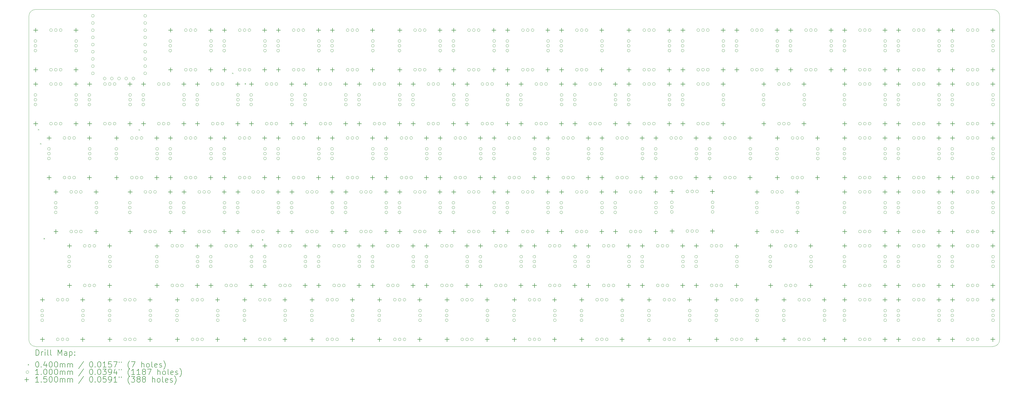
<source format=gbr>
%TF.GenerationSoftware,KiCad,Pcbnew,7.0.2*%
%TF.CreationDate,2023-05-08T20:33:36+02:00*%
%TF.ProjectId,verasity_PCB,76657261-7369-4747-995f-5043422e6b69,rev?*%
%TF.SameCoordinates,Original*%
%TF.FileFunction,Drillmap*%
%TF.FilePolarity,Positive*%
%FSLAX45Y45*%
G04 Gerber Fmt 4.5, Leading zero omitted, Abs format (unit mm)*
G04 Created by KiCad (PCBNEW 7.0.2) date 2023-05-08 20:33:36*
%MOMM*%
%LPD*%
G01*
G04 APERTURE LIST*
%ADD10C,0.010000*%
%ADD11C,0.200000*%
%ADD12C,0.040000*%
%ADD13C,0.100000*%
%ADD14C,0.150000*%
G04 APERTURE END LIST*
D10*
X-1190625Y-714375D02*
G75*
G03*
X-952500Y-952500I238125J0D01*
G01*
X-952500Y10953750D02*
G75*
G03*
X-1190625Y10715625I0J-238125D01*
G01*
X33099375Y10715625D02*
G75*
G03*
X32861250Y10953750I-238125J0D01*
G01*
X32861250Y-952500D02*
G75*
G03*
X33099375Y-714375I0J238125D01*
G01*
X32861250Y-952500D02*
X-952500Y-952500D01*
X33099375Y10715625D02*
X33099400Y-714375D01*
X-1190625Y-714375D02*
X-1190625Y10715625D01*
X-952500Y10953750D02*
X32861250Y10953750D01*
D11*
D12*
X-872000Y6730000D02*
X-832000Y6690000D01*
X-832000Y6730000D02*
X-872000Y6690000D01*
X-794700Y6230300D02*
X-754700Y6190300D01*
X-754700Y6230300D02*
X-794700Y6190300D01*
X-671450Y2880000D02*
X-631450Y2840000D01*
X-631450Y2880000D02*
X-671450Y2840000D01*
X2685100Y6725600D02*
X2725100Y6685600D01*
X2725100Y6725600D02*
X2685100Y6685600D01*
X5987100Y8719500D02*
X6027100Y8679500D01*
X6027100Y8719500D02*
X5987100Y8679500D01*
X6431600Y8351200D02*
X6471600Y8311200D01*
X6471600Y8351200D02*
X6431600Y8311200D01*
X7041200Y2839400D02*
X7081200Y2799400D01*
X7081200Y2839400D02*
X7041200Y2799400D01*
D13*
X-908125Y9840000D02*
G75*
G03*
X-908125Y9840000I-50000J0D01*
G01*
X-908125Y9670000D02*
G75*
G03*
X-908125Y9670000I-50000J0D01*
G01*
X-908125Y9500000D02*
G75*
G03*
X-908125Y9500000I-50000J0D01*
G01*
X-908125Y7935000D02*
G75*
G03*
X-908125Y7935000I-50000J0D01*
G01*
X-908125Y7765000D02*
G75*
G03*
X-908125Y7765000I-50000J0D01*
G01*
X-908125Y7595000D02*
G75*
G03*
X-908125Y7595000I-50000J0D01*
G01*
X-670000Y315000D02*
G75*
G03*
X-670000Y315000I-50000J0D01*
G01*
X-670000Y145000D02*
G75*
G03*
X-670000Y145000I-50000J0D01*
G01*
X-670000Y-25000D02*
G75*
G03*
X-670000Y-25000I-50000J0D01*
G01*
X-431875Y6030000D02*
G75*
G03*
X-431875Y6030000I-50000J0D01*
G01*
X-431875Y5860000D02*
G75*
G03*
X-431875Y5860000I-50000J0D01*
G01*
X-431875Y5690000D02*
G75*
G03*
X-431875Y5690000I-50000J0D01*
G01*
X-358125Y10225000D02*
G75*
G03*
X-358125Y10225000I-50000J0D01*
G01*
X-358125Y8825000D02*
G75*
G03*
X-358125Y8825000I-50000J0D01*
G01*
X-358125Y8320000D02*
G75*
G03*
X-358125Y8320000I-50000J0D01*
G01*
X-358125Y6920000D02*
G75*
G03*
X-358125Y6920000I-50000J0D01*
G01*
X-193750Y4125000D02*
G75*
G03*
X-193750Y4125000I-50000J0D01*
G01*
X-193750Y3955000D02*
G75*
G03*
X-193750Y3955000I-50000J0D01*
G01*
X-193750Y3785000D02*
G75*
G03*
X-193750Y3785000I-50000J0D01*
G01*
X-188125Y10225000D02*
G75*
G03*
X-188125Y10225000I-50000J0D01*
G01*
X-188125Y8825000D02*
G75*
G03*
X-188125Y8825000I-50000J0D01*
G01*
X-188125Y8320000D02*
G75*
G03*
X-188125Y8320000I-50000J0D01*
G01*
X-188125Y6920000D02*
G75*
G03*
X-188125Y6920000I-50000J0D01*
G01*
X-120000Y700000D02*
G75*
G03*
X-120000Y700000I-50000J0D01*
G01*
X-120000Y-700000D02*
G75*
G03*
X-120000Y-700000I-50000J0D01*
G01*
X-18125Y10225000D02*
G75*
G03*
X-18125Y10225000I-50000J0D01*
G01*
X-18125Y8825000D02*
G75*
G03*
X-18125Y8825000I-50000J0D01*
G01*
X-18125Y8320000D02*
G75*
G03*
X-18125Y8320000I-50000J0D01*
G01*
X-18125Y6920000D02*
G75*
G03*
X-18125Y6920000I-50000J0D01*
G01*
X50000Y700000D02*
G75*
G03*
X50000Y700000I-50000J0D01*
G01*
X50000Y-700000D02*
G75*
G03*
X50000Y-700000I-50000J0D01*
G01*
X118125Y6415000D02*
G75*
G03*
X118125Y6415000I-50000J0D01*
G01*
X118125Y5015000D02*
G75*
G03*
X118125Y5015000I-50000J0D01*
G01*
X220000Y700000D02*
G75*
G03*
X220000Y700000I-50000J0D01*
G01*
X220000Y-700000D02*
G75*
G03*
X220000Y-700000I-50000J0D01*
G01*
X282500Y2220000D02*
G75*
G03*
X282500Y2220000I-50000J0D01*
G01*
X282500Y2050000D02*
G75*
G03*
X282500Y2050000I-50000J0D01*
G01*
X282500Y1880000D02*
G75*
G03*
X282500Y1880000I-50000J0D01*
G01*
X288125Y6415000D02*
G75*
G03*
X288125Y6415000I-50000J0D01*
G01*
X288125Y5015000D02*
G75*
G03*
X288125Y5015000I-50000J0D01*
G01*
X356250Y4510000D02*
G75*
G03*
X356250Y4510000I-50000J0D01*
G01*
X356250Y3110000D02*
G75*
G03*
X356250Y3110000I-50000J0D01*
G01*
X458125Y6415000D02*
G75*
G03*
X458125Y6415000I-50000J0D01*
G01*
X458125Y5015000D02*
G75*
G03*
X458125Y5015000I-50000J0D01*
G01*
X526250Y4510000D02*
G75*
G03*
X526250Y4510000I-50000J0D01*
G01*
X526250Y3110000D02*
G75*
G03*
X526250Y3110000I-50000J0D01*
G01*
X531875Y9840000D02*
G75*
G03*
X531875Y9840000I-50000J0D01*
G01*
X531875Y9670000D02*
G75*
G03*
X531875Y9670000I-50000J0D01*
G01*
X531875Y9500000D02*
G75*
G03*
X531875Y9500000I-50000J0D01*
G01*
X531875Y7935000D02*
G75*
G03*
X531875Y7935000I-50000J0D01*
G01*
X531875Y7765000D02*
G75*
G03*
X531875Y7765000I-50000J0D01*
G01*
X531875Y7595000D02*
G75*
G03*
X531875Y7595000I-50000J0D01*
G01*
X696250Y4510000D02*
G75*
G03*
X696250Y4510000I-50000J0D01*
G01*
X696250Y3110000D02*
G75*
G03*
X696250Y3110000I-50000J0D01*
G01*
X770000Y315000D02*
G75*
G03*
X770000Y315000I-50000J0D01*
G01*
X770000Y145000D02*
G75*
G03*
X770000Y145000I-50000J0D01*
G01*
X770000Y-25000D02*
G75*
G03*
X770000Y-25000I-50000J0D01*
G01*
X832500Y2605000D02*
G75*
G03*
X832500Y2605000I-50000J0D01*
G01*
X832500Y1205000D02*
G75*
G03*
X832500Y1205000I-50000J0D01*
G01*
X996875Y7935000D02*
G75*
G03*
X996875Y7935000I-50000J0D01*
G01*
X996875Y7765000D02*
G75*
G03*
X996875Y7765000I-50000J0D01*
G01*
X996875Y7595000D02*
G75*
G03*
X996875Y7595000I-50000J0D01*
G01*
X1002500Y2605000D02*
G75*
G03*
X1002500Y2605000I-50000J0D01*
G01*
X1002500Y1205000D02*
G75*
G03*
X1002500Y1205000I-50000J0D01*
G01*
X1008125Y6030000D02*
G75*
G03*
X1008125Y6030000I-50000J0D01*
G01*
X1008125Y5860000D02*
G75*
G03*
X1008125Y5860000I-50000J0D01*
G01*
X1008125Y5690000D02*
G75*
G03*
X1008125Y5690000I-50000J0D01*
G01*
X1119600Y10730350D02*
G75*
G03*
X1119600Y10730350I-50000J0D01*
G01*
X1119600Y10476350D02*
G75*
G03*
X1119600Y10476350I-50000J0D01*
G01*
X1119600Y10222350D02*
G75*
G03*
X1119600Y10222350I-50000J0D01*
G01*
X1119600Y9968350D02*
G75*
G03*
X1119600Y9968350I-50000J0D01*
G01*
X1119600Y9714350D02*
G75*
G03*
X1119600Y9714350I-50000J0D01*
G01*
X1119600Y9460350D02*
G75*
G03*
X1119600Y9460350I-50000J0D01*
G01*
X1119600Y9206350D02*
G75*
G03*
X1119600Y9206350I-50000J0D01*
G01*
X1119600Y8952350D02*
G75*
G03*
X1119600Y8952350I-50000J0D01*
G01*
X1119600Y8698350D02*
G75*
G03*
X1119600Y8698350I-50000J0D01*
G01*
X1172500Y2605000D02*
G75*
G03*
X1172500Y2605000I-50000J0D01*
G01*
X1172500Y1205000D02*
G75*
G03*
X1172500Y1205000I-50000J0D01*
G01*
X1246250Y4125000D02*
G75*
G03*
X1246250Y4125000I-50000J0D01*
G01*
X1246250Y3955000D02*
G75*
G03*
X1246250Y3955000I-50000J0D01*
G01*
X1246250Y3785000D02*
G75*
G03*
X1246250Y3785000I-50000J0D01*
G01*
X1535900Y8515050D02*
G75*
G03*
X1535900Y8515050I-50000J0D01*
G01*
X1546875Y8320000D02*
G75*
G03*
X1546875Y8320000I-50000J0D01*
G01*
X1546875Y6920000D02*
G75*
G03*
X1546875Y6920000I-50000J0D01*
G01*
X1711250Y315000D02*
G75*
G03*
X1711250Y315000I-50000J0D01*
G01*
X1711250Y145000D02*
G75*
G03*
X1711250Y145000I-50000J0D01*
G01*
X1711250Y-25000D02*
G75*
G03*
X1711250Y-25000I-50000J0D01*
G01*
X1716875Y8320000D02*
G75*
G03*
X1716875Y8320000I-50000J0D01*
G01*
X1716875Y6920000D02*
G75*
G03*
X1716875Y6920000I-50000J0D01*
G01*
X1722500Y2220000D02*
G75*
G03*
X1722500Y2220000I-50000J0D01*
G01*
X1722500Y2050000D02*
G75*
G03*
X1722500Y2050000I-50000J0D01*
G01*
X1722500Y1880000D02*
G75*
G03*
X1722500Y1880000I-50000J0D01*
G01*
X1789900Y8515050D02*
G75*
G03*
X1789900Y8515050I-50000J0D01*
G01*
X1886875Y8320000D02*
G75*
G03*
X1886875Y8320000I-50000J0D01*
G01*
X1886875Y6920000D02*
G75*
G03*
X1886875Y6920000I-50000J0D01*
G01*
X1949375Y6030000D02*
G75*
G03*
X1949375Y6030000I-50000J0D01*
G01*
X1949375Y5860000D02*
G75*
G03*
X1949375Y5860000I-50000J0D01*
G01*
X1949375Y5690000D02*
G75*
G03*
X1949375Y5690000I-50000J0D01*
G01*
X2043900Y8515050D02*
G75*
G03*
X2043900Y8515050I-50000J0D01*
G01*
X2261250Y700000D02*
G75*
G03*
X2261250Y700000I-50000J0D01*
G01*
X2261250Y-700000D02*
G75*
G03*
X2261250Y-700000I-50000J0D01*
G01*
X2297900Y8515050D02*
G75*
G03*
X2297900Y8515050I-50000J0D01*
G01*
X2425625Y4125000D02*
G75*
G03*
X2425625Y4125000I-50000J0D01*
G01*
X2425625Y3955000D02*
G75*
G03*
X2425625Y3955000I-50000J0D01*
G01*
X2425625Y3785000D02*
G75*
G03*
X2425625Y3785000I-50000J0D01*
G01*
X2431250Y700000D02*
G75*
G03*
X2431250Y700000I-50000J0D01*
G01*
X2431250Y-700000D02*
G75*
G03*
X2431250Y-700000I-50000J0D01*
G01*
X2436875Y7935000D02*
G75*
G03*
X2436875Y7935000I-50000J0D01*
G01*
X2436875Y7765000D02*
G75*
G03*
X2436875Y7765000I-50000J0D01*
G01*
X2436875Y7595000D02*
G75*
G03*
X2436875Y7595000I-50000J0D01*
G01*
X2499375Y6415000D02*
G75*
G03*
X2499375Y6415000I-50000J0D01*
G01*
X2499375Y5015000D02*
G75*
G03*
X2499375Y5015000I-50000J0D01*
G01*
X2551900Y8515050D02*
G75*
G03*
X2551900Y8515050I-50000J0D01*
G01*
X2601250Y700000D02*
G75*
G03*
X2601250Y700000I-50000J0D01*
G01*
X2601250Y-700000D02*
G75*
G03*
X2601250Y-700000I-50000J0D01*
G01*
X2669375Y6415000D02*
G75*
G03*
X2669375Y6415000I-50000J0D01*
G01*
X2669375Y5015000D02*
G75*
G03*
X2669375Y5015000I-50000J0D01*
G01*
X2839375Y6415000D02*
G75*
G03*
X2839375Y6415000I-50000J0D01*
G01*
X2839375Y5015000D02*
G75*
G03*
X2839375Y5015000I-50000J0D01*
G01*
X2901875Y7935000D02*
G75*
G03*
X2901875Y7935000I-50000J0D01*
G01*
X2901875Y7765000D02*
G75*
G03*
X2901875Y7765000I-50000J0D01*
G01*
X2901875Y7595000D02*
G75*
G03*
X2901875Y7595000I-50000J0D01*
G01*
X2968200Y10730350D02*
G75*
G03*
X2968200Y10730350I-50000J0D01*
G01*
X2968200Y10476350D02*
G75*
G03*
X2968200Y10476350I-50000J0D01*
G01*
X2968200Y10222350D02*
G75*
G03*
X2968200Y10222350I-50000J0D01*
G01*
X2968200Y9968350D02*
G75*
G03*
X2968200Y9968350I-50000J0D01*
G01*
X2968200Y9714350D02*
G75*
G03*
X2968200Y9714350I-50000J0D01*
G01*
X2968200Y9460350D02*
G75*
G03*
X2968200Y9460350I-50000J0D01*
G01*
X2968200Y9206350D02*
G75*
G03*
X2968200Y9206350I-50000J0D01*
G01*
X2968200Y8952350D02*
G75*
G03*
X2968200Y8952350I-50000J0D01*
G01*
X2968200Y8698350D02*
G75*
G03*
X2968200Y8698350I-50000J0D01*
G01*
X2975625Y4510000D02*
G75*
G03*
X2975625Y4510000I-50000J0D01*
G01*
X2975625Y3110000D02*
G75*
G03*
X2975625Y3110000I-50000J0D01*
G01*
X3145625Y4510000D02*
G75*
G03*
X3145625Y4510000I-50000J0D01*
G01*
X3145625Y3110000D02*
G75*
G03*
X3145625Y3110000I-50000J0D01*
G01*
X3151250Y315000D02*
G75*
G03*
X3151250Y315000I-50000J0D01*
G01*
X3151250Y145000D02*
G75*
G03*
X3151250Y145000I-50000J0D01*
G01*
X3151250Y-25000D02*
G75*
G03*
X3151250Y-25000I-50000J0D01*
G01*
X3315625Y4510000D02*
G75*
G03*
X3315625Y4510000I-50000J0D01*
G01*
X3315625Y3110000D02*
G75*
G03*
X3315625Y3110000I-50000J0D01*
G01*
X3378125Y2220000D02*
G75*
G03*
X3378125Y2220000I-50000J0D01*
G01*
X3378125Y2050000D02*
G75*
G03*
X3378125Y2050000I-50000J0D01*
G01*
X3378125Y1880000D02*
G75*
G03*
X3378125Y1880000I-50000J0D01*
G01*
X3389375Y6030000D02*
G75*
G03*
X3389375Y6030000I-50000J0D01*
G01*
X3389375Y5860000D02*
G75*
G03*
X3389375Y5860000I-50000J0D01*
G01*
X3389375Y5690000D02*
G75*
G03*
X3389375Y5690000I-50000J0D01*
G01*
X3451875Y8320000D02*
G75*
G03*
X3451875Y8320000I-50000J0D01*
G01*
X3451875Y6920000D02*
G75*
G03*
X3451875Y6920000I-50000J0D01*
G01*
X3621875Y8320000D02*
G75*
G03*
X3621875Y8320000I-50000J0D01*
G01*
X3621875Y6920000D02*
G75*
G03*
X3621875Y6920000I-50000J0D01*
G01*
X3791875Y8320000D02*
G75*
G03*
X3791875Y8320000I-50000J0D01*
G01*
X3791875Y6920000D02*
G75*
G03*
X3791875Y6920000I-50000J0D01*
G01*
X3854375Y9840000D02*
G75*
G03*
X3854375Y9840000I-50000J0D01*
G01*
X3854375Y9670000D02*
G75*
G03*
X3854375Y9670000I-50000J0D01*
G01*
X3854375Y9500000D02*
G75*
G03*
X3854375Y9500000I-50000J0D01*
G01*
X3854375Y6030000D02*
G75*
G03*
X3854375Y6030000I-50000J0D01*
G01*
X3854375Y5860000D02*
G75*
G03*
X3854375Y5860000I-50000J0D01*
G01*
X3854375Y5690000D02*
G75*
G03*
X3854375Y5690000I-50000J0D01*
G01*
X3865625Y4125000D02*
G75*
G03*
X3865625Y4125000I-50000J0D01*
G01*
X3865625Y3955000D02*
G75*
G03*
X3865625Y3955000I-50000J0D01*
G01*
X3865625Y3785000D02*
G75*
G03*
X3865625Y3785000I-50000J0D01*
G01*
X3928125Y2605000D02*
G75*
G03*
X3928125Y2605000I-50000J0D01*
G01*
X3928125Y1205000D02*
G75*
G03*
X3928125Y1205000I-50000J0D01*
G01*
X4092500Y315000D02*
G75*
G03*
X4092500Y315000I-50000J0D01*
G01*
X4092500Y145000D02*
G75*
G03*
X4092500Y145000I-50000J0D01*
G01*
X4092500Y-25000D02*
G75*
G03*
X4092500Y-25000I-50000J0D01*
G01*
X4098125Y2605000D02*
G75*
G03*
X4098125Y2605000I-50000J0D01*
G01*
X4098125Y1205000D02*
G75*
G03*
X4098125Y1205000I-50000J0D01*
G01*
X4268125Y2605000D02*
G75*
G03*
X4268125Y2605000I-50000J0D01*
G01*
X4268125Y1205000D02*
G75*
G03*
X4268125Y1205000I-50000J0D01*
G01*
X4330625Y4125000D02*
G75*
G03*
X4330625Y4125000I-50000J0D01*
G01*
X4330625Y3955000D02*
G75*
G03*
X4330625Y3955000I-50000J0D01*
G01*
X4330625Y3785000D02*
G75*
G03*
X4330625Y3785000I-50000J0D01*
G01*
X4341875Y7935000D02*
G75*
G03*
X4341875Y7935000I-50000J0D01*
G01*
X4341875Y7765000D02*
G75*
G03*
X4341875Y7765000I-50000J0D01*
G01*
X4341875Y7595000D02*
G75*
G03*
X4341875Y7595000I-50000J0D01*
G01*
X4404375Y10225000D02*
G75*
G03*
X4404375Y10225000I-50000J0D01*
G01*
X4404375Y8825000D02*
G75*
G03*
X4404375Y8825000I-50000J0D01*
G01*
X4404375Y6415000D02*
G75*
G03*
X4404375Y6415000I-50000J0D01*
G01*
X4404375Y5015000D02*
G75*
G03*
X4404375Y5015000I-50000J0D01*
G01*
X4574375Y10225000D02*
G75*
G03*
X4574375Y10225000I-50000J0D01*
G01*
X4574375Y8825000D02*
G75*
G03*
X4574375Y8825000I-50000J0D01*
G01*
X4574375Y6415000D02*
G75*
G03*
X4574375Y6415000I-50000J0D01*
G01*
X4574375Y5015000D02*
G75*
G03*
X4574375Y5015000I-50000J0D01*
G01*
X4642500Y700000D02*
G75*
G03*
X4642500Y700000I-50000J0D01*
G01*
X4642500Y-700000D02*
G75*
G03*
X4642500Y-700000I-50000J0D01*
G01*
X4744375Y10225000D02*
G75*
G03*
X4744375Y10225000I-50000J0D01*
G01*
X4744375Y8825000D02*
G75*
G03*
X4744375Y8825000I-50000J0D01*
G01*
X4744375Y6415000D02*
G75*
G03*
X4744375Y6415000I-50000J0D01*
G01*
X4744375Y5015000D02*
G75*
G03*
X4744375Y5015000I-50000J0D01*
G01*
X4806875Y7935000D02*
G75*
G03*
X4806875Y7935000I-50000J0D01*
G01*
X4806875Y7765000D02*
G75*
G03*
X4806875Y7765000I-50000J0D01*
G01*
X4806875Y7595000D02*
G75*
G03*
X4806875Y7595000I-50000J0D01*
G01*
X4812500Y700000D02*
G75*
G03*
X4812500Y700000I-50000J0D01*
G01*
X4812500Y-700000D02*
G75*
G03*
X4812500Y-700000I-50000J0D01*
G01*
X4818125Y2220000D02*
G75*
G03*
X4818125Y2220000I-50000J0D01*
G01*
X4818125Y2050000D02*
G75*
G03*
X4818125Y2050000I-50000J0D01*
G01*
X4818125Y1880000D02*
G75*
G03*
X4818125Y1880000I-50000J0D01*
G01*
X4880625Y4510000D02*
G75*
G03*
X4880625Y4510000I-50000J0D01*
G01*
X4880625Y3110000D02*
G75*
G03*
X4880625Y3110000I-50000J0D01*
G01*
X4982500Y700000D02*
G75*
G03*
X4982500Y700000I-50000J0D01*
G01*
X4982500Y-700000D02*
G75*
G03*
X4982500Y-700000I-50000J0D01*
G01*
X5050625Y4510000D02*
G75*
G03*
X5050625Y4510000I-50000J0D01*
G01*
X5050625Y3110000D02*
G75*
G03*
X5050625Y3110000I-50000J0D01*
G01*
X5220625Y4510000D02*
G75*
G03*
X5220625Y4510000I-50000J0D01*
G01*
X5220625Y3110000D02*
G75*
G03*
X5220625Y3110000I-50000J0D01*
G01*
X5283125Y2220000D02*
G75*
G03*
X5283125Y2220000I-50000J0D01*
G01*
X5283125Y2050000D02*
G75*
G03*
X5283125Y2050000I-50000J0D01*
G01*
X5283125Y1880000D02*
G75*
G03*
X5283125Y1880000I-50000J0D01*
G01*
X5294375Y9840000D02*
G75*
G03*
X5294375Y9840000I-50000J0D01*
G01*
X5294375Y9670000D02*
G75*
G03*
X5294375Y9670000I-50000J0D01*
G01*
X5294375Y9500000D02*
G75*
G03*
X5294375Y9500000I-50000J0D01*
G01*
X5294375Y6030000D02*
G75*
G03*
X5294375Y6030000I-50000J0D01*
G01*
X5294375Y5860000D02*
G75*
G03*
X5294375Y5860000I-50000J0D01*
G01*
X5294375Y5690000D02*
G75*
G03*
X5294375Y5690000I-50000J0D01*
G01*
X5356875Y8320000D02*
G75*
G03*
X5356875Y8320000I-50000J0D01*
G01*
X5356875Y6920000D02*
G75*
G03*
X5356875Y6920000I-50000J0D01*
G01*
X5526875Y8320000D02*
G75*
G03*
X5526875Y8320000I-50000J0D01*
G01*
X5526875Y6920000D02*
G75*
G03*
X5526875Y6920000I-50000J0D01*
G01*
X5532500Y315000D02*
G75*
G03*
X5532500Y315000I-50000J0D01*
G01*
X5532500Y145000D02*
G75*
G03*
X5532500Y145000I-50000J0D01*
G01*
X5532500Y-25000D02*
G75*
G03*
X5532500Y-25000I-50000J0D01*
G01*
X5696875Y8320000D02*
G75*
G03*
X5696875Y8320000I-50000J0D01*
G01*
X5696875Y6920000D02*
G75*
G03*
X5696875Y6920000I-50000J0D01*
G01*
X5759375Y9840000D02*
G75*
G03*
X5759375Y9840000I-50000J0D01*
G01*
X5759375Y9670000D02*
G75*
G03*
X5759375Y9670000I-50000J0D01*
G01*
X5759375Y9500000D02*
G75*
G03*
X5759375Y9500000I-50000J0D01*
G01*
X5759375Y6030000D02*
G75*
G03*
X5759375Y6030000I-50000J0D01*
G01*
X5759375Y5860000D02*
G75*
G03*
X5759375Y5860000I-50000J0D01*
G01*
X5759375Y5690000D02*
G75*
G03*
X5759375Y5690000I-50000J0D01*
G01*
X5770625Y4125000D02*
G75*
G03*
X5770625Y4125000I-50000J0D01*
G01*
X5770625Y3955000D02*
G75*
G03*
X5770625Y3955000I-50000J0D01*
G01*
X5770625Y3785000D02*
G75*
G03*
X5770625Y3785000I-50000J0D01*
G01*
X5833125Y2605000D02*
G75*
G03*
X5833125Y2605000I-50000J0D01*
G01*
X5833125Y1205000D02*
G75*
G03*
X5833125Y1205000I-50000J0D01*
G01*
X6003125Y2605000D02*
G75*
G03*
X6003125Y2605000I-50000J0D01*
G01*
X6003125Y1205000D02*
G75*
G03*
X6003125Y1205000I-50000J0D01*
G01*
X6173125Y2605000D02*
G75*
G03*
X6173125Y2605000I-50000J0D01*
G01*
X6173125Y1205000D02*
G75*
G03*
X6173125Y1205000I-50000J0D01*
G01*
X6235625Y4125000D02*
G75*
G03*
X6235625Y4125000I-50000J0D01*
G01*
X6235625Y3955000D02*
G75*
G03*
X6235625Y3955000I-50000J0D01*
G01*
X6235625Y3785000D02*
G75*
G03*
X6235625Y3785000I-50000J0D01*
G01*
X6246875Y7935000D02*
G75*
G03*
X6246875Y7935000I-50000J0D01*
G01*
X6246875Y7765000D02*
G75*
G03*
X6246875Y7765000I-50000J0D01*
G01*
X6246875Y7595000D02*
G75*
G03*
X6246875Y7595000I-50000J0D01*
G01*
X6309375Y10225000D02*
G75*
G03*
X6309375Y10225000I-50000J0D01*
G01*
X6309375Y8825000D02*
G75*
G03*
X6309375Y8825000I-50000J0D01*
G01*
X6309375Y6415000D02*
G75*
G03*
X6309375Y6415000I-50000J0D01*
G01*
X6309375Y5015000D02*
G75*
G03*
X6309375Y5015000I-50000J0D01*
G01*
X6473750Y315000D02*
G75*
G03*
X6473750Y315000I-50000J0D01*
G01*
X6473750Y145000D02*
G75*
G03*
X6473750Y145000I-50000J0D01*
G01*
X6473750Y-25000D02*
G75*
G03*
X6473750Y-25000I-50000J0D01*
G01*
X6479375Y10225000D02*
G75*
G03*
X6479375Y10225000I-50000J0D01*
G01*
X6479375Y8825000D02*
G75*
G03*
X6479375Y8825000I-50000J0D01*
G01*
X6479375Y6415000D02*
G75*
G03*
X6479375Y6415000I-50000J0D01*
G01*
X6479375Y5015000D02*
G75*
G03*
X6479375Y5015000I-50000J0D01*
G01*
X6649375Y10225000D02*
G75*
G03*
X6649375Y10225000I-50000J0D01*
G01*
X6649375Y8825000D02*
G75*
G03*
X6649375Y8825000I-50000J0D01*
G01*
X6649375Y6415000D02*
G75*
G03*
X6649375Y6415000I-50000J0D01*
G01*
X6649375Y5015000D02*
G75*
G03*
X6649375Y5015000I-50000J0D01*
G01*
X6711875Y7935000D02*
G75*
G03*
X6711875Y7935000I-50000J0D01*
G01*
X6711875Y7765000D02*
G75*
G03*
X6711875Y7765000I-50000J0D01*
G01*
X6711875Y7595000D02*
G75*
G03*
X6711875Y7595000I-50000J0D01*
G01*
X6723125Y2220000D02*
G75*
G03*
X6723125Y2220000I-50000J0D01*
G01*
X6723125Y2050000D02*
G75*
G03*
X6723125Y2050000I-50000J0D01*
G01*
X6723125Y1880000D02*
G75*
G03*
X6723125Y1880000I-50000J0D01*
G01*
X6785625Y4510000D02*
G75*
G03*
X6785625Y4510000I-50000J0D01*
G01*
X6785625Y3110000D02*
G75*
G03*
X6785625Y3110000I-50000J0D01*
G01*
X6955625Y4510000D02*
G75*
G03*
X6955625Y4510000I-50000J0D01*
G01*
X6955625Y3110000D02*
G75*
G03*
X6955625Y3110000I-50000J0D01*
G01*
X7023750Y700000D02*
G75*
G03*
X7023750Y700000I-50000J0D01*
G01*
X7023750Y-700000D02*
G75*
G03*
X7023750Y-700000I-50000J0D01*
G01*
X7125625Y4510000D02*
G75*
G03*
X7125625Y4510000I-50000J0D01*
G01*
X7125625Y3110000D02*
G75*
G03*
X7125625Y3110000I-50000J0D01*
G01*
X7188125Y2220000D02*
G75*
G03*
X7188125Y2220000I-50000J0D01*
G01*
X7188125Y2050000D02*
G75*
G03*
X7188125Y2050000I-50000J0D01*
G01*
X7188125Y1880000D02*
G75*
G03*
X7188125Y1880000I-50000J0D01*
G01*
X7193750Y700000D02*
G75*
G03*
X7193750Y700000I-50000J0D01*
G01*
X7193750Y-700000D02*
G75*
G03*
X7193750Y-700000I-50000J0D01*
G01*
X7199375Y9840000D02*
G75*
G03*
X7199375Y9840000I-50000J0D01*
G01*
X7199375Y9670000D02*
G75*
G03*
X7199375Y9670000I-50000J0D01*
G01*
X7199375Y9500000D02*
G75*
G03*
X7199375Y9500000I-50000J0D01*
G01*
X7199375Y6030000D02*
G75*
G03*
X7199375Y6030000I-50000J0D01*
G01*
X7199375Y5860000D02*
G75*
G03*
X7199375Y5860000I-50000J0D01*
G01*
X7199375Y5690000D02*
G75*
G03*
X7199375Y5690000I-50000J0D01*
G01*
X7261875Y8320000D02*
G75*
G03*
X7261875Y8320000I-50000J0D01*
G01*
X7261875Y6920000D02*
G75*
G03*
X7261875Y6920000I-50000J0D01*
G01*
X7363750Y700000D02*
G75*
G03*
X7363750Y700000I-50000J0D01*
G01*
X7363750Y-700000D02*
G75*
G03*
X7363750Y-700000I-50000J0D01*
G01*
X7431875Y8320000D02*
G75*
G03*
X7431875Y8320000I-50000J0D01*
G01*
X7431875Y6920000D02*
G75*
G03*
X7431875Y6920000I-50000J0D01*
G01*
X7601875Y8320000D02*
G75*
G03*
X7601875Y8320000I-50000J0D01*
G01*
X7601875Y6920000D02*
G75*
G03*
X7601875Y6920000I-50000J0D01*
G01*
X7664375Y9840000D02*
G75*
G03*
X7664375Y9840000I-50000J0D01*
G01*
X7664375Y9670000D02*
G75*
G03*
X7664375Y9670000I-50000J0D01*
G01*
X7664375Y9500000D02*
G75*
G03*
X7664375Y9500000I-50000J0D01*
G01*
X7664375Y6030000D02*
G75*
G03*
X7664375Y6030000I-50000J0D01*
G01*
X7664375Y5860000D02*
G75*
G03*
X7664375Y5860000I-50000J0D01*
G01*
X7664375Y5690000D02*
G75*
G03*
X7664375Y5690000I-50000J0D01*
G01*
X7675625Y4125000D02*
G75*
G03*
X7675625Y4125000I-50000J0D01*
G01*
X7675625Y3955000D02*
G75*
G03*
X7675625Y3955000I-50000J0D01*
G01*
X7675625Y3785000D02*
G75*
G03*
X7675625Y3785000I-50000J0D01*
G01*
X7738125Y2605000D02*
G75*
G03*
X7738125Y2605000I-50000J0D01*
G01*
X7738125Y1205000D02*
G75*
G03*
X7738125Y1205000I-50000J0D01*
G01*
X7908125Y2605000D02*
G75*
G03*
X7908125Y2605000I-50000J0D01*
G01*
X7908125Y1205000D02*
G75*
G03*
X7908125Y1205000I-50000J0D01*
G01*
X7913750Y315000D02*
G75*
G03*
X7913750Y315000I-50000J0D01*
G01*
X7913750Y145000D02*
G75*
G03*
X7913750Y145000I-50000J0D01*
G01*
X7913750Y-25000D02*
G75*
G03*
X7913750Y-25000I-50000J0D01*
G01*
X8078125Y2605000D02*
G75*
G03*
X8078125Y2605000I-50000J0D01*
G01*
X8078125Y1205000D02*
G75*
G03*
X8078125Y1205000I-50000J0D01*
G01*
X8140625Y4125000D02*
G75*
G03*
X8140625Y4125000I-50000J0D01*
G01*
X8140625Y3955000D02*
G75*
G03*
X8140625Y3955000I-50000J0D01*
G01*
X8140625Y3785000D02*
G75*
G03*
X8140625Y3785000I-50000J0D01*
G01*
X8151875Y7935000D02*
G75*
G03*
X8151875Y7935000I-50000J0D01*
G01*
X8151875Y7765000D02*
G75*
G03*
X8151875Y7765000I-50000J0D01*
G01*
X8151875Y7595000D02*
G75*
G03*
X8151875Y7595000I-50000J0D01*
G01*
X8214375Y10225000D02*
G75*
G03*
X8214375Y10225000I-50000J0D01*
G01*
X8214375Y8825000D02*
G75*
G03*
X8214375Y8825000I-50000J0D01*
G01*
X8214375Y6415000D02*
G75*
G03*
X8214375Y6415000I-50000J0D01*
G01*
X8214375Y5015000D02*
G75*
G03*
X8214375Y5015000I-50000J0D01*
G01*
X8384375Y10225000D02*
G75*
G03*
X8384375Y10225000I-50000J0D01*
G01*
X8384375Y8825000D02*
G75*
G03*
X8384375Y8825000I-50000J0D01*
G01*
X8384375Y6415000D02*
G75*
G03*
X8384375Y6415000I-50000J0D01*
G01*
X8384375Y5015000D02*
G75*
G03*
X8384375Y5015000I-50000J0D01*
G01*
X8554375Y10225000D02*
G75*
G03*
X8554375Y10225000I-50000J0D01*
G01*
X8554375Y8825000D02*
G75*
G03*
X8554375Y8825000I-50000J0D01*
G01*
X8554375Y6415000D02*
G75*
G03*
X8554375Y6415000I-50000J0D01*
G01*
X8554375Y5015000D02*
G75*
G03*
X8554375Y5015000I-50000J0D01*
G01*
X8616875Y7935000D02*
G75*
G03*
X8616875Y7935000I-50000J0D01*
G01*
X8616875Y7765000D02*
G75*
G03*
X8616875Y7765000I-50000J0D01*
G01*
X8616875Y7595000D02*
G75*
G03*
X8616875Y7595000I-50000J0D01*
G01*
X8628125Y2220000D02*
G75*
G03*
X8628125Y2220000I-50000J0D01*
G01*
X8628125Y2050000D02*
G75*
G03*
X8628125Y2050000I-50000J0D01*
G01*
X8628125Y1880000D02*
G75*
G03*
X8628125Y1880000I-50000J0D01*
G01*
X8690625Y4510000D02*
G75*
G03*
X8690625Y4510000I-50000J0D01*
G01*
X8690625Y3110000D02*
G75*
G03*
X8690625Y3110000I-50000J0D01*
G01*
X8855000Y315000D02*
G75*
G03*
X8855000Y315000I-50000J0D01*
G01*
X8855000Y145000D02*
G75*
G03*
X8855000Y145000I-50000J0D01*
G01*
X8855000Y-25000D02*
G75*
G03*
X8855000Y-25000I-50000J0D01*
G01*
X8860625Y4510000D02*
G75*
G03*
X8860625Y4510000I-50000J0D01*
G01*
X8860625Y3110000D02*
G75*
G03*
X8860625Y3110000I-50000J0D01*
G01*
X9030625Y4510000D02*
G75*
G03*
X9030625Y4510000I-50000J0D01*
G01*
X9030625Y3110000D02*
G75*
G03*
X9030625Y3110000I-50000J0D01*
G01*
X9093125Y2220000D02*
G75*
G03*
X9093125Y2220000I-50000J0D01*
G01*
X9093125Y2050000D02*
G75*
G03*
X9093125Y2050000I-50000J0D01*
G01*
X9093125Y1880000D02*
G75*
G03*
X9093125Y1880000I-50000J0D01*
G01*
X9104375Y9840000D02*
G75*
G03*
X9104375Y9840000I-50000J0D01*
G01*
X9104375Y9670000D02*
G75*
G03*
X9104375Y9670000I-50000J0D01*
G01*
X9104375Y9500000D02*
G75*
G03*
X9104375Y9500000I-50000J0D01*
G01*
X9104375Y6030000D02*
G75*
G03*
X9104375Y6030000I-50000J0D01*
G01*
X9104375Y5860000D02*
G75*
G03*
X9104375Y5860000I-50000J0D01*
G01*
X9104375Y5690000D02*
G75*
G03*
X9104375Y5690000I-50000J0D01*
G01*
X9166875Y8320000D02*
G75*
G03*
X9166875Y8320000I-50000J0D01*
G01*
X9166875Y6920000D02*
G75*
G03*
X9166875Y6920000I-50000J0D01*
G01*
X9336875Y8320000D02*
G75*
G03*
X9336875Y8320000I-50000J0D01*
G01*
X9336875Y6920000D02*
G75*
G03*
X9336875Y6920000I-50000J0D01*
G01*
X9405000Y700000D02*
G75*
G03*
X9405000Y700000I-50000J0D01*
G01*
X9405000Y-700000D02*
G75*
G03*
X9405000Y-700000I-50000J0D01*
G01*
X9506875Y8320000D02*
G75*
G03*
X9506875Y8320000I-50000J0D01*
G01*
X9506875Y6920000D02*
G75*
G03*
X9506875Y6920000I-50000J0D01*
G01*
X9569375Y9840000D02*
G75*
G03*
X9569375Y9840000I-50000J0D01*
G01*
X9569375Y9670000D02*
G75*
G03*
X9569375Y9670000I-50000J0D01*
G01*
X9569375Y9500000D02*
G75*
G03*
X9569375Y9500000I-50000J0D01*
G01*
X9569375Y6030000D02*
G75*
G03*
X9569375Y6030000I-50000J0D01*
G01*
X9569375Y5860000D02*
G75*
G03*
X9569375Y5860000I-50000J0D01*
G01*
X9569375Y5690000D02*
G75*
G03*
X9569375Y5690000I-50000J0D01*
G01*
X9575000Y700000D02*
G75*
G03*
X9575000Y700000I-50000J0D01*
G01*
X9575000Y-700000D02*
G75*
G03*
X9575000Y-700000I-50000J0D01*
G01*
X9580625Y4125000D02*
G75*
G03*
X9580625Y4125000I-50000J0D01*
G01*
X9580625Y3955000D02*
G75*
G03*
X9580625Y3955000I-50000J0D01*
G01*
X9580625Y3785000D02*
G75*
G03*
X9580625Y3785000I-50000J0D01*
G01*
X9643125Y2605000D02*
G75*
G03*
X9643125Y2605000I-50000J0D01*
G01*
X9643125Y1205000D02*
G75*
G03*
X9643125Y1205000I-50000J0D01*
G01*
X9745000Y700000D02*
G75*
G03*
X9745000Y700000I-50000J0D01*
G01*
X9745000Y-700000D02*
G75*
G03*
X9745000Y-700000I-50000J0D01*
G01*
X9813125Y2605000D02*
G75*
G03*
X9813125Y2605000I-50000J0D01*
G01*
X9813125Y1205000D02*
G75*
G03*
X9813125Y1205000I-50000J0D01*
G01*
X9983125Y2605000D02*
G75*
G03*
X9983125Y2605000I-50000J0D01*
G01*
X9983125Y1205000D02*
G75*
G03*
X9983125Y1205000I-50000J0D01*
G01*
X10045625Y4125000D02*
G75*
G03*
X10045625Y4125000I-50000J0D01*
G01*
X10045625Y3955000D02*
G75*
G03*
X10045625Y3955000I-50000J0D01*
G01*
X10045625Y3785000D02*
G75*
G03*
X10045625Y3785000I-50000J0D01*
G01*
X10056875Y7935000D02*
G75*
G03*
X10056875Y7935000I-50000J0D01*
G01*
X10056875Y7765000D02*
G75*
G03*
X10056875Y7765000I-50000J0D01*
G01*
X10056875Y7595000D02*
G75*
G03*
X10056875Y7595000I-50000J0D01*
G01*
X10119375Y10225000D02*
G75*
G03*
X10119375Y10225000I-50000J0D01*
G01*
X10119375Y8825000D02*
G75*
G03*
X10119375Y8825000I-50000J0D01*
G01*
X10119375Y6415000D02*
G75*
G03*
X10119375Y6415000I-50000J0D01*
G01*
X10119375Y5015000D02*
G75*
G03*
X10119375Y5015000I-50000J0D01*
G01*
X10289375Y10225000D02*
G75*
G03*
X10289375Y10225000I-50000J0D01*
G01*
X10289375Y8825000D02*
G75*
G03*
X10289375Y8825000I-50000J0D01*
G01*
X10289375Y6415000D02*
G75*
G03*
X10289375Y6415000I-50000J0D01*
G01*
X10289375Y5015000D02*
G75*
G03*
X10289375Y5015000I-50000J0D01*
G01*
X10295000Y315000D02*
G75*
G03*
X10295000Y315000I-50000J0D01*
G01*
X10295000Y145000D02*
G75*
G03*
X10295000Y145000I-50000J0D01*
G01*
X10295000Y-25000D02*
G75*
G03*
X10295000Y-25000I-50000J0D01*
G01*
X10459375Y10225000D02*
G75*
G03*
X10459375Y10225000I-50000J0D01*
G01*
X10459375Y8825000D02*
G75*
G03*
X10459375Y8825000I-50000J0D01*
G01*
X10459375Y6415000D02*
G75*
G03*
X10459375Y6415000I-50000J0D01*
G01*
X10459375Y5015000D02*
G75*
G03*
X10459375Y5015000I-50000J0D01*
G01*
X10521875Y7935000D02*
G75*
G03*
X10521875Y7935000I-50000J0D01*
G01*
X10521875Y7765000D02*
G75*
G03*
X10521875Y7765000I-50000J0D01*
G01*
X10521875Y7595000D02*
G75*
G03*
X10521875Y7595000I-50000J0D01*
G01*
X10533125Y2220000D02*
G75*
G03*
X10533125Y2220000I-50000J0D01*
G01*
X10533125Y2050000D02*
G75*
G03*
X10533125Y2050000I-50000J0D01*
G01*
X10533125Y1880000D02*
G75*
G03*
X10533125Y1880000I-50000J0D01*
G01*
X10595625Y4510000D02*
G75*
G03*
X10595625Y4510000I-50000J0D01*
G01*
X10595625Y3110000D02*
G75*
G03*
X10595625Y3110000I-50000J0D01*
G01*
X10765625Y4510000D02*
G75*
G03*
X10765625Y4510000I-50000J0D01*
G01*
X10765625Y3110000D02*
G75*
G03*
X10765625Y3110000I-50000J0D01*
G01*
X10935625Y4510000D02*
G75*
G03*
X10935625Y4510000I-50000J0D01*
G01*
X10935625Y3110000D02*
G75*
G03*
X10935625Y3110000I-50000J0D01*
G01*
X10998125Y2220000D02*
G75*
G03*
X10998125Y2220000I-50000J0D01*
G01*
X10998125Y2050000D02*
G75*
G03*
X10998125Y2050000I-50000J0D01*
G01*
X10998125Y1880000D02*
G75*
G03*
X10998125Y1880000I-50000J0D01*
G01*
X11009375Y9840000D02*
G75*
G03*
X11009375Y9840000I-50000J0D01*
G01*
X11009375Y9670000D02*
G75*
G03*
X11009375Y9670000I-50000J0D01*
G01*
X11009375Y9500000D02*
G75*
G03*
X11009375Y9500000I-50000J0D01*
G01*
X11009375Y6030000D02*
G75*
G03*
X11009375Y6030000I-50000J0D01*
G01*
X11009375Y5860000D02*
G75*
G03*
X11009375Y5860000I-50000J0D01*
G01*
X11009375Y5690000D02*
G75*
G03*
X11009375Y5690000I-50000J0D01*
G01*
X11071875Y8320000D02*
G75*
G03*
X11071875Y8320000I-50000J0D01*
G01*
X11071875Y6920000D02*
G75*
G03*
X11071875Y6920000I-50000J0D01*
G01*
X11236250Y315000D02*
G75*
G03*
X11236250Y315000I-50000J0D01*
G01*
X11236250Y145000D02*
G75*
G03*
X11236250Y145000I-50000J0D01*
G01*
X11236250Y-25000D02*
G75*
G03*
X11236250Y-25000I-50000J0D01*
G01*
X11241875Y8320000D02*
G75*
G03*
X11241875Y8320000I-50000J0D01*
G01*
X11241875Y6920000D02*
G75*
G03*
X11241875Y6920000I-50000J0D01*
G01*
X11411875Y8320000D02*
G75*
G03*
X11411875Y8320000I-50000J0D01*
G01*
X11411875Y6920000D02*
G75*
G03*
X11411875Y6920000I-50000J0D01*
G01*
X11474375Y6030000D02*
G75*
G03*
X11474375Y6030000I-50000J0D01*
G01*
X11474375Y5860000D02*
G75*
G03*
X11474375Y5860000I-50000J0D01*
G01*
X11474375Y5690000D02*
G75*
G03*
X11474375Y5690000I-50000J0D01*
G01*
X11485625Y4125000D02*
G75*
G03*
X11485625Y4125000I-50000J0D01*
G01*
X11485625Y3955000D02*
G75*
G03*
X11485625Y3955000I-50000J0D01*
G01*
X11485625Y3785000D02*
G75*
G03*
X11485625Y3785000I-50000J0D01*
G01*
X11548125Y2605000D02*
G75*
G03*
X11548125Y2605000I-50000J0D01*
G01*
X11548125Y1205000D02*
G75*
G03*
X11548125Y1205000I-50000J0D01*
G01*
X11718125Y2605000D02*
G75*
G03*
X11718125Y2605000I-50000J0D01*
G01*
X11718125Y1205000D02*
G75*
G03*
X11718125Y1205000I-50000J0D01*
G01*
X11786250Y700000D02*
G75*
G03*
X11786250Y700000I-50000J0D01*
G01*
X11786250Y-700000D02*
G75*
G03*
X11786250Y-700000I-50000J0D01*
G01*
X11888125Y2605000D02*
G75*
G03*
X11888125Y2605000I-50000J0D01*
G01*
X11888125Y1205000D02*
G75*
G03*
X11888125Y1205000I-50000J0D01*
G01*
X11950625Y9840000D02*
G75*
G03*
X11950625Y9840000I-50000J0D01*
G01*
X11950625Y9670000D02*
G75*
G03*
X11950625Y9670000I-50000J0D01*
G01*
X11950625Y9500000D02*
G75*
G03*
X11950625Y9500000I-50000J0D01*
G01*
X11950625Y4125000D02*
G75*
G03*
X11950625Y4125000I-50000J0D01*
G01*
X11950625Y3955000D02*
G75*
G03*
X11950625Y3955000I-50000J0D01*
G01*
X11950625Y3785000D02*
G75*
G03*
X11950625Y3785000I-50000J0D01*
G01*
X11956250Y700000D02*
G75*
G03*
X11956250Y700000I-50000J0D01*
G01*
X11956250Y-700000D02*
G75*
G03*
X11956250Y-700000I-50000J0D01*
G01*
X11961875Y7935000D02*
G75*
G03*
X11961875Y7935000I-50000J0D01*
G01*
X11961875Y7765000D02*
G75*
G03*
X11961875Y7765000I-50000J0D01*
G01*
X11961875Y7595000D02*
G75*
G03*
X11961875Y7595000I-50000J0D01*
G01*
X12024375Y6415000D02*
G75*
G03*
X12024375Y6415000I-50000J0D01*
G01*
X12024375Y5015000D02*
G75*
G03*
X12024375Y5015000I-50000J0D01*
G01*
X12126250Y700000D02*
G75*
G03*
X12126250Y700000I-50000J0D01*
G01*
X12126250Y-700000D02*
G75*
G03*
X12126250Y-700000I-50000J0D01*
G01*
X12194375Y6415000D02*
G75*
G03*
X12194375Y6415000I-50000J0D01*
G01*
X12194375Y5015000D02*
G75*
G03*
X12194375Y5015000I-50000J0D01*
G01*
X12364375Y6415000D02*
G75*
G03*
X12364375Y6415000I-50000J0D01*
G01*
X12364375Y5015000D02*
G75*
G03*
X12364375Y5015000I-50000J0D01*
G01*
X12426875Y7935000D02*
G75*
G03*
X12426875Y7935000I-50000J0D01*
G01*
X12426875Y7765000D02*
G75*
G03*
X12426875Y7765000I-50000J0D01*
G01*
X12426875Y7595000D02*
G75*
G03*
X12426875Y7595000I-50000J0D01*
G01*
X12438125Y2220000D02*
G75*
G03*
X12438125Y2220000I-50000J0D01*
G01*
X12438125Y2050000D02*
G75*
G03*
X12438125Y2050000I-50000J0D01*
G01*
X12438125Y1880000D02*
G75*
G03*
X12438125Y1880000I-50000J0D01*
G01*
X12500625Y10225000D02*
G75*
G03*
X12500625Y10225000I-50000J0D01*
G01*
X12500625Y8825000D02*
G75*
G03*
X12500625Y8825000I-50000J0D01*
G01*
X12500625Y4510000D02*
G75*
G03*
X12500625Y4510000I-50000J0D01*
G01*
X12500625Y3110000D02*
G75*
G03*
X12500625Y3110000I-50000J0D01*
G01*
X12670625Y10225000D02*
G75*
G03*
X12670625Y10225000I-50000J0D01*
G01*
X12670625Y8825000D02*
G75*
G03*
X12670625Y8825000I-50000J0D01*
G01*
X12670625Y4510000D02*
G75*
G03*
X12670625Y4510000I-50000J0D01*
G01*
X12670625Y3110000D02*
G75*
G03*
X12670625Y3110000I-50000J0D01*
G01*
X12676250Y315000D02*
G75*
G03*
X12676250Y315000I-50000J0D01*
G01*
X12676250Y145000D02*
G75*
G03*
X12676250Y145000I-50000J0D01*
G01*
X12676250Y-25000D02*
G75*
G03*
X12676250Y-25000I-50000J0D01*
G01*
X12840625Y10225000D02*
G75*
G03*
X12840625Y10225000I-50000J0D01*
G01*
X12840625Y8825000D02*
G75*
G03*
X12840625Y8825000I-50000J0D01*
G01*
X12840625Y4510000D02*
G75*
G03*
X12840625Y4510000I-50000J0D01*
G01*
X12840625Y3110000D02*
G75*
G03*
X12840625Y3110000I-50000J0D01*
G01*
X12903125Y2220000D02*
G75*
G03*
X12903125Y2220000I-50000J0D01*
G01*
X12903125Y2050000D02*
G75*
G03*
X12903125Y2050000I-50000J0D01*
G01*
X12903125Y1880000D02*
G75*
G03*
X12903125Y1880000I-50000J0D01*
G01*
X12914375Y6030000D02*
G75*
G03*
X12914375Y6030000I-50000J0D01*
G01*
X12914375Y5860000D02*
G75*
G03*
X12914375Y5860000I-50000J0D01*
G01*
X12914375Y5690000D02*
G75*
G03*
X12914375Y5690000I-50000J0D01*
G01*
X12976875Y8320000D02*
G75*
G03*
X12976875Y8320000I-50000J0D01*
G01*
X12976875Y6920000D02*
G75*
G03*
X12976875Y6920000I-50000J0D01*
G01*
X13146875Y8320000D02*
G75*
G03*
X13146875Y8320000I-50000J0D01*
G01*
X13146875Y6920000D02*
G75*
G03*
X13146875Y6920000I-50000J0D01*
G01*
X13316875Y8320000D02*
G75*
G03*
X13316875Y8320000I-50000J0D01*
G01*
X13316875Y6920000D02*
G75*
G03*
X13316875Y6920000I-50000J0D01*
G01*
X13379375Y6030000D02*
G75*
G03*
X13379375Y6030000I-50000J0D01*
G01*
X13379375Y5860000D02*
G75*
G03*
X13379375Y5860000I-50000J0D01*
G01*
X13379375Y5690000D02*
G75*
G03*
X13379375Y5690000I-50000J0D01*
G01*
X13390625Y9840000D02*
G75*
G03*
X13390625Y9840000I-50000J0D01*
G01*
X13390625Y9670000D02*
G75*
G03*
X13390625Y9670000I-50000J0D01*
G01*
X13390625Y9500000D02*
G75*
G03*
X13390625Y9500000I-50000J0D01*
G01*
X13390625Y4125000D02*
G75*
G03*
X13390625Y4125000I-50000J0D01*
G01*
X13390625Y3955000D02*
G75*
G03*
X13390625Y3955000I-50000J0D01*
G01*
X13390625Y3785000D02*
G75*
G03*
X13390625Y3785000I-50000J0D01*
G01*
X13453125Y2605000D02*
G75*
G03*
X13453125Y2605000I-50000J0D01*
G01*
X13453125Y1205000D02*
G75*
G03*
X13453125Y1205000I-50000J0D01*
G01*
X13617500Y315000D02*
G75*
G03*
X13617500Y315000I-50000J0D01*
G01*
X13617500Y145000D02*
G75*
G03*
X13617500Y145000I-50000J0D01*
G01*
X13617500Y-25000D02*
G75*
G03*
X13617500Y-25000I-50000J0D01*
G01*
X13623125Y2605000D02*
G75*
G03*
X13623125Y2605000I-50000J0D01*
G01*
X13623125Y1205000D02*
G75*
G03*
X13623125Y1205000I-50000J0D01*
G01*
X13793125Y2605000D02*
G75*
G03*
X13793125Y2605000I-50000J0D01*
G01*
X13793125Y1205000D02*
G75*
G03*
X13793125Y1205000I-50000J0D01*
G01*
X13855625Y9840000D02*
G75*
G03*
X13855625Y9840000I-50000J0D01*
G01*
X13855625Y9670000D02*
G75*
G03*
X13855625Y9670000I-50000J0D01*
G01*
X13855625Y9500000D02*
G75*
G03*
X13855625Y9500000I-50000J0D01*
G01*
X13855625Y4125000D02*
G75*
G03*
X13855625Y4125000I-50000J0D01*
G01*
X13855625Y3955000D02*
G75*
G03*
X13855625Y3955000I-50000J0D01*
G01*
X13855625Y3785000D02*
G75*
G03*
X13855625Y3785000I-50000J0D01*
G01*
X13866875Y7935000D02*
G75*
G03*
X13866875Y7935000I-50000J0D01*
G01*
X13866875Y7765000D02*
G75*
G03*
X13866875Y7765000I-50000J0D01*
G01*
X13866875Y7595000D02*
G75*
G03*
X13866875Y7595000I-50000J0D01*
G01*
X13929375Y6415000D02*
G75*
G03*
X13929375Y6415000I-50000J0D01*
G01*
X13929375Y5015000D02*
G75*
G03*
X13929375Y5015000I-50000J0D01*
G01*
X14099375Y6415000D02*
G75*
G03*
X14099375Y6415000I-50000J0D01*
G01*
X14099375Y5015000D02*
G75*
G03*
X14099375Y5015000I-50000J0D01*
G01*
X14167500Y700000D02*
G75*
G03*
X14167500Y700000I-50000J0D01*
G01*
X14167500Y-700000D02*
G75*
G03*
X14167500Y-700000I-50000J0D01*
G01*
X14269375Y6415000D02*
G75*
G03*
X14269375Y6415000I-50000J0D01*
G01*
X14269375Y5015000D02*
G75*
G03*
X14269375Y5015000I-50000J0D01*
G01*
X14331875Y7935000D02*
G75*
G03*
X14331875Y7935000I-50000J0D01*
G01*
X14331875Y7765000D02*
G75*
G03*
X14331875Y7765000I-50000J0D01*
G01*
X14331875Y7595000D02*
G75*
G03*
X14331875Y7595000I-50000J0D01*
G01*
X14337500Y700000D02*
G75*
G03*
X14337500Y700000I-50000J0D01*
G01*
X14337500Y-700000D02*
G75*
G03*
X14337500Y-700000I-50000J0D01*
G01*
X14343125Y2220000D02*
G75*
G03*
X14343125Y2220000I-50000J0D01*
G01*
X14343125Y2050000D02*
G75*
G03*
X14343125Y2050000I-50000J0D01*
G01*
X14343125Y1880000D02*
G75*
G03*
X14343125Y1880000I-50000J0D01*
G01*
X14405625Y10225000D02*
G75*
G03*
X14405625Y10225000I-50000J0D01*
G01*
X14405625Y8825000D02*
G75*
G03*
X14405625Y8825000I-50000J0D01*
G01*
X14405625Y4510000D02*
G75*
G03*
X14405625Y4510000I-50000J0D01*
G01*
X14405625Y3110000D02*
G75*
G03*
X14405625Y3110000I-50000J0D01*
G01*
X14507500Y700000D02*
G75*
G03*
X14507500Y700000I-50000J0D01*
G01*
X14507500Y-700000D02*
G75*
G03*
X14507500Y-700000I-50000J0D01*
G01*
X14575625Y10225000D02*
G75*
G03*
X14575625Y10225000I-50000J0D01*
G01*
X14575625Y8825000D02*
G75*
G03*
X14575625Y8825000I-50000J0D01*
G01*
X14575625Y4510000D02*
G75*
G03*
X14575625Y4510000I-50000J0D01*
G01*
X14575625Y3110000D02*
G75*
G03*
X14575625Y3110000I-50000J0D01*
G01*
X14745625Y10225000D02*
G75*
G03*
X14745625Y10225000I-50000J0D01*
G01*
X14745625Y8825000D02*
G75*
G03*
X14745625Y8825000I-50000J0D01*
G01*
X14745625Y4510000D02*
G75*
G03*
X14745625Y4510000I-50000J0D01*
G01*
X14745625Y3110000D02*
G75*
G03*
X14745625Y3110000I-50000J0D01*
G01*
X14808125Y2220000D02*
G75*
G03*
X14808125Y2220000I-50000J0D01*
G01*
X14808125Y2050000D02*
G75*
G03*
X14808125Y2050000I-50000J0D01*
G01*
X14808125Y1880000D02*
G75*
G03*
X14808125Y1880000I-50000J0D01*
G01*
X14819375Y6030000D02*
G75*
G03*
X14819375Y6030000I-50000J0D01*
G01*
X14819375Y5860000D02*
G75*
G03*
X14819375Y5860000I-50000J0D01*
G01*
X14819375Y5690000D02*
G75*
G03*
X14819375Y5690000I-50000J0D01*
G01*
X14881875Y8320000D02*
G75*
G03*
X14881875Y8320000I-50000J0D01*
G01*
X14881875Y6920000D02*
G75*
G03*
X14881875Y6920000I-50000J0D01*
G01*
X15051875Y8320000D02*
G75*
G03*
X15051875Y8320000I-50000J0D01*
G01*
X15051875Y6920000D02*
G75*
G03*
X15051875Y6920000I-50000J0D01*
G01*
X15057500Y315000D02*
G75*
G03*
X15057500Y315000I-50000J0D01*
G01*
X15057500Y145000D02*
G75*
G03*
X15057500Y145000I-50000J0D01*
G01*
X15057500Y-25000D02*
G75*
G03*
X15057500Y-25000I-50000J0D01*
G01*
X15221875Y8320000D02*
G75*
G03*
X15221875Y8320000I-50000J0D01*
G01*
X15221875Y6920000D02*
G75*
G03*
X15221875Y6920000I-50000J0D01*
G01*
X15284375Y6030000D02*
G75*
G03*
X15284375Y6030000I-50000J0D01*
G01*
X15284375Y5860000D02*
G75*
G03*
X15284375Y5860000I-50000J0D01*
G01*
X15284375Y5690000D02*
G75*
G03*
X15284375Y5690000I-50000J0D01*
G01*
X15295625Y9840000D02*
G75*
G03*
X15295625Y9840000I-50000J0D01*
G01*
X15295625Y9670000D02*
G75*
G03*
X15295625Y9670000I-50000J0D01*
G01*
X15295625Y9500000D02*
G75*
G03*
X15295625Y9500000I-50000J0D01*
G01*
X15295625Y4125000D02*
G75*
G03*
X15295625Y4125000I-50000J0D01*
G01*
X15295625Y3955000D02*
G75*
G03*
X15295625Y3955000I-50000J0D01*
G01*
X15295625Y3785000D02*
G75*
G03*
X15295625Y3785000I-50000J0D01*
G01*
X15358125Y2605000D02*
G75*
G03*
X15358125Y2605000I-50000J0D01*
G01*
X15358125Y1205000D02*
G75*
G03*
X15358125Y1205000I-50000J0D01*
G01*
X15528125Y2605000D02*
G75*
G03*
X15528125Y2605000I-50000J0D01*
G01*
X15528125Y1205000D02*
G75*
G03*
X15528125Y1205000I-50000J0D01*
G01*
X15698125Y2605000D02*
G75*
G03*
X15698125Y2605000I-50000J0D01*
G01*
X15698125Y1205000D02*
G75*
G03*
X15698125Y1205000I-50000J0D01*
G01*
X15760625Y9840000D02*
G75*
G03*
X15760625Y9840000I-50000J0D01*
G01*
X15760625Y9670000D02*
G75*
G03*
X15760625Y9670000I-50000J0D01*
G01*
X15760625Y9500000D02*
G75*
G03*
X15760625Y9500000I-50000J0D01*
G01*
X15760625Y4125000D02*
G75*
G03*
X15760625Y4125000I-50000J0D01*
G01*
X15760625Y3955000D02*
G75*
G03*
X15760625Y3955000I-50000J0D01*
G01*
X15760625Y3785000D02*
G75*
G03*
X15760625Y3785000I-50000J0D01*
G01*
X15771875Y7935000D02*
G75*
G03*
X15771875Y7935000I-50000J0D01*
G01*
X15771875Y7765000D02*
G75*
G03*
X15771875Y7765000I-50000J0D01*
G01*
X15771875Y7595000D02*
G75*
G03*
X15771875Y7595000I-50000J0D01*
G01*
X15834375Y6415000D02*
G75*
G03*
X15834375Y6415000I-50000J0D01*
G01*
X15834375Y5015000D02*
G75*
G03*
X15834375Y5015000I-50000J0D01*
G01*
X15998750Y315000D02*
G75*
G03*
X15998750Y315000I-50000J0D01*
G01*
X15998750Y145000D02*
G75*
G03*
X15998750Y145000I-50000J0D01*
G01*
X15998750Y-25000D02*
G75*
G03*
X15998750Y-25000I-50000J0D01*
G01*
X16004375Y6415000D02*
G75*
G03*
X16004375Y6415000I-50000J0D01*
G01*
X16004375Y5015000D02*
G75*
G03*
X16004375Y5015000I-50000J0D01*
G01*
X16174375Y6415000D02*
G75*
G03*
X16174375Y6415000I-50000J0D01*
G01*
X16174375Y5015000D02*
G75*
G03*
X16174375Y5015000I-50000J0D01*
G01*
X16236875Y7935000D02*
G75*
G03*
X16236875Y7935000I-50000J0D01*
G01*
X16236875Y7765000D02*
G75*
G03*
X16236875Y7765000I-50000J0D01*
G01*
X16236875Y7595000D02*
G75*
G03*
X16236875Y7595000I-50000J0D01*
G01*
X16248125Y2220000D02*
G75*
G03*
X16248125Y2220000I-50000J0D01*
G01*
X16248125Y2050000D02*
G75*
G03*
X16248125Y2050000I-50000J0D01*
G01*
X16248125Y1880000D02*
G75*
G03*
X16248125Y1880000I-50000J0D01*
G01*
X16310625Y10225000D02*
G75*
G03*
X16310625Y10225000I-50000J0D01*
G01*
X16310625Y8825000D02*
G75*
G03*
X16310625Y8825000I-50000J0D01*
G01*
X16310625Y4510000D02*
G75*
G03*
X16310625Y4510000I-50000J0D01*
G01*
X16310625Y3110000D02*
G75*
G03*
X16310625Y3110000I-50000J0D01*
G01*
X16480625Y10225000D02*
G75*
G03*
X16480625Y10225000I-50000J0D01*
G01*
X16480625Y8825000D02*
G75*
G03*
X16480625Y8825000I-50000J0D01*
G01*
X16480625Y4510000D02*
G75*
G03*
X16480625Y4510000I-50000J0D01*
G01*
X16480625Y3110000D02*
G75*
G03*
X16480625Y3110000I-50000J0D01*
G01*
X16548750Y700000D02*
G75*
G03*
X16548750Y700000I-50000J0D01*
G01*
X16548750Y-700000D02*
G75*
G03*
X16548750Y-700000I-50000J0D01*
G01*
X16650625Y10225000D02*
G75*
G03*
X16650625Y10225000I-50000J0D01*
G01*
X16650625Y8825000D02*
G75*
G03*
X16650625Y8825000I-50000J0D01*
G01*
X16650625Y4510000D02*
G75*
G03*
X16650625Y4510000I-50000J0D01*
G01*
X16650625Y3110000D02*
G75*
G03*
X16650625Y3110000I-50000J0D01*
G01*
X16713125Y2220000D02*
G75*
G03*
X16713125Y2220000I-50000J0D01*
G01*
X16713125Y2050000D02*
G75*
G03*
X16713125Y2050000I-50000J0D01*
G01*
X16713125Y1880000D02*
G75*
G03*
X16713125Y1880000I-50000J0D01*
G01*
X16718750Y700000D02*
G75*
G03*
X16718750Y700000I-50000J0D01*
G01*
X16718750Y-700000D02*
G75*
G03*
X16718750Y-700000I-50000J0D01*
G01*
X16724375Y6030000D02*
G75*
G03*
X16724375Y6030000I-50000J0D01*
G01*
X16724375Y5860000D02*
G75*
G03*
X16724375Y5860000I-50000J0D01*
G01*
X16724375Y5690000D02*
G75*
G03*
X16724375Y5690000I-50000J0D01*
G01*
X16786875Y8320000D02*
G75*
G03*
X16786875Y8320000I-50000J0D01*
G01*
X16786875Y6920000D02*
G75*
G03*
X16786875Y6920000I-50000J0D01*
G01*
X16888750Y700000D02*
G75*
G03*
X16888750Y700000I-50000J0D01*
G01*
X16888750Y-700000D02*
G75*
G03*
X16888750Y-700000I-50000J0D01*
G01*
X16956875Y8320000D02*
G75*
G03*
X16956875Y8320000I-50000J0D01*
G01*
X16956875Y6920000D02*
G75*
G03*
X16956875Y6920000I-50000J0D01*
G01*
X17126875Y8320000D02*
G75*
G03*
X17126875Y8320000I-50000J0D01*
G01*
X17126875Y6920000D02*
G75*
G03*
X17126875Y6920000I-50000J0D01*
G01*
X17189375Y6030000D02*
G75*
G03*
X17189375Y6030000I-50000J0D01*
G01*
X17189375Y5860000D02*
G75*
G03*
X17189375Y5860000I-50000J0D01*
G01*
X17189375Y5690000D02*
G75*
G03*
X17189375Y5690000I-50000J0D01*
G01*
X17200625Y9840000D02*
G75*
G03*
X17200625Y9840000I-50000J0D01*
G01*
X17200625Y9670000D02*
G75*
G03*
X17200625Y9670000I-50000J0D01*
G01*
X17200625Y9500000D02*
G75*
G03*
X17200625Y9500000I-50000J0D01*
G01*
X17200625Y4125000D02*
G75*
G03*
X17200625Y4125000I-50000J0D01*
G01*
X17200625Y3955000D02*
G75*
G03*
X17200625Y3955000I-50000J0D01*
G01*
X17200625Y3785000D02*
G75*
G03*
X17200625Y3785000I-50000J0D01*
G01*
X17263125Y2605000D02*
G75*
G03*
X17263125Y2605000I-50000J0D01*
G01*
X17263125Y1205000D02*
G75*
G03*
X17263125Y1205000I-50000J0D01*
G01*
X17433125Y2605000D02*
G75*
G03*
X17433125Y2605000I-50000J0D01*
G01*
X17433125Y1205000D02*
G75*
G03*
X17433125Y1205000I-50000J0D01*
G01*
X17438750Y315000D02*
G75*
G03*
X17438750Y315000I-50000J0D01*
G01*
X17438750Y145000D02*
G75*
G03*
X17438750Y145000I-50000J0D01*
G01*
X17438750Y-25000D02*
G75*
G03*
X17438750Y-25000I-50000J0D01*
G01*
X17603125Y2605000D02*
G75*
G03*
X17603125Y2605000I-50000J0D01*
G01*
X17603125Y1205000D02*
G75*
G03*
X17603125Y1205000I-50000J0D01*
G01*
X17665625Y9840000D02*
G75*
G03*
X17665625Y9840000I-50000J0D01*
G01*
X17665625Y9670000D02*
G75*
G03*
X17665625Y9670000I-50000J0D01*
G01*
X17665625Y9500000D02*
G75*
G03*
X17665625Y9500000I-50000J0D01*
G01*
X17665625Y4125000D02*
G75*
G03*
X17665625Y4125000I-50000J0D01*
G01*
X17665625Y3955000D02*
G75*
G03*
X17665625Y3955000I-50000J0D01*
G01*
X17665625Y3785000D02*
G75*
G03*
X17665625Y3785000I-50000J0D01*
G01*
X17676875Y7935000D02*
G75*
G03*
X17676875Y7935000I-50000J0D01*
G01*
X17676875Y7765000D02*
G75*
G03*
X17676875Y7765000I-50000J0D01*
G01*
X17676875Y7595000D02*
G75*
G03*
X17676875Y7595000I-50000J0D01*
G01*
X17739375Y6415000D02*
G75*
G03*
X17739375Y6415000I-50000J0D01*
G01*
X17739375Y5015000D02*
G75*
G03*
X17739375Y5015000I-50000J0D01*
G01*
X17909375Y6415000D02*
G75*
G03*
X17909375Y6415000I-50000J0D01*
G01*
X17909375Y5015000D02*
G75*
G03*
X17909375Y5015000I-50000J0D01*
G01*
X18079375Y6415000D02*
G75*
G03*
X18079375Y6415000I-50000J0D01*
G01*
X18079375Y5015000D02*
G75*
G03*
X18079375Y5015000I-50000J0D01*
G01*
X18141875Y7935000D02*
G75*
G03*
X18141875Y7935000I-50000J0D01*
G01*
X18141875Y7765000D02*
G75*
G03*
X18141875Y7765000I-50000J0D01*
G01*
X18141875Y7595000D02*
G75*
G03*
X18141875Y7595000I-50000J0D01*
G01*
X18153125Y2220000D02*
G75*
G03*
X18153125Y2220000I-50000J0D01*
G01*
X18153125Y2050000D02*
G75*
G03*
X18153125Y2050000I-50000J0D01*
G01*
X18153125Y1880000D02*
G75*
G03*
X18153125Y1880000I-50000J0D01*
G01*
X18215625Y10225000D02*
G75*
G03*
X18215625Y10225000I-50000J0D01*
G01*
X18215625Y8825000D02*
G75*
G03*
X18215625Y8825000I-50000J0D01*
G01*
X18215625Y4510000D02*
G75*
G03*
X18215625Y4510000I-50000J0D01*
G01*
X18215625Y3110000D02*
G75*
G03*
X18215625Y3110000I-50000J0D01*
G01*
X18380000Y315000D02*
G75*
G03*
X18380000Y315000I-50000J0D01*
G01*
X18380000Y145000D02*
G75*
G03*
X18380000Y145000I-50000J0D01*
G01*
X18380000Y-25000D02*
G75*
G03*
X18380000Y-25000I-50000J0D01*
G01*
X18385625Y10225000D02*
G75*
G03*
X18385625Y10225000I-50000J0D01*
G01*
X18385625Y8825000D02*
G75*
G03*
X18385625Y8825000I-50000J0D01*
G01*
X18385625Y4510000D02*
G75*
G03*
X18385625Y4510000I-50000J0D01*
G01*
X18385625Y3110000D02*
G75*
G03*
X18385625Y3110000I-50000J0D01*
G01*
X18555625Y10225000D02*
G75*
G03*
X18555625Y10225000I-50000J0D01*
G01*
X18555625Y8825000D02*
G75*
G03*
X18555625Y8825000I-50000J0D01*
G01*
X18555625Y4510000D02*
G75*
G03*
X18555625Y4510000I-50000J0D01*
G01*
X18555625Y3110000D02*
G75*
G03*
X18555625Y3110000I-50000J0D01*
G01*
X18618125Y2220000D02*
G75*
G03*
X18618125Y2220000I-50000J0D01*
G01*
X18618125Y2050000D02*
G75*
G03*
X18618125Y2050000I-50000J0D01*
G01*
X18618125Y1880000D02*
G75*
G03*
X18618125Y1880000I-50000J0D01*
G01*
X18629375Y6030000D02*
G75*
G03*
X18629375Y6030000I-50000J0D01*
G01*
X18629375Y5860000D02*
G75*
G03*
X18629375Y5860000I-50000J0D01*
G01*
X18629375Y5690000D02*
G75*
G03*
X18629375Y5690000I-50000J0D01*
G01*
X18691875Y8320000D02*
G75*
G03*
X18691875Y8320000I-50000J0D01*
G01*
X18691875Y6920000D02*
G75*
G03*
X18691875Y6920000I-50000J0D01*
G01*
X18861875Y8320000D02*
G75*
G03*
X18861875Y8320000I-50000J0D01*
G01*
X18861875Y6920000D02*
G75*
G03*
X18861875Y6920000I-50000J0D01*
G01*
X18930000Y700000D02*
G75*
G03*
X18930000Y700000I-50000J0D01*
G01*
X18930000Y-700000D02*
G75*
G03*
X18930000Y-700000I-50000J0D01*
G01*
X19031875Y8320000D02*
G75*
G03*
X19031875Y8320000I-50000J0D01*
G01*
X19031875Y6920000D02*
G75*
G03*
X19031875Y6920000I-50000J0D01*
G01*
X19094375Y6030000D02*
G75*
G03*
X19094375Y6030000I-50000J0D01*
G01*
X19094375Y5860000D02*
G75*
G03*
X19094375Y5860000I-50000J0D01*
G01*
X19094375Y5690000D02*
G75*
G03*
X19094375Y5690000I-50000J0D01*
G01*
X19100000Y700000D02*
G75*
G03*
X19100000Y700000I-50000J0D01*
G01*
X19100000Y-700000D02*
G75*
G03*
X19100000Y-700000I-50000J0D01*
G01*
X19105625Y9840000D02*
G75*
G03*
X19105625Y9840000I-50000J0D01*
G01*
X19105625Y9670000D02*
G75*
G03*
X19105625Y9670000I-50000J0D01*
G01*
X19105625Y9500000D02*
G75*
G03*
X19105625Y9500000I-50000J0D01*
G01*
X19105625Y4125000D02*
G75*
G03*
X19105625Y4125000I-50000J0D01*
G01*
X19105625Y3955000D02*
G75*
G03*
X19105625Y3955000I-50000J0D01*
G01*
X19105625Y3785000D02*
G75*
G03*
X19105625Y3785000I-50000J0D01*
G01*
X19168125Y2605000D02*
G75*
G03*
X19168125Y2605000I-50000J0D01*
G01*
X19168125Y1205000D02*
G75*
G03*
X19168125Y1205000I-50000J0D01*
G01*
X19270000Y700000D02*
G75*
G03*
X19270000Y700000I-50000J0D01*
G01*
X19270000Y-700000D02*
G75*
G03*
X19270000Y-700000I-50000J0D01*
G01*
X19338125Y2605000D02*
G75*
G03*
X19338125Y2605000I-50000J0D01*
G01*
X19338125Y1205000D02*
G75*
G03*
X19338125Y1205000I-50000J0D01*
G01*
X19508125Y2605000D02*
G75*
G03*
X19508125Y2605000I-50000J0D01*
G01*
X19508125Y1205000D02*
G75*
G03*
X19508125Y1205000I-50000J0D01*
G01*
X19570625Y4125000D02*
G75*
G03*
X19570625Y4125000I-50000J0D01*
G01*
X19570625Y3955000D02*
G75*
G03*
X19570625Y3955000I-50000J0D01*
G01*
X19570625Y3785000D02*
G75*
G03*
X19570625Y3785000I-50000J0D01*
G01*
X19581875Y7935000D02*
G75*
G03*
X19581875Y7935000I-50000J0D01*
G01*
X19581875Y7765000D02*
G75*
G03*
X19581875Y7765000I-50000J0D01*
G01*
X19581875Y7595000D02*
G75*
G03*
X19581875Y7595000I-50000J0D01*
G01*
X19644375Y6415000D02*
G75*
G03*
X19644375Y6415000I-50000J0D01*
G01*
X19644375Y5015000D02*
G75*
G03*
X19644375Y5015000I-50000J0D01*
G01*
X19814375Y6415000D02*
G75*
G03*
X19814375Y6415000I-50000J0D01*
G01*
X19814375Y5015000D02*
G75*
G03*
X19814375Y5015000I-50000J0D01*
G01*
X19820000Y315000D02*
G75*
G03*
X19820000Y315000I-50000J0D01*
G01*
X19820000Y145000D02*
G75*
G03*
X19820000Y145000I-50000J0D01*
G01*
X19820000Y-25000D02*
G75*
G03*
X19820000Y-25000I-50000J0D01*
G01*
X19984375Y6415000D02*
G75*
G03*
X19984375Y6415000I-50000J0D01*
G01*
X19984375Y5015000D02*
G75*
G03*
X19984375Y5015000I-50000J0D01*
G01*
X20046875Y9840000D02*
G75*
G03*
X20046875Y9840000I-50000J0D01*
G01*
X20046875Y9670000D02*
G75*
G03*
X20046875Y9670000I-50000J0D01*
G01*
X20046875Y9500000D02*
G75*
G03*
X20046875Y9500000I-50000J0D01*
G01*
X20046875Y7935000D02*
G75*
G03*
X20046875Y7935000I-50000J0D01*
G01*
X20046875Y7765000D02*
G75*
G03*
X20046875Y7765000I-50000J0D01*
G01*
X20046875Y7595000D02*
G75*
G03*
X20046875Y7595000I-50000J0D01*
G01*
X20058125Y2220000D02*
G75*
G03*
X20058125Y2220000I-50000J0D01*
G01*
X20058125Y2050000D02*
G75*
G03*
X20058125Y2050000I-50000J0D01*
G01*
X20058125Y1880000D02*
G75*
G03*
X20058125Y1880000I-50000J0D01*
G01*
X20120625Y4510000D02*
G75*
G03*
X20120625Y4510000I-50000J0D01*
G01*
X20120625Y3110000D02*
G75*
G03*
X20120625Y3110000I-50000J0D01*
G01*
X20290625Y4510000D02*
G75*
G03*
X20290625Y4510000I-50000J0D01*
G01*
X20290625Y3110000D02*
G75*
G03*
X20290625Y3110000I-50000J0D01*
G01*
X20460625Y4510000D02*
G75*
G03*
X20460625Y4510000I-50000J0D01*
G01*
X20460625Y3110000D02*
G75*
G03*
X20460625Y3110000I-50000J0D01*
G01*
X20523125Y2220000D02*
G75*
G03*
X20523125Y2220000I-50000J0D01*
G01*
X20523125Y2050000D02*
G75*
G03*
X20523125Y2050000I-50000J0D01*
G01*
X20523125Y1880000D02*
G75*
G03*
X20523125Y1880000I-50000J0D01*
G01*
X20534375Y6030000D02*
G75*
G03*
X20534375Y6030000I-50000J0D01*
G01*
X20534375Y5860000D02*
G75*
G03*
X20534375Y5860000I-50000J0D01*
G01*
X20534375Y5690000D02*
G75*
G03*
X20534375Y5690000I-50000J0D01*
G01*
X20596875Y10225000D02*
G75*
G03*
X20596875Y10225000I-50000J0D01*
G01*
X20596875Y8825000D02*
G75*
G03*
X20596875Y8825000I-50000J0D01*
G01*
X20596875Y8320000D02*
G75*
G03*
X20596875Y8320000I-50000J0D01*
G01*
X20596875Y6920000D02*
G75*
G03*
X20596875Y6920000I-50000J0D01*
G01*
X20761250Y315000D02*
G75*
G03*
X20761250Y315000I-50000J0D01*
G01*
X20761250Y145000D02*
G75*
G03*
X20761250Y145000I-50000J0D01*
G01*
X20761250Y-25000D02*
G75*
G03*
X20761250Y-25000I-50000J0D01*
G01*
X20766875Y10225000D02*
G75*
G03*
X20766875Y10225000I-50000J0D01*
G01*
X20766875Y8825000D02*
G75*
G03*
X20766875Y8825000I-50000J0D01*
G01*
X20766875Y8320000D02*
G75*
G03*
X20766875Y8320000I-50000J0D01*
G01*
X20766875Y6920000D02*
G75*
G03*
X20766875Y6920000I-50000J0D01*
G01*
X20936875Y10225000D02*
G75*
G03*
X20936875Y10225000I-50000J0D01*
G01*
X20936875Y8825000D02*
G75*
G03*
X20936875Y8825000I-50000J0D01*
G01*
X20936875Y8320000D02*
G75*
G03*
X20936875Y8320000I-50000J0D01*
G01*
X20936875Y6920000D02*
G75*
G03*
X20936875Y6920000I-50000J0D01*
G01*
X20999375Y6030000D02*
G75*
G03*
X20999375Y6030000I-50000J0D01*
G01*
X20999375Y5860000D02*
G75*
G03*
X20999375Y5860000I-50000J0D01*
G01*
X20999375Y5690000D02*
G75*
G03*
X20999375Y5690000I-50000J0D01*
G01*
X21010625Y4125000D02*
G75*
G03*
X21010625Y4125000I-50000J0D01*
G01*
X21010625Y3955000D02*
G75*
G03*
X21010625Y3955000I-50000J0D01*
G01*
X21010625Y3785000D02*
G75*
G03*
X21010625Y3785000I-50000J0D01*
G01*
X21073125Y2605000D02*
G75*
G03*
X21073125Y2605000I-50000J0D01*
G01*
X21073125Y1205000D02*
G75*
G03*
X21073125Y1205000I-50000J0D01*
G01*
X21243125Y2605000D02*
G75*
G03*
X21243125Y2605000I-50000J0D01*
G01*
X21243125Y1205000D02*
G75*
G03*
X21243125Y1205000I-50000J0D01*
G01*
X21311250Y700000D02*
G75*
G03*
X21311250Y700000I-50000J0D01*
G01*
X21311250Y-700000D02*
G75*
G03*
X21311250Y-700000I-50000J0D01*
G01*
X21413125Y2605000D02*
G75*
G03*
X21413125Y2605000I-50000J0D01*
G01*
X21413125Y1205000D02*
G75*
G03*
X21413125Y1205000I-50000J0D01*
G01*
X21481250Y700000D02*
G75*
G03*
X21481250Y700000I-50000J0D01*
G01*
X21481250Y-700000D02*
G75*
G03*
X21481250Y-700000I-50000J0D01*
G01*
X21486875Y9840000D02*
G75*
G03*
X21486875Y9840000I-50000J0D01*
G01*
X21486875Y9670000D02*
G75*
G03*
X21486875Y9670000I-50000J0D01*
G01*
X21486875Y9500000D02*
G75*
G03*
X21486875Y9500000I-50000J0D01*
G01*
X21486875Y7935000D02*
G75*
G03*
X21486875Y7935000I-50000J0D01*
G01*
X21486875Y7765000D02*
G75*
G03*
X21486875Y7765000I-50000J0D01*
G01*
X21486875Y7595000D02*
G75*
G03*
X21486875Y7595000I-50000J0D01*
G01*
X21549375Y6415000D02*
G75*
G03*
X21549375Y6415000I-50000J0D01*
G01*
X21549375Y5015000D02*
G75*
G03*
X21549375Y5015000I-50000J0D01*
G01*
X21570875Y4140875D02*
G75*
G03*
X21570875Y4140875I-50000J0D01*
G01*
X21570875Y3970875D02*
G75*
G03*
X21570875Y3970875I-50000J0D01*
G01*
X21570875Y3800875D02*
G75*
G03*
X21570875Y3800875I-50000J0D01*
G01*
X21651250Y700000D02*
G75*
G03*
X21651250Y700000I-50000J0D01*
G01*
X21651250Y-700000D02*
G75*
G03*
X21651250Y-700000I-50000J0D01*
G01*
X21719375Y6415000D02*
G75*
G03*
X21719375Y6415000I-50000J0D01*
G01*
X21719375Y5015000D02*
G75*
G03*
X21719375Y5015000I-50000J0D01*
G01*
X21889375Y6415000D02*
G75*
G03*
X21889375Y6415000I-50000J0D01*
G01*
X21889375Y5015000D02*
G75*
G03*
X21889375Y5015000I-50000J0D01*
G01*
X21951875Y9840000D02*
G75*
G03*
X21951875Y9840000I-50000J0D01*
G01*
X21951875Y9670000D02*
G75*
G03*
X21951875Y9670000I-50000J0D01*
G01*
X21951875Y9500000D02*
G75*
G03*
X21951875Y9500000I-50000J0D01*
G01*
X21951875Y7935000D02*
G75*
G03*
X21951875Y7935000I-50000J0D01*
G01*
X21951875Y7765000D02*
G75*
G03*
X21951875Y7765000I-50000J0D01*
G01*
X21951875Y7595000D02*
G75*
G03*
X21951875Y7595000I-50000J0D01*
G01*
X21963125Y2220000D02*
G75*
G03*
X21963125Y2220000I-50000J0D01*
G01*
X21963125Y2050000D02*
G75*
G03*
X21963125Y2050000I-50000J0D01*
G01*
X21963125Y1880000D02*
G75*
G03*
X21963125Y1880000I-50000J0D01*
G01*
X22120875Y4525875D02*
G75*
G03*
X22120875Y4525875I-50000J0D01*
G01*
X22120875Y3125875D02*
G75*
G03*
X22120875Y3125875I-50000J0D01*
G01*
X22201250Y315000D02*
G75*
G03*
X22201250Y315000I-50000J0D01*
G01*
X22201250Y145000D02*
G75*
G03*
X22201250Y145000I-50000J0D01*
G01*
X22201250Y-25000D02*
G75*
G03*
X22201250Y-25000I-50000J0D01*
G01*
X22290875Y4525875D02*
G75*
G03*
X22290875Y4525875I-50000J0D01*
G01*
X22290875Y3125875D02*
G75*
G03*
X22290875Y3125875I-50000J0D01*
G01*
X22428125Y2220000D02*
G75*
G03*
X22428125Y2220000I-50000J0D01*
G01*
X22428125Y2050000D02*
G75*
G03*
X22428125Y2050000I-50000J0D01*
G01*
X22428125Y1880000D02*
G75*
G03*
X22428125Y1880000I-50000J0D01*
G01*
X22439375Y6030000D02*
G75*
G03*
X22439375Y6030000I-50000J0D01*
G01*
X22439375Y5860000D02*
G75*
G03*
X22439375Y5860000I-50000J0D01*
G01*
X22439375Y5690000D02*
G75*
G03*
X22439375Y5690000I-50000J0D01*
G01*
X22460875Y4525875D02*
G75*
G03*
X22460875Y4525875I-50000J0D01*
G01*
X22460875Y3125875D02*
G75*
G03*
X22460875Y3125875I-50000J0D01*
G01*
X22501875Y10225000D02*
G75*
G03*
X22501875Y10225000I-50000J0D01*
G01*
X22501875Y8825000D02*
G75*
G03*
X22501875Y8825000I-50000J0D01*
G01*
X22501875Y8320000D02*
G75*
G03*
X22501875Y8320000I-50000J0D01*
G01*
X22501875Y6920000D02*
G75*
G03*
X22501875Y6920000I-50000J0D01*
G01*
X22671875Y10225000D02*
G75*
G03*
X22671875Y10225000I-50000J0D01*
G01*
X22671875Y8825000D02*
G75*
G03*
X22671875Y8825000I-50000J0D01*
G01*
X22671875Y8320000D02*
G75*
G03*
X22671875Y8320000I-50000J0D01*
G01*
X22671875Y6920000D02*
G75*
G03*
X22671875Y6920000I-50000J0D01*
G01*
X22841875Y10225000D02*
G75*
G03*
X22841875Y10225000I-50000J0D01*
G01*
X22841875Y8825000D02*
G75*
G03*
X22841875Y8825000I-50000J0D01*
G01*
X22841875Y8320000D02*
G75*
G03*
X22841875Y8320000I-50000J0D01*
G01*
X22841875Y6920000D02*
G75*
G03*
X22841875Y6920000I-50000J0D01*
G01*
X22904375Y6030000D02*
G75*
G03*
X22904375Y6030000I-50000J0D01*
G01*
X22904375Y5860000D02*
G75*
G03*
X22904375Y5860000I-50000J0D01*
G01*
X22904375Y5690000D02*
G75*
G03*
X22904375Y5690000I-50000J0D01*
G01*
X22978125Y2605000D02*
G75*
G03*
X22978125Y2605000I-50000J0D01*
G01*
X22978125Y1205000D02*
G75*
G03*
X22978125Y1205000I-50000J0D01*
G01*
X23010875Y4140875D02*
G75*
G03*
X23010875Y4140875I-50000J0D01*
G01*
X23010875Y3970875D02*
G75*
G03*
X23010875Y3970875I-50000J0D01*
G01*
X23010875Y3800875D02*
G75*
G03*
X23010875Y3800875I-50000J0D01*
G01*
X23142500Y315000D02*
G75*
G03*
X23142500Y315000I-50000J0D01*
G01*
X23142500Y145000D02*
G75*
G03*
X23142500Y145000I-50000J0D01*
G01*
X23142500Y-25000D02*
G75*
G03*
X23142500Y-25000I-50000J0D01*
G01*
X23148125Y2605000D02*
G75*
G03*
X23148125Y2605000I-50000J0D01*
G01*
X23148125Y1205000D02*
G75*
G03*
X23148125Y1205000I-50000J0D01*
G01*
X23318125Y2605000D02*
G75*
G03*
X23318125Y2605000I-50000J0D01*
G01*
X23318125Y1205000D02*
G75*
G03*
X23318125Y1205000I-50000J0D01*
G01*
X23391875Y9840000D02*
G75*
G03*
X23391875Y9840000I-50000J0D01*
G01*
X23391875Y9670000D02*
G75*
G03*
X23391875Y9670000I-50000J0D01*
G01*
X23391875Y9500000D02*
G75*
G03*
X23391875Y9500000I-50000J0D01*
G01*
X23391875Y7935000D02*
G75*
G03*
X23391875Y7935000I-50000J0D01*
G01*
X23391875Y7765000D02*
G75*
G03*
X23391875Y7765000I-50000J0D01*
G01*
X23391875Y7595000D02*
G75*
G03*
X23391875Y7595000I-50000J0D01*
G01*
X23454375Y6415000D02*
G75*
G03*
X23454375Y6415000I-50000J0D01*
G01*
X23454375Y5015000D02*
G75*
G03*
X23454375Y5015000I-50000J0D01*
G01*
X23624375Y6415000D02*
G75*
G03*
X23624375Y6415000I-50000J0D01*
G01*
X23624375Y5015000D02*
G75*
G03*
X23624375Y5015000I-50000J0D01*
G01*
X23692500Y700000D02*
G75*
G03*
X23692500Y700000I-50000J0D01*
G01*
X23692500Y-700000D02*
G75*
G03*
X23692500Y-700000I-50000J0D01*
G01*
X23794375Y6415000D02*
G75*
G03*
X23794375Y6415000I-50000J0D01*
G01*
X23794375Y5015000D02*
G75*
G03*
X23794375Y5015000I-50000J0D01*
G01*
X23856875Y9840000D02*
G75*
G03*
X23856875Y9840000I-50000J0D01*
G01*
X23856875Y9670000D02*
G75*
G03*
X23856875Y9670000I-50000J0D01*
G01*
X23856875Y9500000D02*
G75*
G03*
X23856875Y9500000I-50000J0D01*
G01*
X23862500Y700000D02*
G75*
G03*
X23862500Y700000I-50000J0D01*
G01*
X23862500Y-700000D02*
G75*
G03*
X23862500Y-700000I-50000J0D01*
G01*
X23868125Y2220000D02*
G75*
G03*
X23868125Y2220000I-50000J0D01*
G01*
X23868125Y2050000D02*
G75*
G03*
X23868125Y2050000I-50000J0D01*
G01*
X23868125Y1880000D02*
G75*
G03*
X23868125Y1880000I-50000J0D01*
G01*
X24032500Y700000D02*
G75*
G03*
X24032500Y700000I-50000J0D01*
G01*
X24032500Y-700000D02*
G75*
G03*
X24032500Y-700000I-50000J0D01*
G01*
X24344375Y6030000D02*
G75*
G03*
X24344375Y6030000I-50000J0D01*
G01*
X24344375Y5860000D02*
G75*
G03*
X24344375Y5860000I-50000J0D01*
G01*
X24344375Y5690000D02*
G75*
G03*
X24344375Y5690000I-50000J0D01*
G01*
X24406875Y10225000D02*
G75*
G03*
X24406875Y10225000I-50000J0D01*
G01*
X24406875Y8825000D02*
G75*
G03*
X24406875Y8825000I-50000J0D01*
G01*
X24571250Y4125000D02*
G75*
G03*
X24571250Y4125000I-50000J0D01*
G01*
X24571250Y3955000D02*
G75*
G03*
X24571250Y3955000I-50000J0D01*
G01*
X24571250Y3785000D02*
G75*
G03*
X24571250Y3785000I-50000J0D01*
G01*
X24576875Y10225000D02*
G75*
G03*
X24576875Y10225000I-50000J0D01*
G01*
X24576875Y8825000D02*
G75*
G03*
X24576875Y8825000I-50000J0D01*
G01*
X24582500Y315000D02*
G75*
G03*
X24582500Y315000I-50000J0D01*
G01*
X24582500Y145000D02*
G75*
G03*
X24582500Y145000I-50000J0D01*
G01*
X24582500Y-25000D02*
G75*
G03*
X24582500Y-25000I-50000J0D01*
G01*
X24746875Y10225000D02*
G75*
G03*
X24746875Y10225000I-50000J0D01*
G01*
X24746875Y8825000D02*
G75*
G03*
X24746875Y8825000I-50000J0D01*
G01*
X24809375Y7935000D02*
G75*
G03*
X24809375Y7935000I-50000J0D01*
G01*
X24809375Y7765000D02*
G75*
G03*
X24809375Y7765000I-50000J0D01*
G01*
X24809375Y7595000D02*
G75*
G03*
X24809375Y7595000I-50000J0D01*
G01*
X25047500Y2220000D02*
G75*
G03*
X25047500Y2220000I-50000J0D01*
G01*
X25047500Y2050000D02*
G75*
G03*
X25047500Y2050000I-50000J0D01*
G01*
X25047500Y1880000D02*
G75*
G03*
X25047500Y1880000I-50000J0D01*
G01*
X25121250Y4510000D02*
G75*
G03*
X25121250Y4510000I-50000J0D01*
G01*
X25121250Y3110000D02*
G75*
G03*
X25121250Y3110000I-50000J0D01*
G01*
X25285625Y6030000D02*
G75*
G03*
X25285625Y6030000I-50000J0D01*
G01*
X25285625Y5860000D02*
G75*
G03*
X25285625Y5860000I-50000J0D01*
G01*
X25285625Y5690000D02*
G75*
G03*
X25285625Y5690000I-50000J0D01*
G01*
X25291250Y4510000D02*
G75*
G03*
X25291250Y4510000I-50000J0D01*
G01*
X25291250Y3110000D02*
G75*
G03*
X25291250Y3110000I-50000J0D01*
G01*
X25296875Y9840000D02*
G75*
G03*
X25296875Y9840000I-50000J0D01*
G01*
X25296875Y9670000D02*
G75*
G03*
X25296875Y9670000I-50000J0D01*
G01*
X25296875Y9500000D02*
G75*
G03*
X25296875Y9500000I-50000J0D01*
G01*
X25359375Y8320000D02*
G75*
G03*
X25359375Y8320000I-50000J0D01*
G01*
X25359375Y6920000D02*
G75*
G03*
X25359375Y6920000I-50000J0D01*
G01*
X25461250Y4510000D02*
G75*
G03*
X25461250Y4510000I-50000J0D01*
G01*
X25461250Y3110000D02*
G75*
G03*
X25461250Y3110000I-50000J0D01*
G01*
X25523750Y315000D02*
G75*
G03*
X25523750Y315000I-50000J0D01*
G01*
X25523750Y145000D02*
G75*
G03*
X25523750Y145000I-50000J0D01*
G01*
X25523750Y-25000D02*
G75*
G03*
X25523750Y-25000I-50000J0D01*
G01*
X25529375Y8320000D02*
G75*
G03*
X25529375Y8320000I-50000J0D01*
G01*
X25529375Y6920000D02*
G75*
G03*
X25529375Y6920000I-50000J0D01*
G01*
X25597500Y2605000D02*
G75*
G03*
X25597500Y2605000I-50000J0D01*
G01*
X25597500Y1205000D02*
G75*
G03*
X25597500Y1205000I-50000J0D01*
G01*
X25699375Y8320000D02*
G75*
G03*
X25699375Y8320000I-50000J0D01*
G01*
X25699375Y6920000D02*
G75*
G03*
X25699375Y6920000I-50000J0D01*
G01*
X25761875Y9840000D02*
G75*
G03*
X25761875Y9840000I-50000J0D01*
G01*
X25761875Y9670000D02*
G75*
G03*
X25761875Y9670000I-50000J0D01*
G01*
X25761875Y9500000D02*
G75*
G03*
X25761875Y9500000I-50000J0D01*
G01*
X25767500Y2605000D02*
G75*
G03*
X25767500Y2605000I-50000J0D01*
G01*
X25767500Y1205000D02*
G75*
G03*
X25767500Y1205000I-50000J0D01*
G01*
X25835625Y6415000D02*
G75*
G03*
X25835625Y6415000I-50000J0D01*
G01*
X25835625Y5015000D02*
G75*
G03*
X25835625Y5015000I-50000J0D01*
G01*
X25937500Y2605000D02*
G75*
G03*
X25937500Y2605000I-50000J0D01*
G01*
X25937500Y1205000D02*
G75*
G03*
X25937500Y1205000I-50000J0D01*
G01*
X26005625Y6415000D02*
G75*
G03*
X26005625Y6415000I-50000J0D01*
G01*
X26005625Y5015000D02*
G75*
G03*
X26005625Y5015000I-50000J0D01*
G01*
X26011250Y4125000D02*
G75*
G03*
X26011250Y4125000I-50000J0D01*
G01*
X26011250Y3955000D02*
G75*
G03*
X26011250Y3955000I-50000J0D01*
G01*
X26011250Y3785000D02*
G75*
G03*
X26011250Y3785000I-50000J0D01*
G01*
X26073750Y700000D02*
G75*
G03*
X26073750Y700000I-50000J0D01*
G01*
X26073750Y-700000D02*
G75*
G03*
X26073750Y-700000I-50000J0D01*
G01*
X26175625Y6415000D02*
G75*
G03*
X26175625Y6415000I-50000J0D01*
G01*
X26175625Y5015000D02*
G75*
G03*
X26175625Y5015000I-50000J0D01*
G01*
X26243750Y700000D02*
G75*
G03*
X26243750Y700000I-50000J0D01*
G01*
X26243750Y-700000D02*
G75*
G03*
X26243750Y-700000I-50000J0D01*
G01*
X26249375Y7935000D02*
G75*
G03*
X26249375Y7935000I-50000J0D01*
G01*
X26249375Y7765000D02*
G75*
G03*
X26249375Y7765000I-50000J0D01*
G01*
X26249375Y7595000D02*
G75*
G03*
X26249375Y7595000I-50000J0D01*
G01*
X26311875Y10225000D02*
G75*
G03*
X26311875Y10225000I-50000J0D01*
G01*
X26311875Y8825000D02*
G75*
G03*
X26311875Y8825000I-50000J0D01*
G01*
X26413750Y700000D02*
G75*
G03*
X26413750Y700000I-50000J0D01*
G01*
X26413750Y-700000D02*
G75*
G03*
X26413750Y-700000I-50000J0D01*
G01*
X26481875Y10225000D02*
G75*
G03*
X26481875Y10225000I-50000J0D01*
G01*
X26481875Y8825000D02*
G75*
G03*
X26481875Y8825000I-50000J0D01*
G01*
X26487500Y2220000D02*
G75*
G03*
X26487500Y2220000I-50000J0D01*
G01*
X26487500Y2050000D02*
G75*
G03*
X26487500Y2050000I-50000J0D01*
G01*
X26487500Y1880000D02*
G75*
G03*
X26487500Y1880000I-50000J0D01*
G01*
X26651875Y10225000D02*
G75*
G03*
X26651875Y10225000I-50000J0D01*
G01*
X26651875Y8825000D02*
G75*
G03*
X26651875Y8825000I-50000J0D01*
G01*
X26725625Y6030000D02*
G75*
G03*
X26725625Y6030000I-50000J0D01*
G01*
X26725625Y5860000D02*
G75*
G03*
X26725625Y5860000I-50000J0D01*
G01*
X26725625Y5690000D02*
G75*
G03*
X26725625Y5690000I-50000J0D01*
G01*
X26963750Y315000D02*
G75*
G03*
X26963750Y315000I-50000J0D01*
G01*
X26963750Y145000D02*
G75*
G03*
X26963750Y145000I-50000J0D01*
G01*
X26963750Y-25000D02*
G75*
G03*
X26963750Y-25000I-50000J0D01*
G01*
X27201875Y9840000D02*
G75*
G03*
X27201875Y9840000I-50000J0D01*
G01*
X27201875Y9670000D02*
G75*
G03*
X27201875Y9670000I-50000J0D01*
G01*
X27201875Y9500000D02*
G75*
G03*
X27201875Y9500000I-50000J0D01*
G01*
X27666875Y9840000D02*
G75*
G03*
X27666875Y9840000I-50000J0D01*
G01*
X27666875Y9670000D02*
G75*
G03*
X27666875Y9670000I-50000J0D01*
G01*
X27666875Y9500000D02*
G75*
G03*
X27666875Y9500000I-50000J0D01*
G01*
X27666875Y7935000D02*
G75*
G03*
X27666875Y7935000I-50000J0D01*
G01*
X27666875Y7765000D02*
G75*
G03*
X27666875Y7765000I-50000J0D01*
G01*
X27666875Y7595000D02*
G75*
G03*
X27666875Y7595000I-50000J0D01*
G01*
X27666875Y6030000D02*
G75*
G03*
X27666875Y6030000I-50000J0D01*
G01*
X27666875Y5860000D02*
G75*
G03*
X27666875Y5860000I-50000J0D01*
G01*
X27666875Y5690000D02*
G75*
G03*
X27666875Y5690000I-50000J0D01*
G01*
X27666875Y4125000D02*
G75*
G03*
X27666875Y4125000I-50000J0D01*
G01*
X27666875Y3955000D02*
G75*
G03*
X27666875Y3955000I-50000J0D01*
G01*
X27666875Y3785000D02*
G75*
G03*
X27666875Y3785000I-50000J0D01*
G01*
X27666875Y2220000D02*
G75*
G03*
X27666875Y2220000I-50000J0D01*
G01*
X27666875Y2050000D02*
G75*
G03*
X27666875Y2050000I-50000J0D01*
G01*
X27666875Y1880000D02*
G75*
G03*
X27666875Y1880000I-50000J0D01*
G01*
X27666875Y315000D02*
G75*
G03*
X27666875Y315000I-50000J0D01*
G01*
X27666875Y145000D02*
G75*
G03*
X27666875Y145000I-50000J0D01*
G01*
X27666875Y-25000D02*
G75*
G03*
X27666875Y-25000I-50000J0D01*
G01*
X28216875Y10225000D02*
G75*
G03*
X28216875Y10225000I-50000J0D01*
G01*
X28216875Y8825000D02*
G75*
G03*
X28216875Y8825000I-50000J0D01*
G01*
X28216875Y8320000D02*
G75*
G03*
X28216875Y8320000I-50000J0D01*
G01*
X28216875Y6920000D02*
G75*
G03*
X28216875Y6920000I-50000J0D01*
G01*
X28216875Y6415000D02*
G75*
G03*
X28216875Y6415000I-50000J0D01*
G01*
X28216875Y5015000D02*
G75*
G03*
X28216875Y5015000I-50000J0D01*
G01*
X28216875Y4510000D02*
G75*
G03*
X28216875Y4510000I-50000J0D01*
G01*
X28216875Y3110000D02*
G75*
G03*
X28216875Y3110000I-50000J0D01*
G01*
X28216875Y2605000D02*
G75*
G03*
X28216875Y2605000I-50000J0D01*
G01*
X28216875Y1205000D02*
G75*
G03*
X28216875Y1205000I-50000J0D01*
G01*
X28216875Y700000D02*
G75*
G03*
X28216875Y700000I-50000J0D01*
G01*
X28216875Y-700000D02*
G75*
G03*
X28216875Y-700000I-50000J0D01*
G01*
X28386875Y10225000D02*
G75*
G03*
X28386875Y10225000I-50000J0D01*
G01*
X28386875Y8825000D02*
G75*
G03*
X28386875Y8825000I-50000J0D01*
G01*
X28386875Y8320000D02*
G75*
G03*
X28386875Y8320000I-50000J0D01*
G01*
X28386875Y6920000D02*
G75*
G03*
X28386875Y6920000I-50000J0D01*
G01*
X28386875Y6415000D02*
G75*
G03*
X28386875Y6415000I-50000J0D01*
G01*
X28386875Y5015000D02*
G75*
G03*
X28386875Y5015000I-50000J0D01*
G01*
X28386875Y4510000D02*
G75*
G03*
X28386875Y4510000I-50000J0D01*
G01*
X28386875Y3110000D02*
G75*
G03*
X28386875Y3110000I-50000J0D01*
G01*
X28386875Y2605000D02*
G75*
G03*
X28386875Y2605000I-50000J0D01*
G01*
X28386875Y1205000D02*
G75*
G03*
X28386875Y1205000I-50000J0D01*
G01*
X28386875Y700000D02*
G75*
G03*
X28386875Y700000I-50000J0D01*
G01*
X28386875Y-700000D02*
G75*
G03*
X28386875Y-700000I-50000J0D01*
G01*
X28556875Y10225000D02*
G75*
G03*
X28556875Y10225000I-50000J0D01*
G01*
X28556875Y8825000D02*
G75*
G03*
X28556875Y8825000I-50000J0D01*
G01*
X28556875Y8320000D02*
G75*
G03*
X28556875Y8320000I-50000J0D01*
G01*
X28556875Y6920000D02*
G75*
G03*
X28556875Y6920000I-50000J0D01*
G01*
X28556875Y6415000D02*
G75*
G03*
X28556875Y6415000I-50000J0D01*
G01*
X28556875Y5015000D02*
G75*
G03*
X28556875Y5015000I-50000J0D01*
G01*
X28556875Y4510000D02*
G75*
G03*
X28556875Y4510000I-50000J0D01*
G01*
X28556875Y3110000D02*
G75*
G03*
X28556875Y3110000I-50000J0D01*
G01*
X28556875Y2605000D02*
G75*
G03*
X28556875Y2605000I-50000J0D01*
G01*
X28556875Y1205000D02*
G75*
G03*
X28556875Y1205000I-50000J0D01*
G01*
X28556875Y700000D02*
G75*
G03*
X28556875Y700000I-50000J0D01*
G01*
X28556875Y-700000D02*
G75*
G03*
X28556875Y-700000I-50000J0D01*
G01*
X29106875Y9840000D02*
G75*
G03*
X29106875Y9840000I-50000J0D01*
G01*
X29106875Y9670000D02*
G75*
G03*
X29106875Y9670000I-50000J0D01*
G01*
X29106875Y9500000D02*
G75*
G03*
X29106875Y9500000I-50000J0D01*
G01*
X29106875Y7935000D02*
G75*
G03*
X29106875Y7935000I-50000J0D01*
G01*
X29106875Y7765000D02*
G75*
G03*
X29106875Y7765000I-50000J0D01*
G01*
X29106875Y7595000D02*
G75*
G03*
X29106875Y7595000I-50000J0D01*
G01*
X29106875Y6030000D02*
G75*
G03*
X29106875Y6030000I-50000J0D01*
G01*
X29106875Y5860000D02*
G75*
G03*
X29106875Y5860000I-50000J0D01*
G01*
X29106875Y5690000D02*
G75*
G03*
X29106875Y5690000I-50000J0D01*
G01*
X29106875Y4125000D02*
G75*
G03*
X29106875Y4125000I-50000J0D01*
G01*
X29106875Y3955000D02*
G75*
G03*
X29106875Y3955000I-50000J0D01*
G01*
X29106875Y3785000D02*
G75*
G03*
X29106875Y3785000I-50000J0D01*
G01*
X29106875Y2220000D02*
G75*
G03*
X29106875Y2220000I-50000J0D01*
G01*
X29106875Y2050000D02*
G75*
G03*
X29106875Y2050000I-50000J0D01*
G01*
X29106875Y1880000D02*
G75*
G03*
X29106875Y1880000I-50000J0D01*
G01*
X29106875Y315000D02*
G75*
G03*
X29106875Y315000I-50000J0D01*
G01*
X29106875Y145000D02*
G75*
G03*
X29106875Y145000I-50000J0D01*
G01*
X29106875Y-25000D02*
G75*
G03*
X29106875Y-25000I-50000J0D01*
G01*
X29571875Y9840000D02*
G75*
G03*
X29571875Y9840000I-50000J0D01*
G01*
X29571875Y9670000D02*
G75*
G03*
X29571875Y9670000I-50000J0D01*
G01*
X29571875Y9500000D02*
G75*
G03*
X29571875Y9500000I-50000J0D01*
G01*
X29571875Y7935000D02*
G75*
G03*
X29571875Y7935000I-50000J0D01*
G01*
X29571875Y7765000D02*
G75*
G03*
X29571875Y7765000I-50000J0D01*
G01*
X29571875Y7595000D02*
G75*
G03*
X29571875Y7595000I-50000J0D01*
G01*
X29571875Y6030000D02*
G75*
G03*
X29571875Y6030000I-50000J0D01*
G01*
X29571875Y5860000D02*
G75*
G03*
X29571875Y5860000I-50000J0D01*
G01*
X29571875Y5690000D02*
G75*
G03*
X29571875Y5690000I-50000J0D01*
G01*
X29571875Y4125000D02*
G75*
G03*
X29571875Y4125000I-50000J0D01*
G01*
X29571875Y3955000D02*
G75*
G03*
X29571875Y3955000I-50000J0D01*
G01*
X29571875Y3785000D02*
G75*
G03*
X29571875Y3785000I-50000J0D01*
G01*
X29571875Y2220000D02*
G75*
G03*
X29571875Y2220000I-50000J0D01*
G01*
X29571875Y2050000D02*
G75*
G03*
X29571875Y2050000I-50000J0D01*
G01*
X29571875Y1880000D02*
G75*
G03*
X29571875Y1880000I-50000J0D01*
G01*
X29571875Y315000D02*
G75*
G03*
X29571875Y315000I-50000J0D01*
G01*
X29571875Y145000D02*
G75*
G03*
X29571875Y145000I-50000J0D01*
G01*
X29571875Y-25000D02*
G75*
G03*
X29571875Y-25000I-50000J0D01*
G01*
X30121875Y10225000D02*
G75*
G03*
X30121875Y10225000I-50000J0D01*
G01*
X30121875Y8825000D02*
G75*
G03*
X30121875Y8825000I-50000J0D01*
G01*
X30121875Y8320000D02*
G75*
G03*
X30121875Y8320000I-50000J0D01*
G01*
X30121875Y6920000D02*
G75*
G03*
X30121875Y6920000I-50000J0D01*
G01*
X30121875Y6415000D02*
G75*
G03*
X30121875Y6415000I-50000J0D01*
G01*
X30121875Y5015000D02*
G75*
G03*
X30121875Y5015000I-50000J0D01*
G01*
X30121875Y4510000D02*
G75*
G03*
X30121875Y4510000I-50000J0D01*
G01*
X30121875Y3110000D02*
G75*
G03*
X30121875Y3110000I-50000J0D01*
G01*
X30121875Y2605000D02*
G75*
G03*
X30121875Y2605000I-50000J0D01*
G01*
X30121875Y1205000D02*
G75*
G03*
X30121875Y1205000I-50000J0D01*
G01*
X30121875Y700000D02*
G75*
G03*
X30121875Y700000I-50000J0D01*
G01*
X30121875Y-700000D02*
G75*
G03*
X30121875Y-700000I-50000J0D01*
G01*
X30291875Y10225000D02*
G75*
G03*
X30291875Y10225000I-50000J0D01*
G01*
X30291875Y8825000D02*
G75*
G03*
X30291875Y8825000I-50000J0D01*
G01*
X30291875Y8320000D02*
G75*
G03*
X30291875Y8320000I-50000J0D01*
G01*
X30291875Y6920000D02*
G75*
G03*
X30291875Y6920000I-50000J0D01*
G01*
X30291875Y6415000D02*
G75*
G03*
X30291875Y6415000I-50000J0D01*
G01*
X30291875Y5015000D02*
G75*
G03*
X30291875Y5015000I-50000J0D01*
G01*
X30291875Y4510000D02*
G75*
G03*
X30291875Y4510000I-50000J0D01*
G01*
X30291875Y3110000D02*
G75*
G03*
X30291875Y3110000I-50000J0D01*
G01*
X30291875Y2605000D02*
G75*
G03*
X30291875Y2605000I-50000J0D01*
G01*
X30291875Y1205000D02*
G75*
G03*
X30291875Y1205000I-50000J0D01*
G01*
X30291875Y700000D02*
G75*
G03*
X30291875Y700000I-50000J0D01*
G01*
X30291875Y-700000D02*
G75*
G03*
X30291875Y-700000I-50000J0D01*
G01*
X30461875Y10225000D02*
G75*
G03*
X30461875Y10225000I-50000J0D01*
G01*
X30461875Y8825000D02*
G75*
G03*
X30461875Y8825000I-50000J0D01*
G01*
X30461875Y8320000D02*
G75*
G03*
X30461875Y8320000I-50000J0D01*
G01*
X30461875Y6920000D02*
G75*
G03*
X30461875Y6920000I-50000J0D01*
G01*
X30461875Y6415000D02*
G75*
G03*
X30461875Y6415000I-50000J0D01*
G01*
X30461875Y5015000D02*
G75*
G03*
X30461875Y5015000I-50000J0D01*
G01*
X30461875Y4510000D02*
G75*
G03*
X30461875Y4510000I-50000J0D01*
G01*
X30461875Y3110000D02*
G75*
G03*
X30461875Y3110000I-50000J0D01*
G01*
X30461875Y2605000D02*
G75*
G03*
X30461875Y2605000I-50000J0D01*
G01*
X30461875Y1205000D02*
G75*
G03*
X30461875Y1205000I-50000J0D01*
G01*
X30461875Y700000D02*
G75*
G03*
X30461875Y700000I-50000J0D01*
G01*
X30461875Y-700000D02*
G75*
G03*
X30461875Y-700000I-50000J0D01*
G01*
X31011875Y9840000D02*
G75*
G03*
X31011875Y9840000I-50000J0D01*
G01*
X31011875Y9670000D02*
G75*
G03*
X31011875Y9670000I-50000J0D01*
G01*
X31011875Y9500000D02*
G75*
G03*
X31011875Y9500000I-50000J0D01*
G01*
X31011875Y7935000D02*
G75*
G03*
X31011875Y7935000I-50000J0D01*
G01*
X31011875Y7765000D02*
G75*
G03*
X31011875Y7765000I-50000J0D01*
G01*
X31011875Y7595000D02*
G75*
G03*
X31011875Y7595000I-50000J0D01*
G01*
X31011875Y6030000D02*
G75*
G03*
X31011875Y6030000I-50000J0D01*
G01*
X31011875Y5860000D02*
G75*
G03*
X31011875Y5860000I-50000J0D01*
G01*
X31011875Y5690000D02*
G75*
G03*
X31011875Y5690000I-50000J0D01*
G01*
X31011875Y4125000D02*
G75*
G03*
X31011875Y4125000I-50000J0D01*
G01*
X31011875Y3955000D02*
G75*
G03*
X31011875Y3955000I-50000J0D01*
G01*
X31011875Y3785000D02*
G75*
G03*
X31011875Y3785000I-50000J0D01*
G01*
X31011875Y2220000D02*
G75*
G03*
X31011875Y2220000I-50000J0D01*
G01*
X31011875Y2050000D02*
G75*
G03*
X31011875Y2050000I-50000J0D01*
G01*
X31011875Y1880000D02*
G75*
G03*
X31011875Y1880000I-50000J0D01*
G01*
X31011875Y315000D02*
G75*
G03*
X31011875Y315000I-50000J0D01*
G01*
X31011875Y145000D02*
G75*
G03*
X31011875Y145000I-50000J0D01*
G01*
X31011875Y-25000D02*
G75*
G03*
X31011875Y-25000I-50000J0D01*
G01*
X31476875Y9840000D02*
G75*
G03*
X31476875Y9840000I-50000J0D01*
G01*
X31476875Y9670000D02*
G75*
G03*
X31476875Y9670000I-50000J0D01*
G01*
X31476875Y9500000D02*
G75*
G03*
X31476875Y9500000I-50000J0D01*
G01*
X31476875Y7935000D02*
G75*
G03*
X31476875Y7935000I-50000J0D01*
G01*
X31476875Y7765000D02*
G75*
G03*
X31476875Y7765000I-50000J0D01*
G01*
X31476875Y7595000D02*
G75*
G03*
X31476875Y7595000I-50000J0D01*
G01*
X31476875Y6030000D02*
G75*
G03*
X31476875Y6030000I-50000J0D01*
G01*
X31476875Y5860000D02*
G75*
G03*
X31476875Y5860000I-50000J0D01*
G01*
X31476875Y5690000D02*
G75*
G03*
X31476875Y5690000I-50000J0D01*
G01*
X31476875Y4125000D02*
G75*
G03*
X31476875Y4125000I-50000J0D01*
G01*
X31476875Y3955000D02*
G75*
G03*
X31476875Y3955000I-50000J0D01*
G01*
X31476875Y3785000D02*
G75*
G03*
X31476875Y3785000I-50000J0D01*
G01*
X31476875Y2220000D02*
G75*
G03*
X31476875Y2220000I-50000J0D01*
G01*
X31476875Y2050000D02*
G75*
G03*
X31476875Y2050000I-50000J0D01*
G01*
X31476875Y1880000D02*
G75*
G03*
X31476875Y1880000I-50000J0D01*
G01*
X31476875Y315000D02*
G75*
G03*
X31476875Y315000I-50000J0D01*
G01*
X31476875Y145000D02*
G75*
G03*
X31476875Y145000I-50000J0D01*
G01*
X31476875Y-25000D02*
G75*
G03*
X31476875Y-25000I-50000J0D01*
G01*
X32026875Y10225000D02*
G75*
G03*
X32026875Y10225000I-50000J0D01*
G01*
X32026875Y8825000D02*
G75*
G03*
X32026875Y8825000I-50000J0D01*
G01*
X32026875Y8320000D02*
G75*
G03*
X32026875Y8320000I-50000J0D01*
G01*
X32026875Y6920000D02*
G75*
G03*
X32026875Y6920000I-50000J0D01*
G01*
X32026875Y6415000D02*
G75*
G03*
X32026875Y6415000I-50000J0D01*
G01*
X32026875Y5015000D02*
G75*
G03*
X32026875Y5015000I-50000J0D01*
G01*
X32026875Y4510000D02*
G75*
G03*
X32026875Y4510000I-50000J0D01*
G01*
X32026875Y3110000D02*
G75*
G03*
X32026875Y3110000I-50000J0D01*
G01*
X32026875Y2605000D02*
G75*
G03*
X32026875Y2605000I-50000J0D01*
G01*
X32026875Y1205000D02*
G75*
G03*
X32026875Y1205000I-50000J0D01*
G01*
X32026875Y700000D02*
G75*
G03*
X32026875Y700000I-50000J0D01*
G01*
X32026875Y-700000D02*
G75*
G03*
X32026875Y-700000I-50000J0D01*
G01*
X32196875Y10225000D02*
G75*
G03*
X32196875Y10225000I-50000J0D01*
G01*
X32196875Y8825000D02*
G75*
G03*
X32196875Y8825000I-50000J0D01*
G01*
X32196875Y8320000D02*
G75*
G03*
X32196875Y8320000I-50000J0D01*
G01*
X32196875Y6920000D02*
G75*
G03*
X32196875Y6920000I-50000J0D01*
G01*
X32196875Y6415000D02*
G75*
G03*
X32196875Y6415000I-50000J0D01*
G01*
X32196875Y5015000D02*
G75*
G03*
X32196875Y5015000I-50000J0D01*
G01*
X32196875Y4510000D02*
G75*
G03*
X32196875Y4510000I-50000J0D01*
G01*
X32196875Y3110000D02*
G75*
G03*
X32196875Y3110000I-50000J0D01*
G01*
X32196875Y2605000D02*
G75*
G03*
X32196875Y2605000I-50000J0D01*
G01*
X32196875Y1205000D02*
G75*
G03*
X32196875Y1205000I-50000J0D01*
G01*
X32196875Y700000D02*
G75*
G03*
X32196875Y700000I-50000J0D01*
G01*
X32196875Y-700000D02*
G75*
G03*
X32196875Y-700000I-50000J0D01*
G01*
X32366875Y10225000D02*
G75*
G03*
X32366875Y10225000I-50000J0D01*
G01*
X32366875Y8825000D02*
G75*
G03*
X32366875Y8825000I-50000J0D01*
G01*
X32366875Y8320000D02*
G75*
G03*
X32366875Y8320000I-50000J0D01*
G01*
X32366875Y6920000D02*
G75*
G03*
X32366875Y6920000I-50000J0D01*
G01*
X32366875Y6415000D02*
G75*
G03*
X32366875Y6415000I-50000J0D01*
G01*
X32366875Y5015000D02*
G75*
G03*
X32366875Y5015000I-50000J0D01*
G01*
X32366875Y4510000D02*
G75*
G03*
X32366875Y4510000I-50000J0D01*
G01*
X32366875Y3110000D02*
G75*
G03*
X32366875Y3110000I-50000J0D01*
G01*
X32366875Y2605000D02*
G75*
G03*
X32366875Y2605000I-50000J0D01*
G01*
X32366875Y1205000D02*
G75*
G03*
X32366875Y1205000I-50000J0D01*
G01*
X32366875Y700000D02*
G75*
G03*
X32366875Y700000I-50000J0D01*
G01*
X32366875Y-700000D02*
G75*
G03*
X32366875Y-700000I-50000J0D01*
G01*
X32916875Y9840000D02*
G75*
G03*
X32916875Y9840000I-50000J0D01*
G01*
X32916875Y9670000D02*
G75*
G03*
X32916875Y9670000I-50000J0D01*
G01*
X32916875Y9500000D02*
G75*
G03*
X32916875Y9500000I-50000J0D01*
G01*
X32916875Y7935000D02*
G75*
G03*
X32916875Y7935000I-50000J0D01*
G01*
X32916875Y7765000D02*
G75*
G03*
X32916875Y7765000I-50000J0D01*
G01*
X32916875Y7595000D02*
G75*
G03*
X32916875Y7595000I-50000J0D01*
G01*
X32916875Y6030000D02*
G75*
G03*
X32916875Y6030000I-50000J0D01*
G01*
X32916875Y5860000D02*
G75*
G03*
X32916875Y5860000I-50000J0D01*
G01*
X32916875Y5690000D02*
G75*
G03*
X32916875Y5690000I-50000J0D01*
G01*
X32916875Y4125000D02*
G75*
G03*
X32916875Y4125000I-50000J0D01*
G01*
X32916875Y3955000D02*
G75*
G03*
X32916875Y3955000I-50000J0D01*
G01*
X32916875Y3785000D02*
G75*
G03*
X32916875Y3785000I-50000J0D01*
G01*
X32916875Y2220000D02*
G75*
G03*
X32916875Y2220000I-50000J0D01*
G01*
X32916875Y2050000D02*
G75*
G03*
X32916875Y2050000I-50000J0D01*
G01*
X32916875Y1880000D02*
G75*
G03*
X32916875Y1880000I-50000J0D01*
G01*
X32916875Y315000D02*
G75*
G03*
X32916875Y315000I-50000J0D01*
G01*
X32916875Y145000D02*
G75*
G03*
X32916875Y145000I-50000J0D01*
G01*
X32916875Y-25000D02*
G75*
G03*
X32916875Y-25000I-50000J0D01*
G01*
D14*
X-948125Y10300000D02*
X-948125Y10150000D01*
X-1023125Y10225000D02*
X-873125Y10225000D01*
X-948125Y8900000D02*
X-948125Y8750000D01*
X-1023125Y8825000D02*
X-873125Y8825000D01*
X-948125Y8395000D02*
X-948125Y8245000D01*
X-1023125Y8320000D02*
X-873125Y8320000D01*
X-948125Y6995000D02*
X-948125Y6845000D01*
X-1023125Y6920000D02*
X-873125Y6920000D01*
X-710000Y775000D02*
X-710000Y625000D01*
X-785000Y700000D02*
X-635000Y700000D01*
X-710000Y-625000D02*
X-710000Y-775000D01*
X-785000Y-700000D02*
X-635000Y-700000D01*
X-471875Y6490000D02*
X-471875Y6340000D01*
X-546875Y6415000D02*
X-396875Y6415000D01*
X-471875Y5090000D02*
X-471875Y4940000D01*
X-546875Y5015000D02*
X-396875Y5015000D01*
X-233750Y4585000D02*
X-233750Y4435000D01*
X-308750Y4510000D02*
X-158750Y4510000D01*
X-233750Y3185000D02*
X-233750Y3035000D01*
X-308750Y3110000D02*
X-158750Y3110000D01*
X242500Y2680000D02*
X242500Y2530000D01*
X167500Y2605000D02*
X317500Y2605000D01*
X242500Y1280000D02*
X242500Y1130000D01*
X167500Y1205000D02*
X317500Y1205000D01*
X471875Y10300000D02*
X471875Y10150000D01*
X396875Y10225000D02*
X546875Y10225000D01*
X471875Y8900000D02*
X471875Y8750000D01*
X396875Y8825000D02*
X546875Y8825000D01*
X471875Y8395000D02*
X471875Y8245000D01*
X396875Y8320000D02*
X546875Y8320000D01*
X471875Y6995000D02*
X471875Y6845000D01*
X396875Y6920000D02*
X546875Y6920000D01*
X710000Y775000D02*
X710000Y625000D01*
X635000Y700000D02*
X785000Y700000D01*
X710000Y-625000D02*
X710000Y-775000D01*
X635000Y-700000D02*
X785000Y-700000D01*
X948125Y6490000D02*
X948125Y6340000D01*
X873125Y6415000D02*
X1023125Y6415000D01*
X948125Y5090000D02*
X948125Y4940000D01*
X873125Y5015000D02*
X1023125Y5015000D01*
X956875Y8395000D02*
X956875Y8245000D01*
X881875Y8320000D02*
X1031875Y8320000D01*
X956875Y6995000D02*
X956875Y6845000D01*
X881875Y6920000D02*
X1031875Y6920000D01*
X1186250Y4585000D02*
X1186250Y4435000D01*
X1111250Y4510000D02*
X1261250Y4510000D01*
X1186250Y3185000D02*
X1186250Y3035000D01*
X1111250Y3110000D02*
X1261250Y3110000D01*
X1662500Y2680000D02*
X1662500Y2530000D01*
X1587500Y2605000D02*
X1737500Y2605000D01*
X1662500Y1280000D02*
X1662500Y1130000D01*
X1587500Y1205000D02*
X1737500Y1205000D01*
X1671250Y775000D02*
X1671250Y625000D01*
X1596250Y700000D02*
X1746250Y700000D01*
X1671250Y-625000D02*
X1671250Y-775000D01*
X1596250Y-700000D02*
X1746250Y-700000D01*
X1909375Y6490000D02*
X1909375Y6340000D01*
X1834375Y6415000D02*
X1984375Y6415000D01*
X1909375Y5090000D02*
X1909375Y4940000D01*
X1834375Y5015000D02*
X1984375Y5015000D01*
X2376875Y8395000D02*
X2376875Y8245000D01*
X2301875Y8320000D02*
X2451875Y8320000D01*
X2376875Y6995000D02*
X2376875Y6845000D01*
X2301875Y6920000D02*
X2451875Y6920000D01*
X2385625Y4585000D02*
X2385625Y4435000D01*
X2310625Y4510000D02*
X2460625Y4510000D01*
X2385625Y3185000D02*
X2385625Y3035000D01*
X2310625Y3110000D02*
X2460625Y3110000D01*
X2861875Y8395000D02*
X2861875Y8245000D01*
X2786875Y8320000D02*
X2936875Y8320000D01*
X2861875Y6995000D02*
X2861875Y6845000D01*
X2786875Y6920000D02*
X2936875Y6920000D01*
X3091250Y775000D02*
X3091250Y625000D01*
X3016250Y700000D02*
X3166250Y700000D01*
X3091250Y-625000D02*
X3091250Y-775000D01*
X3016250Y-700000D02*
X3166250Y-700000D01*
X3329375Y6490000D02*
X3329375Y6340000D01*
X3254375Y6415000D02*
X3404375Y6415000D01*
X3329375Y5090000D02*
X3329375Y4940000D01*
X3254375Y5015000D02*
X3404375Y5015000D01*
X3338125Y2680000D02*
X3338125Y2530000D01*
X3263125Y2605000D02*
X3413125Y2605000D01*
X3338125Y1280000D02*
X3338125Y1130000D01*
X3263125Y1205000D02*
X3413125Y1205000D01*
X3805625Y4585000D02*
X3805625Y4435000D01*
X3730625Y4510000D02*
X3880625Y4510000D01*
X3805625Y3185000D02*
X3805625Y3035000D01*
X3730625Y3110000D02*
X3880625Y3110000D01*
X3814375Y10300000D02*
X3814375Y10150000D01*
X3739375Y10225000D02*
X3889375Y10225000D01*
X3814375Y8900000D02*
X3814375Y8750000D01*
X3739375Y8825000D02*
X3889375Y8825000D01*
X3814375Y6490000D02*
X3814375Y6340000D01*
X3739375Y6415000D02*
X3889375Y6415000D01*
X3814375Y5090000D02*
X3814375Y4940000D01*
X3739375Y5015000D02*
X3889375Y5015000D01*
X4052500Y775000D02*
X4052500Y625000D01*
X3977500Y700000D02*
X4127500Y700000D01*
X4052500Y-625000D02*
X4052500Y-775000D01*
X3977500Y-700000D02*
X4127500Y-700000D01*
X4281875Y8395000D02*
X4281875Y8245000D01*
X4206875Y8320000D02*
X4356875Y8320000D01*
X4281875Y6995000D02*
X4281875Y6845000D01*
X4206875Y6920000D02*
X4356875Y6920000D01*
X4290625Y4585000D02*
X4290625Y4435000D01*
X4215625Y4510000D02*
X4365625Y4510000D01*
X4290625Y3185000D02*
X4290625Y3035000D01*
X4215625Y3110000D02*
X4365625Y3110000D01*
X4758125Y2680000D02*
X4758125Y2530000D01*
X4683125Y2605000D02*
X4833125Y2605000D01*
X4758125Y1280000D02*
X4758125Y1130000D01*
X4683125Y1205000D02*
X4833125Y1205000D01*
X4766875Y8395000D02*
X4766875Y8245000D01*
X4691875Y8320000D02*
X4841875Y8320000D01*
X4766875Y6995000D02*
X4766875Y6845000D01*
X4691875Y6920000D02*
X4841875Y6920000D01*
X5234375Y10300000D02*
X5234375Y10150000D01*
X5159375Y10225000D02*
X5309375Y10225000D01*
X5234375Y8900000D02*
X5234375Y8750000D01*
X5159375Y8825000D02*
X5309375Y8825000D01*
X5234375Y6490000D02*
X5234375Y6340000D01*
X5159375Y6415000D02*
X5309375Y6415000D01*
X5234375Y5090000D02*
X5234375Y4940000D01*
X5159375Y5015000D02*
X5309375Y5015000D01*
X5243125Y2680000D02*
X5243125Y2530000D01*
X5168125Y2605000D02*
X5318125Y2605000D01*
X5243125Y1280000D02*
X5243125Y1130000D01*
X5168125Y1205000D02*
X5318125Y1205000D01*
X5472500Y775000D02*
X5472500Y625000D01*
X5397500Y700000D02*
X5547500Y700000D01*
X5472500Y-625000D02*
X5472500Y-775000D01*
X5397500Y-700000D02*
X5547500Y-700000D01*
X5710625Y4585000D02*
X5710625Y4435000D01*
X5635625Y4510000D02*
X5785625Y4510000D01*
X5710625Y3185000D02*
X5710625Y3035000D01*
X5635625Y3110000D02*
X5785625Y3110000D01*
X5719375Y10300000D02*
X5719375Y10150000D01*
X5644375Y10225000D02*
X5794375Y10225000D01*
X5719375Y8900000D02*
X5719375Y8750000D01*
X5644375Y8825000D02*
X5794375Y8825000D01*
X5719375Y6490000D02*
X5719375Y6340000D01*
X5644375Y6415000D02*
X5794375Y6415000D01*
X5719375Y5090000D02*
X5719375Y4940000D01*
X5644375Y5015000D02*
X5794375Y5015000D01*
X6186875Y8395000D02*
X6186875Y8245000D01*
X6111875Y8320000D02*
X6261875Y8320000D01*
X6186875Y6995000D02*
X6186875Y6845000D01*
X6111875Y6920000D02*
X6261875Y6920000D01*
X6195625Y4585000D02*
X6195625Y4435000D01*
X6120625Y4510000D02*
X6270625Y4510000D01*
X6195625Y3185000D02*
X6195625Y3035000D01*
X6120625Y3110000D02*
X6270625Y3110000D01*
X6433750Y775000D02*
X6433750Y625000D01*
X6358750Y700000D02*
X6508750Y700000D01*
X6433750Y-625000D02*
X6433750Y-775000D01*
X6358750Y-700000D02*
X6508750Y-700000D01*
X6663125Y2680000D02*
X6663125Y2530000D01*
X6588125Y2605000D02*
X6738125Y2605000D01*
X6663125Y1280000D02*
X6663125Y1130000D01*
X6588125Y1205000D02*
X6738125Y1205000D01*
X6671875Y8395000D02*
X6671875Y8245000D01*
X6596875Y8320000D02*
X6746875Y8320000D01*
X6671875Y6995000D02*
X6671875Y6845000D01*
X6596875Y6920000D02*
X6746875Y6920000D01*
X7139375Y10300000D02*
X7139375Y10150000D01*
X7064375Y10225000D02*
X7214375Y10225000D01*
X7139375Y8900000D02*
X7139375Y8750000D01*
X7064375Y8825000D02*
X7214375Y8825000D01*
X7139375Y6490000D02*
X7139375Y6340000D01*
X7064375Y6415000D02*
X7214375Y6415000D01*
X7139375Y5090000D02*
X7139375Y4940000D01*
X7064375Y5015000D02*
X7214375Y5015000D01*
X7148125Y2680000D02*
X7148125Y2530000D01*
X7073125Y2605000D02*
X7223125Y2605000D01*
X7148125Y1280000D02*
X7148125Y1130000D01*
X7073125Y1205000D02*
X7223125Y1205000D01*
X7615625Y4585000D02*
X7615625Y4435000D01*
X7540625Y4510000D02*
X7690625Y4510000D01*
X7615625Y3185000D02*
X7615625Y3035000D01*
X7540625Y3110000D02*
X7690625Y3110000D01*
X7624375Y10300000D02*
X7624375Y10150000D01*
X7549375Y10225000D02*
X7699375Y10225000D01*
X7624375Y8900000D02*
X7624375Y8750000D01*
X7549375Y8825000D02*
X7699375Y8825000D01*
X7624375Y6490000D02*
X7624375Y6340000D01*
X7549375Y6415000D02*
X7699375Y6415000D01*
X7624375Y5090000D02*
X7624375Y4940000D01*
X7549375Y5015000D02*
X7699375Y5015000D01*
X7853750Y775000D02*
X7853750Y625000D01*
X7778750Y700000D02*
X7928750Y700000D01*
X7853750Y-625000D02*
X7853750Y-775000D01*
X7778750Y-700000D02*
X7928750Y-700000D01*
X8091875Y8395000D02*
X8091875Y8245000D01*
X8016875Y8320000D02*
X8166875Y8320000D01*
X8091875Y6995000D02*
X8091875Y6845000D01*
X8016875Y6920000D02*
X8166875Y6920000D01*
X8100625Y4585000D02*
X8100625Y4435000D01*
X8025625Y4510000D02*
X8175625Y4510000D01*
X8100625Y3185000D02*
X8100625Y3035000D01*
X8025625Y3110000D02*
X8175625Y3110000D01*
X8568125Y2680000D02*
X8568125Y2530000D01*
X8493125Y2605000D02*
X8643125Y2605000D01*
X8568125Y1280000D02*
X8568125Y1130000D01*
X8493125Y1205000D02*
X8643125Y1205000D01*
X8576875Y8395000D02*
X8576875Y8245000D01*
X8501875Y8320000D02*
X8651875Y8320000D01*
X8576875Y6995000D02*
X8576875Y6845000D01*
X8501875Y6920000D02*
X8651875Y6920000D01*
X8815000Y775000D02*
X8815000Y625000D01*
X8740000Y700000D02*
X8890000Y700000D01*
X8815000Y-625000D02*
X8815000Y-775000D01*
X8740000Y-700000D02*
X8890000Y-700000D01*
X9044375Y10300000D02*
X9044375Y10150000D01*
X8969375Y10225000D02*
X9119375Y10225000D01*
X9044375Y8900000D02*
X9044375Y8750000D01*
X8969375Y8825000D02*
X9119375Y8825000D01*
X9044375Y6490000D02*
X9044375Y6340000D01*
X8969375Y6415000D02*
X9119375Y6415000D01*
X9044375Y5090000D02*
X9044375Y4940000D01*
X8969375Y5015000D02*
X9119375Y5015000D01*
X9053125Y2680000D02*
X9053125Y2530000D01*
X8978125Y2605000D02*
X9128125Y2605000D01*
X9053125Y1280000D02*
X9053125Y1130000D01*
X8978125Y1205000D02*
X9128125Y1205000D01*
X9520625Y4585000D02*
X9520625Y4435000D01*
X9445625Y4510000D02*
X9595625Y4510000D01*
X9520625Y3185000D02*
X9520625Y3035000D01*
X9445625Y3110000D02*
X9595625Y3110000D01*
X9529375Y10300000D02*
X9529375Y10150000D01*
X9454375Y10225000D02*
X9604375Y10225000D01*
X9529375Y8900000D02*
X9529375Y8750000D01*
X9454375Y8825000D02*
X9604375Y8825000D01*
X9529375Y6490000D02*
X9529375Y6340000D01*
X9454375Y6415000D02*
X9604375Y6415000D01*
X9529375Y5090000D02*
X9529375Y4940000D01*
X9454375Y5015000D02*
X9604375Y5015000D01*
X9996875Y8395000D02*
X9996875Y8245000D01*
X9921875Y8320000D02*
X10071875Y8320000D01*
X9996875Y6995000D02*
X9996875Y6845000D01*
X9921875Y6920000D02*
X10071875Y6920000D01*
X10005625Y4585000D02*
X10005625Y4435000D01*
X9930625Y4510000D02*
X10080625Y4510000D01*
X10005625Y3185000D02*
X10005625Y3035000D01*
X9930625Y3110000D02*
X10080625Y3110000D01*
X10235000Y775000D02*
X10235000Y625000D01*
X10160000Y700000D02*
X10310000Y700000D01*
X10235000Y-625000D02*
X10235000Y-775000D01*
X10160000Y-700000D02*
X10310000Y-700000D01*
X10473125Y2680000D02*
X10473125Y2530000D01*
X10398125Y2605000D02*
X10548125Y2605000D01*
X10473125Y1280000D02*
X10473125Y1130000D01*
X10398125Y1205000D02*
X10548125Y1205000D01*
X10481875Y8395000D02*
X10481875Y8245000D01*
X10406875Y8320000D02*
X10556875Y8320000D01*
X10481875Y6995000D02*
X10481875Y6845000D01*
X10406875Y6920000D02*
X10556875Y6920000D01*
X10949375Y10300000D02*
X10949375Y10150000D01*
X10874375Y10225000D02*
X11024375Y10225000D01*
X10949375Y8900000D02*
X10949375Y8750000D01*
X10874375Y8825000D02*
X11024375Y8825000D01*
X10949375Y6490000D02*
X10949375Y6340000D01*
X10874375Y6415000D02*
X11024375Y6415000D01*
X10949375Y5090000D02*
X10949375Y4940000D01*
X10874375Y5015000D02*
X11024375Y5015000D01*
X10958125Y2680000D02*
X10958125Y2530000D01*
X10883125Y2605000D02*
X11033125Y2605000D01*
X10958125Y1280000D02*
X10958125Y1130000D01*
X10883125Y1205000D02*
X11033125Y1205000D01*
X11196250Y775000D02*
X11196250Y625000D01*
X11121250Y700000D02*
X11271250Y700000D01*
X11196250Y-625000D02*
X11196250Y-775000D01*
X11121250Y-700000D02*
X11271250Y-700000D01*
X11425625Y4585000D02*
X11425625Y4435000D01*
X11350625Y4510000D02*
X11500625Y4510000D01*
X11425625Y3185000D02*
X11425625Y3035000D01*
X11350625Y3110000D02*
X11500625Y3110000D01*
X11434375Y6490000D02*
X11434375Y6340000D01*
X11359375Y6415000D02*
X11509375Y6415000D01*
X11434375Y5090000D02*
X11434375Y4940000D01*
X11359375Y5015000D02*
X11509375Y5015000D01*
X11901875Y8395000D02*
X11901875Y8245000D01*
X11826875Y8320000D02*
X11976875Y8320000D01*
X11901875Y6995000D02*
X11901875Y6845000D01*
X11826875Y6920000D02*
X11976875Y6920000D01*
X11910625Y10300000D02*
X11910625Y10150000D01*
X11835625Y10225000D02*
X11985625Y10225000D01*
X11910625Y8900000D02*
X11910625Y8750000D01*
X11835625Y8825000D02*
X11985625Y8825000D01*
X11910625Y4585000D02*
X11910625Y4435000D01*
X11835625Y4510000D02*
X11985625Y4510000D01*
X11910625Y3185000D02*
X11910625Y3035000D01*
X11835625Y3110000D02*
X11985625Y3110000D01*
X12378125Y2680000D02*
X12378125Y2530000D01*
X12303125Y2605000D02*
X12453125Y2605000D01*
X12378125Y1280000D02*
X12378125Y1130000D01*
X12303125Y1205000D02*
X12453125Y1205000D01*
X12386875Y8395000D02*
X12386875Y8245000D01*
X12311875Y8320000D02*
X12461875Y8320000D01*
X12386875Y6995000D02*
X12386875Y6845000D01*
X12311875Y6920000D02*
X12461875Y6920000D01*
X12616250Y775000D02*
X12616250Y625000D01*
X12541250Y700000D02*
X12691250Y700000D01*
X12616250Y-625000D02*
X12616250Y-775000D01*
X12541250Y-700000D02*
X12691250Y-700000D01*
X12854375Y6490000D02*
X12854375Y6340000D01*
X12779375Y6415000D02*
X12929375Y6415000D01*
X12854375Y5090000D02*
X12854375Y4940000D01*
X12779375Y5015000D02*
X12929375Y5015000D01*
X12863125Y2680000D02*
X12863125Y2530000D01*
X12788125Y2605000D02*
X12938125Y2605000D01*
X12863125Y1280000D02*
X12863125Y1130000D01*
X12788125Y1205000D02*
X12938125Y1205000D01*
X13330625Y10300000D02*
X13330625Y10150000D01*
X13255625Y10225000D02*
X13405625Y10225000D01*
X13330625Y8900000D02*
X13330625Y8750000D01*
X13255625Y8825000D02*
X13405625Y8825000D01*
X13330625Y4585000D02*
X13330625Y4435000D01*
X13255625Y4510000D02*
X13405625Y4510000D01*
X13330625Y3185000D02*
X13330625Y3035000D01*
X13255625Y3110000D02*
X13405625Y3110000D01*
X13339375Y6490000D02*
X13339375Y6340000D01*
X13264375Y6415000D02*
X13414375Y6415000D01*
X13339375Y5090000D02*
X13339375Y4940000D01*
X13264375Y5015000D02*
X13414375Y5015000D01*
X13577500Y775000D02*
X13577500Y625000D01*
X13502500Y700000D02*
X13652500Y700000D01*
X13577500Y-625000D02*
X13577500Y-775000D01*
X13502500Y-700000D02*
X13652500Y-700000D01*
X13806875Y8395000D02*
X13806875Y8245000D01*
X13731875Y8320000D02*
X13881875Y8320000D01*
X13806875Y6995000D02*
X13806875Y6845000D01*
X13731875Y6920000D02*
X13881875Y6920000D01*
X13815625Y10300000D02*
X13815625Y10150000D01*
X13740625Y10225000D02*
X13890625Y10225000D01*
X13815625Y8900000D02*
X13815625Y8750000D01*
X13740625Y8825000D02*
X13890625Y8825000D01*
X13815625Y4585000D02*
X13815625Y4435000D01*
X13740625Y4510000D02*
X13890625Y4510000D01*
X13815625Y3185000D02*
X13815625Y3035000D01*
X13740625Y3110000D02*
X13890625Y3110000D01*
X14283125Y2680000D02*
X14283125Y2530000D01*
X14208125Y2605000D02*
X14358125Y2605000D01*
X14283125Y1280000D02*
X14283125Y1130000D01*
X14208125Y1205000D02*
X14358125Y1205000D01*
X14291875Y8395000D02*
X14291875Y8245000D01*
X14216875Y8320000D02*
X14366875Y8320000D01*
X14291875Y6995000D02*
X14291875Y6845000D01*
X14216875Y6920000D02*
X14366875Y6920000D01*
X14759375Y6490000D02*
X14759375Y6340000D01*
X14684375Y6415000D02*
X14834375Y6415000D01*
X14759375Y5090000D02*
X14759375Y4940000D01*
X14684375Y5015000D02*
X14834375Y5015000D01*
X14768125Y2680000D02*
X14768125Y2530000D01*
X14693125Y2605000D02*
X14843125Y2605000D01*
X14768125Y1280000D02*
X14768125Y1130000D01*
X14693125Y1205000D02*
X14843125Y1205000D01*
X14997500Y775000D02*
X14997500Y625000D01*
X14922500Y700000D02*
X15072500Y700000D01*
X14997500Y-625000D02*
X14997500Y-775000D01*
X14922500Y-700000D02*
X15072500Y-700000D01*
X15235625Y10300000D02*
X15235625Y10150000D01*
X15160625Y10225000D02*
X15310625Y10225000D01*
X15235625Y8900000D02*
X15235625Y8750000D01*
X15160625Y8825000D02*
X15310625Y8825000D01*
X15235625Y4585000D02*
X15235625Y4435000D01*
X15160625Y4510000D02*
X15310625Y4510000D01*
X15235625Y3185000D02*
X15235625Y3035000D01*
X15160625Y3110000D02*
X15310625Y3110000D01*
X15244375Y6490000D02*
X15244375Y6340000D01*
X15169375Y6415000D02*
X15319375Y6415000D01*
X15244375Y5090000D02*
X15244375Y4940000D01*
X15169375Y5015000D02*
X15319375Y5015000D01*
X15711875Y8395000D02*
X15711875Y8245000D01*
X15636875Y8320000D02*
X15786875Y8320000D01*
X15711875Y6995000D02*
X15711875Y6845000D01*
X15636875Y6920000D02*
X15786875Y6920000D01*
X15720625Y10300000D02*
X15720625Y10150000D01*
X15645625Y10225000D02*
X15795625Y10225000D01*
X15720625Y8900000D02*
X15720625Y8750000D01*
X15645625Y8825000D02*
X15795625Y8825000D01*
X15720625Y4585000D02*
X15720625Y4435000D01*
X15645625Y4510000D02*
X15795625Y4510000D01*
X15720625Y3185000D02*
X15720625Y3035000D01*
X15645625Y3110000D02*
X15795625Y3110000D01*
X15958750Y775000D02*
X15958750Y625000D01*
X15883750Y700000D02*
X16033750Y700000D01*
X15958750Y-625000D02*
X15958750Y-775000D01*
X15883750Y-700000D02*
X16033750Y-700000D01*
X16188125Y2680000D02*
X16188125Y2530000D01*
X16113125Y2605000D02*
X16263125Y2605000D01*
X16188125Y1280000D02*
X16188125Y1130000D01*
X16113125Y1205000D02*
X16263125Y1205000D01*
X16196875Y8395000D02*
X16196875Y8245000D01*
X16121875Y8320000D02*
X16271875Y8320000D01*
X16196875Y6995000D02*
X16196875Y6845000D01*
X16121875Y6920000D02*
X16271875Y6920000D01*
X16664375Y6490000D02*
X16664375Y6340000D01*
X16589375Y6415000D02*
X16739375Y6415000D01*
X16664375Y5090000D02*
X16664375Y4940000D01*
X16589375Y5015000D02*
X16739375Y5015000D01*
X16673125Y2680000D02*
X16673125Y2530000D01*
X16598125Y2605000D02*
X16748125Y2605000D01*
X16673125Y1280000D02*
X16673125Y1130000D01*
X16598125Y1205000D02*
X16748125Y1205000D01*
X17140625Y10300000D02*
X17140625Y10150000D01*
X17065625Y10225000D02*
X17215625Y10225000D01*
X17140625Y8900000D02*
X17140625Y8750000D01*
X17065625Y8825000D02*
X17215625Y8825000D01*
X17140625Y4585000D02*
X17140625Y4435000D01*
X17065625Y4510000D02*
X17215625Y4510000D01*
X17140625Y3185000D02*
X17140625Y3035000D01*
X17065625Y3110000D02*
X17215625Y3110000D01*
X17149375Y6490000D02*
X17149375Y6340000D01*
X17074375Y6415000D02*
X17224375Y6415000D01*
X17149375Y5090000D02*
X17149375Y4940000D01*
X17074375Y5015000D02*
X17224375Y5015000D01*
X17378750Y775000D02*
X17378750Y625000D01*
X17303750Y700000D02*
X17453750Y700000D01*
X17378750Y-625000D02*
X17378750Y-775000D01*
X17303750Y-700000D02*
X17453750Y-700000D01*
X17616875Y8395000D02*
X17616875Y8245000D01*
X17541875Y8320000D02*
X17691875Y8320000D01*
X17616875Y6995000D02*
X17616875Y6845000D01*
X17541875Y6920000D02*
X17691875Y6920000D01*
X17625625Y10300000D02*
X17625625Y10150000D01*
X17550625Y10225000D02*
X17700625Y10225000D01*
X17625625Y8900000D02*
X17625625Y8750000D01*
X17550625Y8825000D02*
X17700625Y8825000D01*
X17625625Y4585000D02*
X17625625Y4435000D01*
X17550625Y4510000D02*
X17700625Y4510000D01*
X17625625Y3185000D02*
X17625625Y3035000D01*
X17550625Y3110000D02*
X17700625Y3110000D01*
X18093125Y2680000D02*
X18093125Y2530000D01*
X18018125Y2605000D02*
X18168125Y2605000D01*
X18093125Y1280000D02*
X18093125Y1130000D01*
X18018125Y1205000D02*
X18168125Y1205000D01*
X18101875Y8395000D02*
X18101875Y8245000D01*
X18026875Y8320000D02*
X18176875Y8320000D01*
X18101875Y6995000D02*
X18101875Y6845000D01*
X18026875Y6920000D02*
X18176875Y6920000D01*
X18340000Y775000D02*
X18340000Y625000D01*
X18265000Y700000D02*
X18415000Y700000D01*
X18340000Y-625000D02*
X18340000Y-775000D01*
X18265000Y-700000D02*
X18415000Y-700000D01*
X18569375Y6490000D02*
X18569375Y6340000D01*
X18494375Y6415000D02*
X18644375Y6415000D01*
X18569375Y5090000D02*
X18569375Y4940000D01*
X18494375Y5015000D02*
X18644375Y5015000D01*
X18578125Y2680000D02*
X18578125Y2530000D01*
X18503125Y2605000D02*
X18653125Y2605000D01*
X18578125Y1280000D02*
X18578125Y1130000D01*
X18503125Y1205000D02*
X18653125Y1205000D01*
X19045625Y10300000D02*
X19045625Y10150000D01*
X18970625Y10225000D02*
X19120625Y10225000D01*
X19045625Y8900000D02*
X19045625Y8750000D01*
X18970625Y8825000D02*
X19120625Y8825000D01*
X19045625Y4585000D02*
X19045625Y4435000D01*
X18970625Y4510000D02*
X19120625Y4510000D01*
X19045625Y3185000D02*
X19045625Y3035000D01*
X18970625Y3110000D02*
X19120625Y3110000D01*
X19054375Y6490000D02*
X19054375Y6340000D01*
X18979375Y6415000D02*
X19129375Y6415000D01*
X19054375Y5090000D02*
X19054375Y4940000D01*
X18979375Y5015000D02*
X19129375Y5015000D01*
X19521875Y8395000D02*
X19521875Y8245000D01*
X19446875Y8320000D02*
X19596875Y8320000D01*
X19521875Y6995000D02*
X19521875Y6845000D01*
X19446875Y6920000D02*
X19596875Y6920000D01*
X19530625Y4585000D02*
X19530625Y4435000D01*
X19455625Y4510000D02*
X19605625Y4510000D01*
X19530625Y3185000D02*
X19530625Y3035000D01*
X19455625Y3110000D02*
X19605625Y3110000D01*
X19760000Y775000D02*
X19760000Y625000D01*
X19685000Y700000D02*
X19835000Y700000D01*
X19760000Y-625000D02*
X19760000Y-775000D01*
X19685000Y-700000D02*
X19835000Y-700000D01*
X19998125Y2680000D02*
X19998125Y2530000D01*
X19923125Y2605000D02*
X20073125Y2605000D01*
X19998125Y1280000D02*
X19998125Y1130000D01*
X19923125Y1205000D02*
X20073125Y1205000D01*
X20006875Y10300000D02*
X20006875Y10150000D01*
X19931875Y10225000D02*
X20081875Y10225000D01*
X20006875Y8900000D02*
X20006875Y8750000D01*
X19931875Y8825000D02*
X20081875Y8825000D01*
X20006875Y8395000D02*
X20006875Y8245000D01*
X19931875Y8320000D02*
X20081875Y8320000D01*
X20006875Y6995000D02*
X20006875Y6845000D01*
X19931875Y6920000D02*
X20081875Y6920000D01*
X20474375Y6490000D02*
X20474375Y6340000D01*
X20399375Y6415000D02*
X20549375Y6415000D01*
X20474375Y5090000D02*
X20474375Y4940000D01*
X20399375Y5015000D02*
X20549375Y5015000D01*
X20483125Y2680000D02*
X20483125Y2530000D01*
X20408125Y2605000D02*
X20558125Y2605000D01*
X20483125Y1280000D02*
X20483125Y1130000D01*
X20408125Y1205000D02*
X20558125Y1205000D01*
X20721250Y775000D02*
X20721250Y625000D01*
X20646250Y700000D02*
X20796250Y700000D01*
X20721250Y-625000D02*
X20721250Y-775000D01*
X20646250Y-700000D02*
X20796250Y-700000D01*
X20950625Y4585000D02*
X20950625Y4435000D01*
X20875625Y4510000D02*
X21025625Y4510000D01*
X20950625Y3185000D02*
X20950625Y3035000D01*
X20875625Y3110000D02*
X21025625Y3110000D01*
X20959375Y6490000D02*
X20959375Y6340000D01*
X20884375Y6415000D02*
X21034375Y6415000D01*
X20959375Y5090000D02*
X20959375Y4940000D01*
X20884375Y5015000D02*
X21034375Y5015000D01*
X21426875Y10300000D02*
X21426875Y10150000D01*
X21351875Y10225000D02*
X21501875Y10225000D01*
X21426875Y8900000D02*
X21426875Y8750000D01*
X21351875Y8825000D02*
X21501875Y8825000D01*
X21426875Y8395000D02*
X21426875Y8245000D01*
X21351875Y8320000D02*
X21501875Y8320000D01*
X21426875Y6995000D02*
X21426875Y6845000D01*
X21351875Y6920000D02*
X21501875Y6920000D01*
X21530875Y4600875D02*
X21530875Y4450875D01*
X21455875Y4525875D02*
X21605875Y4525875D01*
X21530875Y3200875D02*
X21530875Y3050875D01*
X21455875Y3125875D02*
X21605875Y3125875D01*
X21903125Y2680000D02*
X21903125Y2530000D01*
X21828125Y2605000D02*
X21978125Y2605000D01*
X21903125Y1280000D02*
X21903125Y1130000D01*
X21828125Y1205000D02*
X21978125Y1205000D01*
X21911875Y10300000D02*
X21911875Y10150000D01*
X21836875Y10225000D02*
X21986875Y10225000D01*
X21911875Y8900000D02*
X21911875Y8750000D01*
X21836875Y8825000D02*
X21986875Y8825000D01*
X21911875Y8395000D02*
X21911875Y8245000D01*
X21836875Y8320000D02*
X21986875Y8320000D01*
X21911875Y6995000D02*
X21911875Y6845000D01*
X21836875Y6920000D02*
X21986875Y6920000D01*
X22141250Y775000D02*
X22141250Y625000D01*
X22066250Y700000D02*
X22216250Y700000D01*
X22141250Y-625000D02*
X22141250Y-775000D01*
X22066250Y-700000D02*
X22216250Y-700000D01*
X22379375Y6490000D02*
X22379375Y6340000D01*
X22304375Y6415000D02*
X22454375Y6415000D01*
X22379375Y5090000D02*
X22379375Y4940000D01*
X22304375Y5015000D02*
X22454375Y5015000D01*
X22388125Y2680000D02*
X22388125Y2530000D01*
X22313125Y2605000D02*
X22463125Y2605000D01*
X22388125Y1280000D02*
X22388125Y1130000D01*
X22313125Y1205000D02*
X22463125Y1205000D01*
X22864375Y6490000D02*
X22864375Y6340000D01*
X22789375Y6415000D02*
X22939375Y6415000D01*
X22864375Y5090000D02*
X22864375Y4940000D01*
X22789375Y5015000D02*
X22939375Y5015000D01*
X22950875Y4600875D02*
X22950875Y4450875D01*
X22875875Y4525875D02*
X23025875Y4525875D01*
X22950875Y3200875D02*
X22950875Y3050875D01*
X22875875Y3125875D02*
X23025875Y3125875D01*
X23102500Y775000D02*
X23102500Y625000D01*
X23027500Y700000D02*
X23177500Y700000D01*
X23102500Y-625000D02*
X23102500Y-775000D01*
X23027500Y-700000D02*
X23177500Y-700000D01*
X23331875Y10300000D02*
X23331875Y10150000D01*
X23256875Y10225000D02*
X23406875Y10225000D01*
X23331875Y8900000D02*
X23331875Y8750000D01*
X23256875Y8825000D02*
X23406875Y8825000D01*
X23331875Y8395000D02*
X23331875Y8245000D01*
X23256875Y8320000D02*
X23406875Y8320000D01*
X23331875Y6995000D02*
X23331875Y6845000D01*
X23256875Y6920000D02*
X23406875Y6920000D01*
X23808125Y2680000D02*
X23808125Y2530000D01*
X23733125Y2605000D02*
X23883125Y2605000D01*
X23808125Y1280000D02*
X23808125Y1130000D01*
X23733125Y1205000D02*
X23883125Y1205000D01*
X23816875Y10300000D02*
X23816875Y10150000D01*
X23741875Y10225000D02*
X23891875Y10225000D01*
X23816875Y8900000D02*
X23816875Y8750000D01*
X23741875Y8825000D02*
X23891875Y8825000D01*
X24284375Y6490000D02*
X24284375Y6340000D01*
X24209375Y6415000D02*
X24359375Y6415000D01*
X24284375Y5090000D02*
X24284375Y4940000D01*
X24209375Y5015000D02*
X24359375Y5015000D01*
X24522500Y775000D02*
X24522500Y625000D01*
X24447500Y700000D02*
X24597500Y700000D01*
X24522500Y-625000D02*
X24522500Y-775000D01*
X24447500Y-700000D02*
X24597500Y-700000D01*
X24531250Y4585000D02*
X24531250Y4435000D01*
X24456250Y4510000D02*
X24606250Y4510000D01*
X24531250Y3185000D02*
X24531250Y3035000D01*
X24456250Y3110000D02*
X24606250Y3110000D01*
X24769375Y8395000D02*
X24769375Y8245000D01*
X24694375Y8320000D02*
X24844375Y8320000D01*
X24769375Y6995000D02*
X24769375Y6845000D01*
X24694375Y6920000D02*
X24844375Y6920000D01*
X25007500Y2680000D02*
X25007500Y2530000D01*
X24932500Y2605000D02*
X25082500Y2605000D01*
X25007500Y1280000D02*
X25007500Y1130000D01*
X24932500Y1205000D02*
X25082500Y1205000D01*
X25236875Y10300000D02*
X25236875Y10150000D01*
X25161875Y10225000D02*
X25311875Y10225000D01*
X25236875Y8900000D02*
X25236875Y8750000D01*
X25161875Y8825000D02*
X25311875Y8825000D01*
X25245625Y6490000D02*
X25245625Y6340000D01*
X25170625Y6415000D02*
X25320625Y6415000D01*
X25245625Y5090000D02*
X25245625Y4940000D01*
X25170625Y5015000D02*
X25320625Y5015000D01*
X25483750Y775000D02*
X25483750Y625000D01*
X25408750Y700000D02*
X25558750Y700000D01*
X25483750Y-625000D02*
X25483750Y-775000D01*
X25408750Y-700000D02*
X25558750Y-700000D01*
X25721875Y10300000D02*
X25721875Y10150000D01*
X25646875Y10225000D02*
X25796875Y10225000D01*
X25721875Y8900000D02*
X25721875Y8750000D01*
X25646875Y8825000D02*
X25796875Y8825000D01*
X25951250Y4585000D02*
X25951250Y4435000D01*
X25876250Y4510000D02*
X26026250Y4510000D01*
X25951250Y3185000D02*
X25951250Y3035000D01*
X25876250Y3110000D02*
X26026250Y3110000D01*
X26189375Y8395000D02*
X26189375Y8245000D01*
X26114375Y8320000D02*
X26264375Y8320000D01*
X26189375Y6995000D02*
X26189375Y6845000D01*
X26114375Y6920000D02*
X26264375Y6920000D01*
X26427500Y2680000D02*
X26427500Y2530000D01*
X26352500Y2605000D02*
X26502500Y2605000D01*
X26427500Y1280000D02*
X26427500Y1130000D01*
X26352500Y1205000D02*
X26502500Y1205000D01*
X26665625Y6490000D02*
X26665625Y6340000D01*
X26590625Y6415000D02*
X26740625Y6415000D01*
X26665625Y5090000D02*
X26665625Y4940000D01*
X26590625Y5015000D02*
X26740625Y5015000D01*
X26903750Y775000D02*
X26903750Y625000D01*
X26828750Y700000D02*
X26978750Y700000D01*
X26903750Y-625000D02*
X26903750Y-775000D01*
X26828750Y-700000D02*
X26978750Y-700000D01*
X27141875Y10300000D02*
X27141875Y10150000D01*
X27066875Y10225000D02*
X27216875Y10225000D01*
X27141875Y8900000D02*
X27141875Y8750000D01*
X27066875Y8825000D02*
X27216875Y8825000D01*
X27626875Y10300000D02*
X27626875Y10150000D01*
X27551875Y10225000D02*
X27701875Y10225000D01*
X27626875Y8900000D02*
X27626875Y8750000D01*
X27551875Y8825000D02*
X27701875Y8825000D01*
X27626875Y8395000D02*
X27626875Y8245000D01*
X27551875Y8320000D02*
X27701875Y8320000D01*
X27626875Y6995000D02*
X27626875Y6845000D01*
X27551875Y6920000D02*
X27701875Y6920000D01*
X27626875Y6490000D02*
X27626875Y6340000D01*
X27551875Y6415000D02*
X27701875Y6415000D01*
X27626875Y5090000D02*
X27626875Y4940000D01*
X27551875Y5015000D02*
X27701875Y5015000D01*
X27626875Y4585000D02*
X27626875Y4435000D01*
X27551875Y4510000D02*
X27701875Y4510000D01*
X27626875Y3185000D02*
X27626875Y3035000D01*
X27551875Y3110000D02*
X27701875Y3110000D01*
X27626875Y2680000D02*
X27626875Y2530000D01*
X27551875Y2605000D02*
X27701875Y2605000D01*
X27626875Y1280000D02*
X27626875Y1130000D01*
X27551875Y1205000D02*
X27701875Y1205000D01*
X27626875Y775000D02*
X27626875Y625000D01*
X27551875Y700000D02*
X27701875Y700000D01*
X27626875Y-625000D02*
X27626875Y-775000D01*
X27551875Y-700000D02*
X27701875Y-700000D01*
X29046875Y10300000D02*
X29046875Y10150000D01*
X28971875Y10225000D02*
X29121875Y10225000D01*
X29046875Y8900000D02*
X29046875Y8750000D01*
X28971875Y8825000D02*
X29121875Y8825000D01*
X29046875Y8395000D02*
X29046875Y8245000D01*
X28971875Y8320000D02*
X29121875Y8320000D01*
X29046875Y6995000D02*
X29046875Y6845000D01*
X28971875Y6920000D02*
X29121875Y6920000D01*
X29046875Y6490000D02*
X29046875Y6340000D01*
X28971875Y6415000D02*
X29121875Y6415000D01*
X29046875Y5090000D02*
X29046875Y4940000D01*
X28971875Y5015000D02*
X29121875Y5015000D01*
X29046875Y4585000D02*
X29046875Y4435000D01*
X28971875Y4510000D02*
X29121875Y4510000D01*
X29046875Y3185000D02*
X29046875Y3035000D01*
X28971875Y3110000D02*
X29121875Y3110000D01*
X29046875Y2680000D02*
X29046875Y2530000D01*
X28971875Y2605000D02*
X29121875Y2605000D01*
X29046875Y1280000D02*
X29046875Y1130000D01*
X28971875Y1205000D02*
X29121875Y1205000D01*
X29046875Y775000D02*
X29046875Y625000D01*
X28971875Y700000D02*
X29121875Y700000D01*
X29046875Y-625000D02*
X29046875Y-775000D01*
X28971875Y-700000D02*
X29121875Y-700000D01*
X29531875Y10300000D02*
X29531875Y10150000D01*
X29456875Y10225000D02*
X29606875Y10225000D01*
X29531875Y8900000D02*
X29531875Y8750000D01*
X29456875Y8825000D02*
X29606875Y8825000D01*
X29531875Y8395000D02*
X29531875Y8245000D01*
X29456875Y8320000D02*
X29606875Y8320000D01*
X29531875Y6995000D02*
X29531875Y6845000D01*
X29456875Y6920000D02*
X29606875Y6920000D01*
X29531875Y6490000D02*
X29531875Y6340000D01*
X29456875Y6415000D02*
X29606875Y6415000D01*
X29531875Y5090000D02*
X29531875Y4940000D01*
X29456875Y5015000D02*
X29606875Y5015000D01*
X29531875Y4585000D02*
X29531875Y4435000D01*
X29456875Y4510000D02*
X29606875Y4510000D01*
X29531875Y3185000D02*
X29531875Y3035000D01*
X29456875Y3110000D02*
X29606875Y3110000D01*
X29531875Y2680000D02*
X29531875Y2530000D01*
X29456875Y2605000D02*
X29606875Y2605000D01*
X29531875Y1280000D02*
X29531875Y1130000D01*
X29456875Y1205000D02*
X29606875Y1205000D01*
X29531875Y775000D02*
X29531875Y625000D01*
X29456875Y700000D02*
X29606875Y700000D01*
X29531875Y-625000D02*
X29531875Y-775000D01*
X29456875Y-700000D02*
X29606875Y-700000D01*
X30951875Y10300000D02*
X30951875Y10150000D01*
X30876875Y10225000D02*
X31026875Y10225000D01*
X30951875Y8900000D02*
X30951875Y8750000D01*
X30876875Y8825000D02*
X31026875Y8825000D01*
X30951875Y8395000D02*
X30951875Y8245000D01*
X30876875Y8320000D02*
X31026875Y8320000D01*
X30951875Y6995000D02*
X30951875Y6845000D01*
X30876875Y6920000D02*
X31026875Y6920000D01*
X30951875Y6490000D02*
X30951875Y6340000D01*
X30876875Y6415000D02*
X31026875Y6415000D01*
X30951875Y5090000D02*
X30951875Y4940000D01*
X30876875Y5015000D02*
X31026875Y5015000D01*
X30951875Y4585000D02*
X30951875Y4435000D01*
X30876875Y4510000D02*
X31026875Y4510000D01*
X30951875Y3185000D02*
X30951875Y3035000D01*
X30876875Y3110000D02*
X31026875Y3110000D01*
X30951875Y2680000D02*
X30951875Y2530000D01*
X30876875Y2605000D02*
X31026875Y2605000D01*
X30951875Y1280000D02*
X30951875Y1130000D01*
X30876875Y1205000D02*
X31026875Y1205000D01*
X30951875Y775000D02*
X30951875Y625000D01*
X30876875Y700000D02*
X31026875Y700000D01*
X30951875Y-625000D02*
X30951875Y-775000D01*
X30876875Y-700000D02*
X31026875Y-700000D01*
X31436875Y10300000D02*
X31436875Y10150000D01*
X31361875Y10225000D02*
X31511875Y10225000D01*
X31436875Y8900000D02*
X31436875Y8750000D01*
X31361875Y8825000D02*
X31511875Y8825000D01*
X31436875Y8395000D02*
X31436875Y8245000D01*
X31361875Y8320000D02*
X31511875Y8320000D01*
X31436875Y6995000D02*
X31436875Y6845000D01*
X31361875Y6920000D02*
X31511875Y6920000D01*
X31436875Y6490000D02*
X31436875Y6340000D01*
X31361875Y6415000D02*
X31511875Y6415000D01*
X31436875Y5090000D02*
X31436875Y4940000D01*
X31361875Y5015000D02*
X31511875Y5015000D01*
X31436875Y4585000D02*
X31436875Y4435000D01*
X31361875Y4510000D02*
X31511875Y4510000D01*
X31436875Y3185000D02*
X31436875Y3035000D01*
X31361875Y3110000D02*
X31511875Y3110000D01*
X31436875Y2680000D02*
X31436875Y2530000D01*
X31361875Y2605000D02*
X31511875Y2605000D01*
X31436875Y1280000D02*
X31436875Y1130000D01*
X31361875Y1205000D02*
X31511875Y1205000D01*
X31436875Y775000D02*
X31436875Y625000D01*
X31361875Y700000D02*
X31511875Y700000D01*
X31436875Y-625000D02*
X31436875Y-775000D01*
X31361875Y-700000D02*
X31511875Y-700000D01*
X32856875Y10300000D02*
X32856875Y10150000D01*
X32781875Y10225000D02*
X32931875Y10225000D01*
X32856875Y8900000D02*
X32856875Y8750000D01*
X32781875Y8825000D02*
X32931875Y8825000D01*
X32856875Y8395000D02*
X32856875Y8245000D01*
X32781875Y8320000D02*
X32931875Y8320000D01*
X32856875Y6995000D02*
X32856875Y6845000D01*
X32781875Y6920000D02*
X32931875Y6920000D01*
X32856875Y6490000D02*
X32856875Y6340000D01*
X32781875Y6415000D02*
X32931875Y6415000D01*
X32856875Y5090000D02*
X32856875Y4940000D01*
X32781875Y5015000D02*
X32931875Y5015000D01*
X32856875Y4585000D02*
X32856875Y4435000D01*
X32781875Y4510000D02*
X32931875Y4510000D01*
X32856875Y3185000D02*
X32856875Y3035000D01*
X32781875Y3110000D02*
X32931875Y3110000D01*
X32856875Y2680000D02*
X32856875Y2530000D01*
X32781875Y2605000D02*
X32931875Y2605000D01*
X32856875Y1280000D02*
X32856875Y1130000D01*
X32781875Y1205000D02*
X32931875Y1205000D01*
X32856875Y775000D02*
X32856875Y625000D01*
X32781875Y700000D02*
X32931875Y700000D01*
X32856875Y-625000D02*
X32856875Y-775000D01*
X32781875Y-700000D02*
X32931875Y-700000D01*
D11*
X-943506Y-1265524D02*
X-943506Y-1065524D01*
X-943506Y-1065524D02*
X-895887Y-1065524D01*
X-895887Y-1065524D02*
X-867315Y-1075048D01*
X-867315Y-1075048D02*
X-848268Y-1094095D01*
X-848268Y-1094095D02*
X-838744Y-1113143D01*
X-838744Y-1113143D02*
X-829220Y-1151238D01*
X-829220Y-1151238D02*
X-829220Y-1179810D01*
X-829220Y-1179810D02*
X-838744Y-1217905D01*
X-838744Y-1217905D02*
X-848268Y-1236952D01*
X-848268Y-1236952D02*
X-867315Y-1256000D01*
X-867315Y-1256000D02*
X-895887Y-1265524D01*
X-895887Y-1265524D02*
X-943506Y-1265524D01*
X-743506Y-1265524D02*
X-743506Y-1132190D01*
X-743506Y-1170286D02*
X-733982Y-1151238D01*
X-733982Y-1151238D02*
X-724458Y-1141714D01*
X-724458Y-1141714D02*
X-705411Y-1132190D01*
X-705411Y-1132190D02*
X-686363Y-1132190D01*
X-619696Y-1265524D02*
X-619696Y-1132190D01*
X-619696Y-1065524D02*
X-629220Y-1075048D01*
X-629220Y-1075048D02*
X-619696Y-1084571D01*
X-619696Y-1084571D02*
X-610173Y-1075048D01*
X-610173Y-1075048D02*
X-619696Y-1065524D01*
X-619696Y-1065524D02*
X-619696Y-1084571D01*
X-495887Y-1265524D02*
X-514934Y-1256000D01*
X-514934Y-1256000D02*
X-524458Y-1236952D01*
X-524458Y-1236952D02*
X-524458Y-1065524D01*
X-391125Y-1265524D02*
X-410173Y-1256000D01*
X-410173Y-1256000D02*
X-419696Y-1236952D01*
X-419696Y-1236952D02*
X-419696Y-1065524D01*
X-162554Y-1265524D02*
X-162554Y-1065524D01*
X-162554Y-1065524D02*
X-95887Y-1208381D01*
X-95887Y-1208381D02*
X-29220Y-1065524D01*
X-29220Y-1065524D02*
X-29220Y-1265524D01*
X151732Y-1265524D02*
X151732Y-1160762D01*
X151732Y-1160762D02*
X142208Y-1141714D01*
X142208Y-1141714D02*
X123161Y-1132190D01*
X123161Y-1132190D02*
X85065Y-1132190D01*
X85065Y-1132190D02*
X66018Y-1141714D01*
X151732Y-1256000D02*
X132685Y-1265524D01*
X132685Y-1265524D02*
X85065Y-1265524D01*
X85065Y-1265524D02*
X66018Y-1256000D01*
X66018Y-1256000D02*
X56494Y-1236952D01*
X56494Y-1236952D02*
X56494Y-1217905D01*
X56494Y-1217905D02*
X66018Y-1198857D01*
X66018Y-1198857D02*
X85065Y-1189333D01*
X85065Y-1189333D02*
X132685Y-1189333D01*
X132685Y-1189333D02*
X151732Y-1179810D01*
X246970Y-1132190D02*
X246970Y-1332190D01*
X246970Y-1141714D02*
X266018Y-1132190D01*
X266018Y-1132190D02*
X304113Y-1132190D01*
X304113Y-1132190D02*
X323161Y-1141714D01*
X323161Y-1141714D02*
X332685Y-1151238D01*
X332685Y-1151238D02*
X342208Y-1170286D01*
X342208Y-1170286D02*
X342208Y-1227429D01*
X342208Y-1227429D02*
X332685Y-1246476D01*
X332685Y-1246476D02*
X323161Y-1256000D01*
X323161Y-1256000D02*
X304113Y-1265524D01*
X304113Y-1265524D02*
X266018Y-1265524D01*
X266018Y-1265524D02*
X246970Y-1256000D01*
X427923Y-1246476D02*
X437446Y-1256000D01*
X437446Y-1256000D02*
X427923Y-1265524D01*
X427923Y-1265524D02*
X418399Y-1256000D01*
X418399Y-1256000D02*
X427923Y-1246476D01*
X427923Y-1246476D02*
X427923Y-1265524D01*
X427923Y-1141714D02*
X437446Y-1151238D01*
X437446Y-1151238D02*
X427923Y-1160762D01*
X427923Y-1160762D02*
X418399Y-1151238D01*
X418399Y-1151238D02*
X427923Y-1141714D01*
X427923Y-1141714D02*
X427923Y-1160762D01*
D12*
X-1231125Y-1573000D02*
X-1191125Y-1613000D01*
X-1191125Y-1573000D02*
X-1231125Y-1613000D01*
D11*
X-905411Y-1485524D02*
X-886363Y-1485524D01*
X-886363Y-1485524D02*
X-867315Y-1495048D01*
X-867315Y-1495048D02*
X-857792Y-1504571D01*
X-857792Y-1504571D02*
X-848268Y-1523619D01*
X-848268Y-1523619D02*
X-838744Y-1561714D01*
X-838744Y-1561714D02*
X-838744Y-1609333D01*
X-838744Y-1609333D02*
X-848268Y-1647428D01*
X-848268Y-1647428D02*
X-857792Y-1666476D01*
X-857792Y-1666476D02*
X-867315Y-1676000D01*
X-867315Y-1676000D02*
X-886363Y-1685524D01*
X-886363Y-1685524D02*
X-905411Y-1685524D01*
X-905411Y-1685524D02*
X-924458Y-1676000D01*
X-924458Y-1676000D02*
X-933982Y-1666476D01*
X-933982Y-1666476D02*
X-943506Y-1647428D01*
X-943506Y-1647428D02*
X-953030Y-1609333D01*
X-953030Y-1609333D02*
X-953030Y-1561714D01*
X-953030Y-1561714D02*
X-943506Y-1523619D01*
X-943506Y-1523619D02*
X-933982Y-1504571D01*
X-933982Y-1504571D02*
X-924458Y-1495048D01*
X-924458Y-1495048D02*
X-905411Y-1485524D01*
X-753030Y-1666476D02*
X-743506Y-1676000D01*
X-743506Y-1676000D02*
X-753030Y-1685524D01*
X-753030Y-1685524D02*
X-762553Y-1676000D01*
X-762553Y-1676000D02*
X-753030Y-1666476D01*
X-753030Y-1666476D02*
X-753030Y-1685524D01*
X-572077Y-1552190D02*
X-572077Y-1685524D01*
X-619696Y-1476000D02*
X-667315Y-1618857D01*
X-667315Y-1618857D02*
X-543506Y-1618857D01*
X-429220Y-1485524D02*
X-410172Y-1485524D01*
X-410172Y-1485524D02*
X-391125Y-1495048D01*
X-391125Y-1495048D02*
X-381601Y-1504571D01*
X-381601Y-1504571D02*
X-372077Y-1523619D01*
X-372077Y-1523619D02*
X-362553Y-1561714D01*
X-362553Y-1561714D02*
X-362553Y-1609333D01*
X-362553Y-1609333D02*
X-372077Y-1647428D01*
X-372077Y-1647428D02*
X-381601Y-1666476D01*
X-381601Y-1666476D02*
X-391125Y-1676000D01*
X-391125Y-1676000D02*
X-410172Y-1685524D01*
X-410172Y-1685524D02*
X-429220Y-1685524D01*
X-429220Y-1685524D02*
X-448268Y-1676000D01*
X-448268Y-1676000D02*
X-457792Y-1666476D01*
X-457792Y-1666476D02*
X-467315Y-1647428D01*
X-467315Y-1647428D02*
X-476839Y-1609333D01*
X-476839Y-1609333D02*
X-476839Y-1561714D01*
X-476839Y-1561714D02*
X-467315Y-1523619D01*
X-467315Y-1523619D02*
X-457792Y-1504571D01*
X-457792Y-1504571D02*
X-448268Y-1495048D01*
X-448268Y-1495048D02*
X-429220Y-1485524D01*
X-238744Y-1485524D02*
X-219696Y-1485524D01*
X-219696Y-1485524D02*
X-200649Y-1495048D01*
X-200649Y-1495048D02*
X-191125Y-1504571D01*
X-191125Y-1504571D02*
X-181601Y-1523619D01*
X-181601Y-1523619D02*
X-172077Y-1561714D01*
X-172077Y-1561714D02*
X-172077Y-1609333D01*
X-172077Y-1609333D02*
X-181601Y-1647428D01*
X-181601Y-1647428D02*
X-191125Y-1666476D01*
X-191125Y-1666476D02*
X-200649Y-1676000D01*
X-200649Y-1676000D02*
X-219696Y-1685524D01*
X-219696Y-1685524D02*
X-238744Y-1685524D01*
X-238744Y-1685524D02*
X-257792Y-1676000D01*
X-257792Y-1676000D02*
X-267315Y-1666476D01*
X-267315Y-1666476D02*
X-276839Y-1647428D01*
X-276839Y-1647428D02*
X-286363Y-1609333D01*
X-286363Y-1609333D02*
X-286363Y-1561714D01*
X-286363Y-1561714D02*
X-276839Y-1523619D01*
X-276839Y-1523619D02*
X-267315Y-1504571D01*
X-267315Y-1504571D02*
X-257792Y-1495048D01*
X-257792Y-1495048D02*
X-238744Y-1485524D01*
X-86363Y-1685524D02*
X-86363Y-1552190D01*
X-86363Y-1571238D02*
X-76839Y-1561714D01*
X-76839Y-1561714D02*
X-57792Y-1552190D01*
X-57792Y-1552190D02*
X-29220Y-1552190D01*
X-29220Y-1552190D02*
X-10173Y-1561714D01*
X-10173Y-1561714D02*
X-649Y-1580762D01*
X-649Y-1580762D02*
X-649Y-1685524D01*
X-649Y-1580762D02*
X8875Y-1561714D01*
X8875Y-1561714D02*
X27923Y-1552190D01*
X27923Y-1552190D02*
X56494Y-1552190D01*
X56494Y-1552190D02*
X75542Y-1561714D01*
X75542Y-1561714D02*
X85066Y-1580762D01*
X85066Y-1580762D02*
X85066Y-1685524D01*
X180304Y-1685524D02*
X180304Y-1552190D01*
X180304Y-1571238D02*
X189827Y-1561714D01*
X189827Y-1561714D02*
X208875Y-1552190D01*
X208875Y-1552190D02*
X237446Y-1552190D01*
X237446Y-1552190D02*
X256494Y-1561714D01*
X256494Y-1561714D02*
X266018Y-1580762D01*
X266018Y-1580762D02*
X266018Y-1685524D01*
X266018Y-1580762D02*
X275542Y-1561714D01*
X275542Y-1561714D02*
X294589Y-1552190D01*
X294589Y-1552190D02*
X323161Y-1552190D01*
X323161Y-1552190D02*
X342208Y-1561714D01*
X342208Y-1561714D02*
X351732Y-1580762D01*
X351732Y-1580762D02*
X351732Y-1685524D01*
X742208Y-1476000D02*
X570780Y-1733143D01*
X999351Y-1485524D02*
X1018399Y-1485524D01*
X1018399Y-1485524D02*
X1037447Y-1495048D01*
X1037447Y-1495048D02*
X1046970Y-1504571D01*
X1046970Y-1504571D02*
X1056494Y-1523619D01*
X1056494Y-1523619D02*
X1066018Y-1561714D01*
X1066018Y-1561714D02*
X1066018Y-1609333D01*
X1066018Y-1609333D02*
X1056494Y-1647428D01*
X1056494Y-1647428D02*
X1046970Y-1666476D01*
X1046970Y-1666476D02*
X1037447Y-1676000D01*
X1037447Y-1676000D02*
X1018399Y-1685524D01*
X1018399Y-1685524D02*
X999351Y-1685524D01*
X999351Y-1685524D02*
X980304Y-1676000D01*
X980304Y-1676000D02*
X970780Y-1666476D01*
X970780Y-1666476D02*
X961256Y-1647428D01*
X961256Y-1647428D02*
X951732Y-1609333D01*
X951732Y-1609333D02*
X951732Y-1561714D01*
X951732Y-1561714D02*
X961256Y-1523619D01*
X961256Y-1523619D02*
X970780Y-1504571D01*
X970780Y-1504571D02*
X980304Y-1495048D01*
X980304Y-1495048D02*
X999351Y-1485524D01*
X1151732Y-1666476D02*
X1161256Y-1676000D01*
X1161256Y-1676000D02*
X1151732Y-1685524D01*
X1151732Y-1685524D02*
X1142209Y-1676000D01*
X1142209Y-1676000D02*
X1151732Y-1666476D01*
X1151732Y-1666476D02*
X1151732Y-1685524D01*
X1285066Y-1485524D02*
X1304113Y-1485524D01*
X1304113Y-1485524D02*
X1323161Y-1495048D01*
X1323161Y-1495048D02*
X1332685Y-1504571D01*
X1332685Y-1504571D02*
X1342209Y-1523619D01*
X1342209Y-1523619D02*
X1351732Y-1561714D01*
X1351732Y-1561714D02*
X1351732Y-1609333D01*
X1351732Y-1609333D02*
X1342209Y-1647428D01*
X1342209Y-1647428D02*
X1332685Y-1666476D01*
X1332685Y-1666476D02*
X1323161Y-1676000D01*
X1323161Y-1676000D02*
X1304113Y-1685524D01*
X1304113Y-1685524D02*
X1285066Y-1685524D01*
X1285066Y-1685524D02*
X1266018Y-1676000D01*
X1266018Y-1676000D02*
X1256494Y-1666476D01*
X1256494Y-1666476D02*
X1246970Y-1647428D01*
X1246970Y-1647428D02*
X1237447Y-1609333D01*
X1237447Y-1609333D02*
X1237447Y-1561714D01*
X1237447Y-1561714D02*
X1246970Y-1523619D01*
X1246970Y-1523619D02*
X1256494Y-1504571D01*
X1256494Y-1504571D02*
X1266018Y-1495048D01*
X1266018Y-1495048D02*
X1285066Y-1485524D01*
X1542208Y-1685524D02*
X1427923Y-1685524D01*
X1485066Y-1685524D02*
X1485066Y-1485524D01*
X1485066Y-1485524D02*
X1466018Y-1514095D01*
X1466018Y-1514095D02*
X1446970Y-1533143D01*
X1446970Y-1533143D02*
X1427923Y-1542667D01*
X1723161Y-1485524D02*
X1627923Y-1485524D01*
X1627923Y-1485524D02*
X1618399Y-1580762D01*
X1618399Y-1580762D02*
X1627923Y-1571238D01*
X1627923Y-1571238D02*
X1646970Y-1561714D01*
X1646970Y-1561714D02*
X1694589Y-1561714D01*
X1694589Y-1561714D02*
X1713637Y-1571238D01*
X1713637Y-1571238D02*
X1723161Y-1580762D01*
X1723161Y-1580762D02*
X1732685Y-1599809D01*
X1732685Y-1599809D02*
X1732685Y-1647428D01*
X1732685Y-1647428D02*
X1723161Y-1666476D01*
X1723161Y-1666476D02*
X1713637Y-1676000D01*
X1713637Y-1676000D02*
X1694589Y-1685524D01*
X1694589Y-1685524D02*
X1646970Y-1685524D01*
X1646970Y-1685524D02*
X1627923Y-1676000D01*
X1627923Y-1676000D02*
X1618399Y-1666476D01*
X1799351Y-1485524D02*
X1932685Y-1485524D01*
X1932685Y-1485524D02*
X1846970Y-1685524D01*
X1999351Y-1485524D02*
X1999351Y-1523619D01*
X2075542Y-1485524D02*
X2075542Y-1523619D01*
X2370780Y-1761714D02*
X2361256Y-1752190D01*
X2361256Y-1752190D02*
X2342209Y-1723619D01*
X2342209Y-1723619D02*
X2332685Y-1704571D01*
X2332685Y-1704571D02*
X2323161Y-1676000D01*
X2323161Y-1676000D02*
X2313637Y-1628381D01*
X2313637Y-1628381D02*
X2313637Y-1590286D01*
X2313637Y-1590286D02*
X2323161Y-1542667D01*
X2323161Y-1542667D02*
X2332685Y-1514095D01*
X2332685Y-1514095D02*
X2342209Y-1495048D01*
X2342209Y-1495048D02*
X2361256Y-1466476D01*
X2361256Y-1466476D02*
X2370780Y-1456952D01*
X2427923Y-1485524D02*
X2561256Y-1485524D01*
X2561256Y-1485524D02*
X2475542Y-1685524D01*
X2789828Y-1685524D02*
X2789828Y-1485524D01*
X2875542Y-1685524D02*
X2875542Y-1580762D01*
X2875542Y-1580762D02*
X2866018Y-1561714D01*
X2866018Y-1561714D02*
X2846971Y-1552190D01*
X2846971Y-1552190D02*
X2818399Y-1552190D01*
X2818399Y-1552190D02*
X2799351Y-1561714D01*
X2799351Y-1561714D02*
X2789828Y-1571238D01*
X2999351Y-1685524D02*
X2980304Y-1676000D01*
X2980304Y-1676000D02*
X2970780Y-1666476D01*
X2970780Y-1666476D02*
X2961256Y-1647428D01*
X2961256Y-1647428D02*
X2961256Y-1590286D01*
X2961256Y-1590286D02*
X2970780Y-1571238D01*
X2970780Y-1571238D02*
X2980304Y-1561714D01*
X2980304Y-1561714D02*
X2999351Y-1552190D01*
X2999351Y-1552190D02*
X3027923Y-1552190D01*
X3027923Y-1552190D02*
X3046971Y-1561714D01*
X3046971Y-1561714D02*
X3056494Y-1571238D01*
X3056494Y-1571238D02*
X3066018Y-1590286D01*
X3066018Y-1590286D02*
X3066018Y-1647428D01*
X3066018Y-1647428D02*
X3056494Y-1666476D01*
X3056494Y-1666476D02*
X3046971Y-1676000D01*
X3046971Y-1676000D02*
X3027923Y-1685524D01*
X3027923Y-1685524D02*
X2999351Y-1685524D01*
X3180304Y-1685524D02*
X3161256Y-1676000D01*
X3161256Y-1676000D02*
X3151732Y-1656952D01*
X3151732Y-1656952D02*
X3151732Y-1485524D01*
X3332685Y-1676000D02*
X3313637Y-1685524D01*
X3313637Y-1685524D02*
X3275542Y-1685524D01*
X3275542Y-1685524D02*
X3256494Y-1676000D01*
X3256494Y-1676000D02*
X3246971Y-1656952D01*
X3246971Y-1656952D02*
X3246971Y-1580762D01*
X3246971Y-1580762D02*
X3256494Y-1561714D01*
X3256494Y-1561714D02*
X3275542Y-1552190D01*
X3275542Y-1552190D02*
X3313637Y-1552190D01*
X3313637Y-1552190D02*
X3332685Y-1561714D01*
X3332685Y-1561714D02*
X3342209Y-1580762D01*
X3342209Y-1580762D02*
X3342209Y-1599809D01*
X3342209Y-1599809D02*
X3246971Y-1618857D01*
X3418399Y-1676000D02*
X3437447Y-1685524D01*
X3437447Y-1685524D02*
X3475542Y-1685524D01*
X3475542Y-1685524D02*
X3494590Y-1676000D01*
X3494590Y-1676000D02*
X3504113Y-1656952D01*
X3504113Y-1656952D02*
X3504113Y-1647428D01*
X3504113Y-1647428D02*
X3494590Y-1628381D01*
X3494590Y-1628381D02*
X3475542Y-1618857D01*
X3475542Y-1618857D02*
X3446971Y-1618857D01*
X3446971Y-1618857D02*
X3427923Y-1609333D01*
X3427923Y-1609333D02*
X3418399Y-1590286D01*
X3418399Y-1590286D02*
X3418399Y-1580762D01*
X3418399Y-1580762D02*
X3427923Y-1561714D01*
X3427923Y-1561714D02*
X3446971Y-1552190D01*
X3446971Y-1552190D02*
X3475542Y-1552190D01*
X3475542Y-1552190D02*
X3494590Y-1561714D01*
X3570780Y-1761714D02*
X3580304Y-1752190D01*
X3580304Y-1752190D02*
X3599352Y-1723619D01*
X3599352Y-1723619D02*
X3608875Y-1704571D01*
X3608875Y-1704571D02*
X3618399Y-1676000D01*
X3618399Y-1676000D02*
X3627923Y-1628381D01*
X3627923Y-1628381D02*
X3627923Y-1590286D01*
X3627923Y-1590286D02*
X3618399Y-1542667D01*
X3618399Y-1542667D02*
X3608875Y-1514095D01*
X3608875Y-1514095D02*
X3599352Y-1495048D01*
X3599352Y-1495048D02*
X3580304Y-1466476D01*
X3580304Y-1466476D02*
X3570780Y-1456952D01*
D13*
X-1191125Y-1857000D02*
G75*
G03*
X-1191125Y-1857000I-50000J0D01*
G01*
D11*
X-838744Y-1949524D02*
X-953030Y-1949524D01*
X-895887Y-1949524D02*
X-895887Y-1749524D01*
X-895887Y-1749524D02*
X-914934Y-1778095D01*
X-914934Y-1778095D02*
X-933982Y-1797143D01*
X-933982Y-1797143D02*
X-953030Y-1806667D01*
X-753030Y-1930476D02*
X-743506Y-1940000D01*
X-743506Y-1940000D02*
X-753030Y-1949524D01*
X-753030Y-1949524D02*
X-762553Y-1940000D01*
X-762553Y-1940000D02*
X-753030Y-1930476D01*
X-753030Y-1930476D02*
X-753030Y-1949524D01*
X-619696Y-1749524D02*
X-600649Y-1749524D01*
X-600649Y-1749524D02*
X-581601Y-1759048D01*
X-581601Y-1759048D02*
X-572077Y-1768571D01*
X-572077Y-1768571D02*
X-562554Y-1787619D01*
X-562554Y-1787619D02*
X-553030Y-1825714D01*
X-553030Y-1825714D02*
X-553030Y-1873333D01*
X-553030Y-1873333D02*
X-562554Y-1911428D01*
X-562554Y-1911428D02*
X-572077Y-1930476D01*
X-572077Y-1930476D02*
X-581601Y-1940000D01*
X-581601Y-1940000D02*
X-600649Y-1949524D01*
X-600649Y-1949524D02*
X-619696Y-1949524D01*
X-619696Y-1949524D02*
X-638744Y-1940000D01*
X-638744Y-1940000D02*
X-648268Y-1930476D01*
X-648268Y-1930476D02*
X-657792Y-1911428D01*
X-657792Y-1911428D02*
X-667315Y-1873333D01*
X-667315Y-1873333D02*
X-667315Y-1825714D01*
X-667315Y-1825714D02*
X-657792Y-1787619D01*
X-657792Y-1787619D02*
X-648268Y-1768571D01*
X-648268Y-1768571D02*
X-638744Y-1759048D01*
X-638744Y-1759048D02*
X-619696Y-1749524D01*
X-429220Y-1749524D02*
X-410172Y-1749524D01*
X-410172Y-1749524D02*
X-391125Y-1759048D01*
X-391125Y-1759048D02*
X-381601Y-1768571D01*
X-381601Y-1768571D02*
X-372077Y-1787619D01*
X-372077Y-1787619D02*
X-362553Y-1825714D01*
X-362553Y-1825714D02*
X-362553Y-1873333D01*
X-362553Y-1873333D02*
X-372077Y-1911428D01*
X-372077Y-1911428D02*
X-381601Y-1930476D01*
X-381601Y-1930476D02*
X-391125Y-1940000D01*
X-391125Y-1940000D02*
X-410172Y-1949524D01*
X-410172Y-1949524D02*
X-429220Y-1949524D01*
X-429220Y-1949524D02*
X-448268Y-1940000D01*
X-448268Y-1940000D02*
X-457792Y-1930476D01*
X-457792Y-1930476D02*
X-467315Y-1911428D01*
X-467315Y-1911428D02*
X-476839Y-1873333D01*
X-476839Y-1873333D02*
X-476839Y-1825714D01*
X-476839Y-1825714D02*
X-467315Y-1787619D01*
X-467315Y-1787619D02*
X-457792Y-1768571D01*
X-457792Y-1768571D02*
X-448268Y-1759048D01*
X-448268Y-1759048D02*
X-429220Y-1749524D01*
X-238744Y-1749524D02*
X-219696Y-1749524D01*
X-219696Y-1749524D02*
X-200649Y-1759048D01*
X-200649Y-1759048D02*
X-191125Y-1768571D01*
X-191125Y-1768571D02*
X-181601Y-1787619D01*
X-181601Y-1787619D02*
X-172077Y-1825714D01*
X-172077Y-1825714D02*
X-172077Y-1873333D01*
X-172077Y-1873333D02*
X-181601Y-1911428D01*
X-181601Y-1911428D02*
X-191125Y-1930476D01*
X-191125Y-1930476D02*
X-200649Y-1940000D01*
X-200649Y-1940000D02*
X-219696Y-1949524D01*
X-219696Y-1949524D02*
X-238744Y-1949524D01*
X-238744Y-1949524D02*
X-257792Y-1940000D01*
X-257792Y-1940000D02*
X-267315Y-1930476D01*
X-267315Y-1930476D02*
X-276839Y-1911428D01*
X-276839Y-1911428D02*
X-286363Y-1873333D01*
X-286363Y-1873333D02*
X-286363Y-1825714D01*
X-286363Y-1825714D02*
X-276839Y-1787619D01*
X-276839Y-1787619D02*
X-267315Y-1768571D01*
X-267315Y-1768571D02*
X-257792Y-1759048D01*
X-257792Y-1759048D02*
X-238744Y-1749524D01*
X-86363Y-1949524D02*
X-86363Y-1816190D01*
X-86363Y-1835238D02*
X-76839Y-1825714D01*
X-76839Y-1825714D02*
X-57792Y-1816190D01*
X-57792Y-1816190D02*
X-29220Y-1816190D01*
X-29220Y-1816190D02*
X-10173Y-1825714D01*
X-10173Y-1825714D02*
X-649Y-1844762D01*
X-649Y-1844762D02*
X-649Y-1949524D01*
X-649Y-1844762D02*
X8875Y-1825714D01*
X8875Y-1825714D02*
X27923Y-1816190D01*
X27923Y-1816190D02*
X56494Y-1816190D01*
X56494Y-1816190D02*
X75542Y-1825714D01*
X75542Y-1825714D02*
X85066Y-1844762D01*
X85066Y-1844762D02*
X85066Y-1949524D01*
X180304Y-1949524D02*
X180304Y-1816190D01*
X180304Y-1835238D02*
X189827Y-1825714D01*
X189827Y-1825714D02*
X208875Y-1816190D01*
X208875Y-1816190D02*
X237446Y-1816190D01*
X237446Y-1816190D02*
X256494Y-1825714D01*
X256494Y-1825714D02*
X266018Y-1844762D01*
X266018Y-1844762D02*
X266018Y-1949524D01*
X266018Y-1844762D02*
X275542Y-1825714D01*
X275542Y-1825714D02*
X294589Y-1816190D01*
X294589Y-1816190D02*
X323161Y-1816190D01*
X323161Y-1816190D02*
X342208Y-1825714D01*
X342208Y-1825714D02*
X351732Y-1844762D01*
X351732Y-1844762D02*
X351732Y-1949524D01*
X742208Y-1740000D02*
X570780Y-1997143D01*
X999351Y-1749524D02*
X1018399Y-1749524D01*
X1018399Y-1749524D02*
X1037447Y-1759048D01*
X1037447Y-1759048D02*
X1046970Y-1768571D01*
X1046970Y-1768571D02*
X1056494Y-1787619D01*
X1056494Y-1787619D02*
X1066018Y-1825714D01*
X1066018Y-1825714D02*
X1066018Y-1873333D01*
X1066018Y-1873333D02*
X1056494Y-1911428D01*
X1056494Y-1911428D02*
X1046970Y-1930476D01*
X1046970Y-1930476D02*
X1037447Y-1940000D01*
X1037447Y-1940000D02*
X1018399Y-1949524D01*
X1018399Y-1949524D02*
X999351Y-1949524D01*
X999351Y-1949524D02*
X980304Y-1940000D01*
X980304Y-1940000D02*
X970780Y-1930476D01*
X970780Y-1930476D02*
X961256Y-1911428D01*
X961256Y-1911428D02*
X951732Y-1873333D01*
X951732Y-1873333D02*
X951732Y-1825714D01*
X951732Y-1825714D02*
X961256Y-1787619D01*
X961256Y-1787619D02*
X970780Y-1768571D01*
X970780Y-1768571D02*
X980304Y-1759048D01*
X980304Y-1759048D02*
X999351Y-1749524D01*
X1151732Y-1930476D02*
X1161256Y-1940000D01*
X1161256Y-1940000D02*
X1151732Y-1949524D01*
X1151732Y-1949524D02*
X1142209Y-1940000D01*
X1142209Y-1940000D02*
X1151732Y-1930476D01*
X1151732Y-1930476D02*
X1151732Y-1949524D01*
X1285066Y-1749524D02*
X1304113Y-1749524D01*
X1304113Y-1749524D02*
X1323161Y-1759048D01*
X1323161Y-1759048D02*
X1332685Y-1768571D01*
X1332685Y-1768571D02*
X1342209Y-1787619D01*
X1342209Y-1787619D02*
X1351732Y-1825714D01*
X1351732Y-1825714D02*
X1351732Y-1873333D01*
X1351732Y-1873333D02*
X1342209Y-1911428D01*
X1342209Y-1911428D02*
X1332685Y-1930476D01*
X1332685Y-1930476D02*
X1323161Y-1940000D01*
X1323161Y-1940000D02*
X1304113Y-1949524D01*
X1304113Y-1949524D02*
X1285066Y-1949524D01*
X1285066Y-1949524D02*
X1266018Y-1940000D01*
X1266018Y-1940000D02*
X1256494Y-1930476D01*
X1256494Y-1930476D02*
X1246970Y-1911428D01*
X1246970Y-1911428D02*
X1237447Y-1873333D01*
X1237447Y-1873333D02*
X1237447Y-1825714D01*
X1237447Y-1825714D02*
X1246970Y-1787619D01*
X1246970Y-1787619D02*
X1256494Y-1768571D01*
X1256494Y-1768571D02*
X1266018Y-1759048D01*
X1266018Y-1759048D02*
X1285066Y-1749524D01*
X1418399Y-1749524D02*
X1542208Y-1749524D01*
X1542208Y-1749524D02*
X1475542Y-1825714D01*
X1475542Y-1825714D02*
X1504113Y-1825714D01*
X1504113Y-1825714D02*
X1523161Y-1835238D01*
X1523161Y-1835238D02*
X1532685Y-1844762D01*
X1532685Y-1844762D02*
X1542208Y-1863809D01*
X1542208Y-1863809D02*
X1542208Y-1911428D01*
X1542208Y-1911428D02*
X1532685Y-1930476D01*
X1532685Y-1930476D02*
X1523161Y-1940000D01*
X1523161Y-1940000D02*
X1504113Y-1949524D01*
X1504113Y-1949524D02*
X1446970Y-1949524D01*
X1446970Y-1949524D02*
X1427923Y-1940000D01*
X1427923Y-1940000D02*
X1418399Y-1930476D01*
X1637447Y-1949524D02*
X1675542Y-1949524D01*
X1675542Y-1949524D02*
X1694589Y-1940000D01*
X1694589Y-1940000D02*
X1704113Y-1930476D01*
X1704113Y-1930476D02*
X1723161Y-1901905D01*
X1723161Y-1901905D02*
X1732685Y-1863809D01*
X1732685Y-1863809D02*
X1732685Y-1787619D01*
X1732685Y-1787619D02*
X1723161Y-1768571D01*
X1723161Y-1768571D02*
X1713637Y-1759048D01*
X1713637Y-1759048D02*
X1694589Y-1749524D01*
X1694589Y-1749524D02*
X1656494Y-1749524D01*
X1656494Y-1749524D02*
X1637447Y-1759048D01*
X1637447Y-1759048D02*
X1627923Y-1768571D01*
X1627923Y-1768571D02*
X1618399Y-1787619D01*
X1618399Y-1787619D02*
X1618399Y-1835238D01*
X1618399Y-1835238D02*
X1627923Y-1854286D01*
X1627923Y-1854286D02*
X1637447Y-1863809D01*
X1637447Y-1863809D02*
X1656494Y-1873333D01*
X1656494Y-1873333D02*
X1694589Y-1873333D01*
X1694589Y-1873333D02*
X1713637Y-1863809D01*
X1713637Y-1863809D02*
X1723161Y-1854286D01*
X1723161Y-1854286D02*
X1732685Y-1835238D01*
X1904113Y-1816190D02*
X1904113Y-1949524D01*
X1856494Y-1740000D02*
X1808875Y-1882857D01*
X1808875Y-1882857D02*
X1932685Y-1882857D01*
X1999351Y-1749524D02*
X1999351Y-1787619D01*
X2075542Y-1749524D02*
X2075542Y-1787619D01*
X2370780Y-2025714D02*
X2361256Y-2016190D01*
X2361256Y-2016190D02*
X2342209Y-1987619D01*
X2342209Y-1987619D02*
X2332685Y-1968571D01*
X2332685Y-1968571D02*
X2323161Y-1940000D01*
X2323161Y-1940000D02*
X2313637Y-1892381D01*
X2313637Y-1892381D02*
X2313637Y-1854286D01*
X2313637Y-1854286D02*
X2323161Y-1806667D01*
X2323161Y-1806667D02*
X2332685Y-1778095D01*
X2332685Y-1778095D02*
X2342209Y-1759048D01*
X2342209Y-1759048D02*
X2361256Y-1730476D01*
X2361256Y-1730476D02*
X2370780Y-1720952D01*
X2551732Y-1949524D02*
X2437447Y-1949524D01*
X2494590Y-1949524D02*
X2494590Y-1749524D01*
X2494590Y-1749524D02*
X2475542Y-1778095D01*
X2475542Y-1778095D02*
X2456494Y-1797143D01*
X2456494Y-1797143D02*
X2437447Y-1806667D01*
X2742209Y-1949524D02*
X2627923Y-1949524D01*
X2685066Y-1949524D02*
X2685066Y-1749524D01*
X2685066Y-1749524D02*
X2666018Y-1778095D01*
X2666018Y-1778095D02*
X2646971Y-1797143D01*
X2646971Y-1797143D02*
X2627923Y-1806667D01*
X2856494Y-1835238D02*
X2837447Y-1825714D01*
X2837447Y-1825714D02*
X2827923Y-1816190D01*
X2827923Y-1816190D02*
X2818399Y-1797143D01*
X2818399Y-1797143D02*
X2818399Y-1787619D01*
X2818399Y-1787619D02*
X2827923Y-1768571D01*
X2827923Y-1768571D02*
X2837447Y-1759048D01*
X2837447Y-1759048D02*
X2856494Y-1749524D01*
X2856494Y-1749524D02*
X2894590Y-1749524D01*
X2894590Y-1749524D02*
X2913637Y-1759048D01*
X2913637Y-1759048D02*
X2923161Y-1768571D01*
X2923161Y-1768571D02*
X2932685Y-1787619D01*
X2932685Y-1787619D02*
X2932685Y-1797143D01*
X2932685Y-1797143D02*
X2923161Y-1816190D01*
X2923161Y-1816190D02*
X2913637Y-1825714D01*
X2913637Y-1825714D02*
X2894590Y-1835238D01*
X2894590Y-1835238D02*
X2856494Y-1835238D01*
X2856494Y-1835238D02*
X2837447Y-1844762D01*
X2837447Y-1844762D02*
X2827923Y-1854286D01*
X2827923Y-1854286D02*
X2818399Y-1873333D01*
X2818399Y-1873333D02*
X2818399Y-1911428D01*
X2818399Y-1911428D02*
X2827923Y-1930476D01*
X2827923Y-1930476D02*
X2837447Y-1940000D01*
X2837447Y-1940000D02*
X2856494Y-1949524D01*
X2856494Y-1949524D02*
X2894590Y-1949524D01*
X2894590Y-1949524D02*
X2913637Y-1940000D01*
X2913637Y-1940000D02*
X2923161Y-1930476D01*
X2923161Y-1930476D02*
X2932685Y-1911428D01*
X2932685Y-1911428D02*
X2932685Y-1873333D01*
X2932685Y-1873333D02*
X2923161Y-1854286D01*
X2923161Y-1854286D02*
X2913637Y-1844762D01*
X2913637Y-1844762D02*
X2894590Y-1835238D01*
X2999351Y-1749524D02*
X3132685Y-1749524D01*
X3132685Y-1749524D02*
X3046970Y-1949524D01*
X3361256Y-1949524D02*
X3361256Y-1749524D01*
X3446971Y-1949524D02*
X3446971Y-1844762D01*
X3446971Y-1844762D02*
X3437447Y-1825714D01*
X3437447Y-1825714D02*
X3418399Y-1816190D01*
X3418399Y-1816190D02*
X3389828Y-1816190D01*
X3389828Y-1816190D02*
X3370780Y-1825714D01*
X3370780Y-1825714D02*
X3361256Y-1835238D01*
X3570780Y-1949524D02*
X3551732Y-1940000D01*
X3551732Y-1940000D02*
X3542209Y-1930476D01*
X3542209Y-1930476D02*
X3532685Y-1911428D01*
X3532685Y-1911428D02*
X3532685Y-1854286D01*
X3532685Y-1854286D02*
X3542209Y-1835238D01*
X3542209Y-1835238D02*
X3551732Y-1825714D01*
X3551732Y-1825714D02*
X3570780Y-1816190D01*
X3570780Y-1816190D02*
X3599352Y-1816190D01*
X3599352Y-1816190D02*
X3618399Y-1825714D01*
X3618399Y-1825714D02*
X3627923Y-1835238D01*
X3627923Y-1835238D02*
X3637447Y-1854286D01*
X3637447Y-1854286D02*
X3637447Y-1911428D01*
X3637447Y-1911428D02*
X3627923Y-1930476D01*
X3627923Y-1930476D02*
X3618399Y-1940000D01*
X3618399Y-1940000D02*
X3599352Y-1949524D01*
X3599352Y-1949524D02*
X3570780Y-1949524D01*
X3751732Y-1949524D02*
X3732685Y-1940000D01*
X3732685Y-1940000D02*
X3723161Y-1920952D01*
X3723161Y-1920952D02*
X3723161Y-1749524D01*
X3904113Y-1940000D02*
X3885066Y-1949524D01*
X3885066Y-1949524D02*
X3846971Y-1949524D01*
X3846971Y-1949524D02*
X3827923Y-1940000D01*
X3827923Y-1940000D02*
X3818399Y-1920952D01*
X3818399Y-1920952D02*
X3818399Y-1844762D01*
X3818399Y-1844762D02*
X3827923Y-1825714D01*
X3827923Y-1825714D02*
X3846971Y-1816190D01*
X3846971Y-1816190D02*
X3885066Y-1816190D01*
X3885066Y-1816190D02*
X3904113Y-1825714D01*
X3904113Y-1825714D02*
X3913637Y-1844762D01*
X3913637Y-1844762D02*
X3913637Y-1863809D01*
X3913637Y-1863809D02*
X3818399Y-1882857D01*
X3989828Y-1940000D02*
X4008875Y-1949524D01*
X4008875Y-1949524D02*
X4046971Y-1949524D01*
X4046971Y-1949524D02*
X4066018Y-1940000D01*
X4066018Y-1940000D02*
X4075542Y-1920952D01*
X4075542Y-1920952D02*
X4075542Y-1911428D01*
X4075542Y-1911428D02*
X4066018Y-1892381D01*
X4066018Y-1892381D02*
X4046971Y-1882857D01*
X4046971Y-1882857D02*
X4018399Y-1882857D01*
X4018399Y-1882857D02*
X3999352Y-1873333D01*
X3999352Y-1873333D02*
X3989828Y-1854286D01*
X3989828Y-1854286D02*
X3989828Y-1844762D01*
X3989828Y-1844762D02*
X3999352Y-1825714D01*
X3999352Y-1825714D02*
X4018399Y-1816190D01*
X4018399Y-1816190D02*
X4046971Y-1816190D01*
X4046971Y-1816190D02*
X4066018Y-1825714D01*
X4142209Y-2025714D02*
X4151733Y-2016190D01*
X4151733Y-2016190D02*
X4170780Y-1987619D01*
X4170780Y-1987619D02*
X4180304Y-1968571D01*
X4180304Y-1968571D02*
X4189828Y-1940000D01*
X4189828Y-1940000D02*
X4199352Y-1892381D01*
X4199352Y-1892381D02*
X4199352Y-1854286D01*
X4199352Y-1854286D02*
X4189828Y-1806667D01*
X4189828Y-1806667D02*
X4180304Y-1778095D01*
X4180304Y-1778095D02*
X4170780Y-1759048D01*
X4170780Y-1759048D02*
X4151733Y-1730476D01*
X4151733Y-1730476D02*
X4142209Y-1720952D01*
D14*
X-1266125Y-2046000D02*
X-1266125Y-2196000D01*
X-1341125Y-2121000D02*
X-1191125Y-2121000D01*
D11*
X-838744Y-2213524D02*
X-953030Y-2213524D01*
X-895887Y-2213524D02*
X-895887Y-2013524D01*
X-895887Y-2013524D02*
X-914934Y-2042095D01*
X-914934Y-2042095D02*
X-933982Y-2061143D01*
X-933982Y-2061143D02*
X-953030Y-2070667D01*
X-753030Y-2194476D02*
X-743506Y-2204000D01*
X-743506Y-2204000D02*
X-753030Y-2213524D01*
X-753030Y-2213524D02*
X-762553Y-2204000D01*
X-762553Y-2204000D02*
X-753030Y-2194476D01*
X-753030Y-2194476D02*
X-753030Y-2213524D01*
X-562554Y-2013524D02*
X-657792Y-2013524D01*
X-657792Y-2013524D02*
X-667315Y-2108762D01*
X-667315Y-2108762D02*
X-657792Y-2099238D01*
X-657792Y-2099238D02*
X-638744Y-2089714D01*
X-638744Y-2089714D02*
X-591125Y-2089714D01*
X-591125Y-2089714D02*
X-572077Y-2099238D01*
X-572077Y-2099238D02*
X-562554Y-2108762D01*
X-562554Y-2108762D02*
X-553030Y-2127810D01*
X-553030Y-2127810D02*
X-553030Y-2175429D01*
X-553030Y-2175429D02*
X-562554Y-2194476D01*
X-562554Y-2194476D02*
X-572077Y-2204000D01*
X-572077Y-2204000D02*
X-591125Y-2213524D01*
X-591125Y-2213524D02*
X-638744Y-2213524D01*
X-638744Y-2213524D02*
X-657792Y-2204000D01*
X-657792Y-2204000D02*
X-667315Y-2194476D01*
X-429220Y-2013524D02*
X-410172Y-2013524D01*
X-410172Y-2013524D02*
X-391125Y-2023048D01*
X-391125Y-2023048D02*
X-381601Y-2032571D01*
X-381601Y-2032571D02*
X-372077Y-2051619D01*
X-372077Y-2051619D02*
X-362553Y-2089714D01*
X-362553Y-2089714D02*
X-362553Y-2137333D01*
X-362553Y-2137333D02*
X-372077Y-2175429D01*
X-372077Y-2175429D02*
X-381601Y-2194476D01*
X-381601Y-2194476D02*
X-391125Y-2204000D01*
X-391125Y-2204000D02*
X-410172Y-2213524D01*
X-410172Y-2213524D02*
X-429220Y-2213524D01*
X-429220Y-2213524D02*
X-448268Y-2204000D01*
X-448268Y-2204000D02*
X-457792Y-2194476D01*
X-457792Y-2194476D02*
X-467315Y-2175429D01*
X-467315Y-2175429D02*
X-476839Y-2137333D01*
X-476839Y-2137333D02*
X-476839Y-2089714D01*
X-476839Y-2089714D02*
X-467315Y-2051619D01*
X-467315Y-2051619D02*
X-457792Y-2032571D01*
X-457792Y-2032571D02*
X-448268Y-2023048D01*
X-448268Y-2023048D02*
X-429220Y-2013524D01*
X-238744Y-2013524D02*
X-219696Y-2013524D01*
X-219696Y-2013524D02*
X-200649Y-2023048D01*
X-200649Y-2023048D02*
X-191125Y-2032571D01*
X-191125Y-2032571D02*
X-181601Y-2051619D01*
X-181601Y-2051619D02*
X-172077Y-2089714D01*
X-172077Y-2089714D02*
X-172077Y-2137333D01*
X-172077Y-2137333D02*
X-181601Y-2175429D01*
X-181601Y-2175429D02*
X-191125Y-2194476D01*
X-191125Y-2194476D02*
X-200649Y-2204000D01*
X-200649Y-2204000D02*
X-219696Y-2213524D01*
X-219696Y-2213524D02*
X-238744Y-2213524D01*
X-238744Y-2213524D02*
X-257792Y-2204000D01*
X-257792Y-2204000D02*
X-267315Y-2194476D01*
X-267315Y-2194476D02*
X-276839Y-2175429D01*
X-276839Y-2175429D02*
X-286363Y-2137333D01*
X-286363Y-2137333D02*
X-286363Y-2089714D01*
X-286363Y-2089714D02*
X-276839Y-2051619D01*
X-276839Y-2051619D02*
X-267315Y-2032571D01*
X-267315Y-2032571D02*
X-257792Y-2023048D01*
X-257792Y-2023048D02*
X-238744Y-2013524D01*
X-86363Y-2213524D02*
X-86363Y-2080190D01*
X-86363Y-2099238D02*
X-76839Y-2089714D01*
X-76839Y-2089714D02*
X-57792Y-2080190D01*
X-57792Y-2080190D02*
X-29220Y-2080190D01*
X-29220Y-2080190D02*
X-10173Y-2089714D01*
X-10173Y-2089714D02*
X-649Y-2108762D01*
X-649Y-2108762D02*
X-649Y-2213524D01*
X-649Y-2108762D02*
X8875Y-2089714D01*
X8875Y-2089714D02*
X27923Y-2080190D01*
X27923Y-2080190D02*
X56494Y-2080190D01*
X56494Y-2080190D02*
X75542Y-2089714D01*
X75542Y-2089714D02*
X85066Y-2108762D01*
X85066Y-2108762D02*
X85066Y-2213524D01*
X180304Y-2213524D02*
X180304Y-2080190D01*
X180304Y-2099238D02*
X189827Y-2089714D01*
X189827Y-2089714D02*
X208875Y-2080190D01*
X208875Y-2080190D02*
X237446Y-2080190D01*
X237446Y-2080190D02*
X256494Y-2089714D01*
X256494Y-2089714D02*
X266018Y-2108762D01*
X266018Y-2108762D02*
X266018Y-2213524D01*
X266018Y-2108762D02*
X275542Y-2089714D01*
X275542Y-2089714D02*
X294589Y-2080190D01*
X294589Y-2080190D02*
X323161Y-2080190D01*
X323161Y-2080190D02*
X342208Y-2089714D01*
X342208Y-2089714D02*
X351732Y-2108762D01*
X351732Y-2108762D02*
X351732Y-2213524D01*
X742208Y-2004000D02*
X570780Y-2261143D01*
X999351Y-2013524D02*
X1018399Y-2013524D01*
X1018399Y-2013524D02*
X1037447Y-2023048D01*
X1037447Y-2023048D02*
X1046970Y-2032571D01*
X1046970Y-2032571D02*
X1056494Y-2051619D01*
X1056494Y-2051619D02*
X1066018Y-2089714D01*
X1066018Y-2089714D02*
X1066018Y-2137333D01*
X1066018Y-2137333D02*
X1056494Y-2175429D01*
X1056494Y-2175429D02*
X1046970Y-2194476D01*
X1046970Y-2194476D02*
X1037447Y-2204000D01*
X1037447Y-2204000D02*
X1018399Y-2213524D01*
X1018399Y-2213524D02*
X999351Y-2213524D01*
X999351Y-2213524D02*
X980304Y-2204000D01*
X980304Y-2204000D02*
X970780Y-2194476D01*
X970780Y-2194476D02*
X961256Y-2175429D01*
X961256Y-2175429D02*
X951732Y-2137333D01*
X951732Y-2137333D02*
X951732Y-2089714D01*
X951732Y-2089714D02*
X961256Y-2051619D01*
X961256Y-2051619D02*
X970780Y-2032571D01*
X970780Y-2032571D02*
X980304Y-2023048D01*
X980304Y-2023048D02*
X999351Y-2013524D01*
X1151732Y-2194476D02*
X1161256Y-2204000D01*
X1161256Y-2204000D02*
X1151732Y-2213524D01*
X1151732Y-2213524D02*
X1142209Y-2204000D01*
X1142209Y-2204000D02*
X1151732Y-2194476D01*
X1151732Y-2194476D02*
X1151732Y-2213524D01*
X1285066Y-2013524D02*
X1304113Y-2013524D01*
X1304113Y-2013524D02*
X1323161Y-2023048D01*
X1323161Y-2023048D02*
X1332685Y-2032571D01*
X1332685Y-2032571D02*
X1342209Y-2051619D01*
X1342209Y-2051619D02*
X1351732Y-2089714D01*
X1351732Y-2089714D02*
X1351732Y-2137333D01*
X1351732Y-2137333D02*
X1342209Y-2175429D01*
X1342209Y-2175429D02*
X1332685Y-2194476D01*
X1332685Y-2194476D02*
X1323161Y-2204000D01*
X1323161Y-2204000D02*
X1304113Y-2213524D01*
X1304113Y-2213524D02*
X1285066Y-2213524D01*
X1285066Y-2213524D02*
X1266018Y-2204000D01*
X1266018Y-2204000D02*
X1256494Y-2194476D01*
X1256494Y-2194476D02*
X1246970Y-2175429D01*
X1246970Y-2175429D02*
X1237447Y-2137333D01*
X1237447Y-2137333D02*
X1237447Y-2089714D01*
X1237447Y-2089714D02*
X1246970Y-2051619D01*
X1246970Y-2051619D02*
X1256494Y-2032571D01*
X1256494Y-2032571D02*
X1266018Y-2023048D01*
X1266018Y-2023048D02*
X1285066Y-2013524D01*
X1532685Y-2013524D02*
X1437447Y-2013524D01*
X1437447Y-2013524D02*
X1427923Y-2108762D01*
X1427923Y-2108762D02*
X1437447Y-2099238D01*
X1437447Y-2099238D02*
X1456494Y-2089714D01*
X1456494Y-2089714D02*
X1504113Y-2089714D01*
X1504113Y-2089714D02*
X1523161Y-2099238D01*
X1523161Y-2099238D02*
X1532685Y-2108762D01*
X1532685Y-2108762D02*
X1542208Y-2127810D01*
X1542208Y-2127810D02*
X1542208Y-2175429D01*
X1542208Y-2175429D02*
X1532685Y-2194476D01*
X1532685Y-2194476D02*
X1523161Y-2204000D01*
X1523161Y-2204000D02*
X1504113Y-2213524D01*
X1504113Y-2213524D02*
X1456494Y-2213524D01*
X1456494Y-2213524D02*
X1437447Y-2204000D01*
X1437447Y-2204000D02*
X1427923Y-2194476D01*
X1637447Y-2213524D02*
X1675542Y-2213524D01*
X1675542Y-2213524D02*
X1694589Y-2204000D01*
X1694589Y-2204000D02*
X1704113Y-2194476D01*
X1704113Y-2194476D02*
X1723161Y-2165905D01*
X1723161Y-2165905D02*
X1732685Y-2127810D01*
X1732685Y-2127810D02*
X1732685Y-2051619D01*
X1732685Y-2051619D02*
X1723161Y-2032571D01*
X1723161Y-2032571D02*
X1713637Y-2023048D01*
X1713637Y-2023048D02*
X1694589Y-2013524D01*
X1694589Y-2013524D02*
X1656494Y-2013524D01*
X1656494Y-2013524D02*
X1637447Y-2023048D01*
X1637447Y-2023048D02*
X1627923Y-2032571D01*
X1627923Y-2032571D02*
X1618399Y-2051619D01*
X1618399Y-2051619D02*
X1618399Y-2099238D01*
X1618399Y-2099238D02*
X1627923Y-2118286D01*
X1627923Y-2118286D02*
X1637447Y-2127810D01*
X1637447Y-2127810D02*
X1656494Y-2137333D01*
X1656494Y-2137333D02*
X1694589Y-2137333D01*
X1694589Y-2137333D02*
X1713637Y-2127810D01*
X1713637Y-2127810D02*
X1723161Y-2118286D01*
X1723161Y-2118286D02*
X1732685Y-2099238D01*
X1923161Y-2213524D02*
X1808875Y-2213524D01*
X1866018Y-2213524D02*
X1866018Y-2013524D01*
X1866018Y-2013524D02*
X1846970Y-2042095D01*
X1846970Y-2042095D02*
X1827923Y-2061143D01*
X1827923Y-2061143D02*
X1808875Y-2070667D01*
X1999351Y-2013524D02*
X1999351Y-2051619D01*
X2075542Y-2013524D02*
X2075542Y-2051619D01*
X2370780Y-2289714D02*
X2361256Y-2280190D01*
X2361256Y-2280190D02*
X2342209Y-2251619D01*
X2342209Y-2251619D02*
X2332685Y-2232571D01*
X2332685Y-2232571D02*
X2323161Y-2204000D01*
X2323161Y-2204000D02*
X2313637Y-2156381D01*
X2313637Y-2156381D02*
X2313637Y-2118286D01*
X2313637Y-2118286D02*
X2323161Y-2070667D01*
X2323161Y-2070667D02*
X2332685Y-2042095D01*
X2332685Y-2042095D02*
X2342209Y-2023048D01*
X2342209Y-2023048D02*
X2361256Y-1994476D01*
X2361256Y-1994476D02*
X2370780Y-1984952D01*
X2427923Y-2013524D02*
X2551732Y-2013524D01*
X2551732Y-2013524D02*
X2485066Y-2089714D01*
X2485066Y-2089714D02*
X2513637Y-2089714D01*
X2513637Y-2089714D02*
X2532685Y-2099238D01*
X2532685Y-2099238D02*
X2542209Y-2108762D01*
X2542209Y-2108762D02*
X2551732Y-2127810D01*
X2551732Y-2127810D02*
X2551732Y-2175429D01*
X2551732Y-2175429D02*
X2542209Y-2194476D01*
X2542209Y-2194476D02*
X2532685Y-2204000D01*
X2532685Y-2204000D02*
X2513637Y-2213524D01*
X2513637Y-2213524D02*
X2456494Y-2213524D01*
X2456494Y-2213524D02*
X2437447Y-2204000D01*
X2437447Y-2204000D02*
X2427923Y-2194476D01*
X2666018Y-2099238D02*
X2646971Y-2089714D01*
X2646971Y-2089714D02*
X2637447Y-2080190D01*
X2637447Y-2080190D02*
X2627923Y-2061143D01*
X2627923Y-2061143D02*
X2627923Y-2051619D01*
X2627923Y-2051619D02*
X2637447Y-2032571D01*
X2637447Y-2032571D02*
X2646971Y-2023048D01*
X2646971Y-2023048D02*
X2666018Y-2013524D01*
X2666018Y-2013524D02*
X2704113Y-2013524D01*
X2704113Y-2013524D02*
X2723161Y-2023048D01*
X2723161Y-2023048D02*
X2732685Y-2032571D01*
X2732685Y-2032571D02*
X2742209Y-2051619D01*
X2742209Y-2051619D02*
X2742209Y-2061143D01*
X2742209Y-2061143D02*
X2732685Y-2080190D01*
X2732685Y-2080190D02*
X2723161Y-2089714D01*
X2723161Y-2089714D02*
X2704113Y-2099238D01*
X2704113Y-2099238D02*
X2666018Y-2099238D01*
X2666018Y-2099238D02*
X2646971Y-2108762D01*
X2646971Y-2108762D02*
X2637447Y-2118286D01*
X2637447Y-2118286D02*
X2627923Y-2137333D01*
X2627923Y-2137333D02*
X2627923Y-2175429D01*
X2627923Y-2175429D02*
X2637447Y-2194476D01*
X2637447Y-2194476D02*
X2646971Y-2204000D01*
X2646971Y-2204000D02*
X2666018Y-2213524D01*
X2666018Y-2213524D02*
X2704113Y-2213524D01*
X2704113Y-2213524D02*
X2723161Y-2204000D01*
X2723161Y-2204000D02*
X2732685Y-2194476D01*
X2732685Y-2194476D02*
X2742209Y-2175429D01*
X2742209Y-2175429D02*
X2742209Y-2137333D01*
X2742209Y-2137333D02*
X2732685Y-2118286D01*
X2732685Y-2118286D02*
X2723161Y-2108762D01*
X2723161Y-2108762D02*
X2704113Y-2099238D01*
X2856494Y-2099238D02*
X2837447Y-2089714D01*
X2837447Y-2089714D02*
X2827923Y-2080190D01*
X2827923Y-2080190D02*
X2818399Y-2061143D01*
X2818399Y-2061143D02*
X2818399Y-2051619D01*
X2818399Y-2051619D02*
X2827923Y-2032571D01*
X2827923Y-2032571D02*
X2837447Y-2023048D01*
X2837447Y-2023048D02*
X2856494Y-2013524D01*
X2856494Y-2013524D02*
X2894590Y-2013524D01*
X2894590Y-2013524D02*
X2913637Y-2023048D01*
X2913637Y-2023048D02*
X2923161Y-2032571D01*
X2923161Y-2032571D02*
X2932685Y-2051619D01*
X2932685Y-2051619D02*
X2932685Y-2061143D01*
X2932685Y-2061143D02*
X2923161Y-2080190D01*
X2923161Y-2080190D02*
X2913637Y-2089714D01*
X2913637Y-2089714D02*
X2894590Y-2099238D01*
X2894590Y-2099238D02*
X2856494Y-2099238D01*
X2856494Y-2099238D02*
X2837447Y-2108762D01*
X2837447Y-2108762D02*
X2827923Y-2118286D01*
X2827923Y-2118286D02*
X2818399Y-2137333D01*
X2818399Y-2137333D02*
X2818399Y-2175429D01*
X2818399Y-2175429D02*
X2827923Y-2194476D01*
X2827923Y-2194476D02*
X2837447Y-2204000D01*
X2837447Y-2204000D02*
X2856494Y-2213524D01*
X2856494Y-2213524D02*
X2894590Y-2213524D01*
X2894590Y-2213524D02*
X2913637Y-2204000D01*
X2913637Y-2204000D02*
X2923161Y-2194476D01*
X2923161Y-2194476D02*
X2932685Y-2175429D01*
X2932685Y-2175429D02*
X2932685Y-2137333D01*
X2932685Y-2137333D02*
X2923161Y-2118286D01*
X2923161Y-2118286D02*
X2913637Y-2108762D01*
X2913637Y-2108762D02*
X2894590Y-2099238D01*
X3170780Y-2213524D02*
X3170780Y-2013524D01*
X3256494Y-2213524D02*
X3256494Y-2108762D01*
X3256494Y-2108762D02*
X3246971Y-2089714D01*
X3246971Y-2089714D02*
X3227923Y-2080190D01*
X3227923Y-2080190D02*
X3199351Y-2080190D01*
X3199351Y-2080190D02*
X3180304Y-2089714D01*
X3180304Y-2089714D02*
X3170780Y-2099238D01*
X3380304Y-2213524D02*
X3361256Y-2204000D01*
X3361256Y-2204000D02*
X3351732Y-2194476D01*
X3351732Y-2194476D02*
X3342209Y-2175429D01*
X3342209Y-2175429D02*
X3342209Y-2118286D01*
X3342209Y-2118286D02*
X3351732Y-2099238D01*
X3351732Y-2099238D02*
X3361256Y-2089714D01*
X3361256Y-2089714D02*
X3380304Y-2080190D01*
X3380304Y-2080190D02*
X3408875Y-2080190D01*
X3408875Y-2080190D02*
X3427923Y-2089714D01*
X3427923Y-2089714D02*
X3437447Y-2099238D01*
X3437447Y-2099238D02*
X3446971Y-2118286D01*
X3446971Y-2118286D02*
X3446971Y-2175429D01*
X3446971Y-2175429D02*
X3437447Y-2194476D01*
X3437447Y-2194476D02*
X3427923Y-2204000D01*
X3427923Y-2204000D02*
X3408875Y-2213524D01*
X3408875Y-2213524D02*
X3380304Y-2213524D01*
X3561256Y-2213524D02*
X3542209Y-2204000D01*
X3542209Y-2204000D02*
X3532685Y-2184952D01*
X3532685Y-2184952D02*
X3532685Y-2013524D01*
X3713637Y-2204000D02*
X3694590Y-2213524D01*
X3694590Y-2213524D02*
X3656494Y-2213524D01*
X3656494Y-2213524D02*
X3637447Y-2204000D01*
X3637447Y-2204000D02*
X3627923Y-2184952D01*
X3627923Y-2184952D02*
X3627923Y-2108762D01*
X3627923Y-2108762D02*
X3637447Y-2089714D01*
X3637447Y-2089714D02*
X3656494Y-2080190D01*
X3656494Y-2080190D02*
X3694590Y-2080190D01*
X3694590Y-2080190D02*
X3713637Y-2089714D01*
X3713637Y-2089714D02*
X3723161Y-2108762D01*
X3723161Y-2108762D02*
X3723161Y-2127810D01*
X3723161Y-2127810D02*
X3627923Y-2146857D01*
X3799352Y-2204000D02*
X3818399Y-2213524D01*
X3818399Y-2213524D02*
X3856494Y-2213524D01*
X3856494Y-2213524D02*
X3875542Y-2204000D01*
X3875542Y-2204000D02*
X3885066Y-2184952D01*
X3885066Y-2184952D02*
X3885066Y-2175429D01*
X3885066Y-2175429D02*
X3875542Y-2156381D01*
X3875542Y-2156381D02*
X3856494Y-2146857D01*
X3856494Y-2146857D02*
X3827923Y-2146857D01*
X3827923Y-2146857D02*
X3808875Y-2137333D01*
X3808875Y-2137333D02*
X3799352Y-2118286D01*
X3799352Y-2118286D02*
X3799352Y-2108762D01*
X3799352Y-2108762D02*
X3808875Y-2089714D01*
X3808875Y-2089714D02*
X3827923Y-2080190D01*
X3827923Y-2080190D02*
X3856494Y-2080190D01*
X3856494Y-2080190D02*
X3875542Y-2089714D01*
X3951733Y-2289714D02*
X3961256Y-2280190D01*
X3961256Y-2280190D02*
X3980304Y-2251619D01*
X3980304Y-2251619D02*
X3989828Y-2232571D01*
X3989828Y-2232571D02*
X3999352Y-2204000D01*
X3999352Y-2204000D02*
X4008875Y-2156381D01*
X4008875Y-2156381D02*
X4008875Y-2118286D01*
X4008875Y-2118286D02*
X3999352Y-2070667D01*
X3999352Y-2070667D02*
X3989828Y-2042095D01*
X3989828Y-2042095D02*
X3980304Y-2023048D01*
X3980304Y-2023048D02*
X3961256Y-1994476D01*
X3961256Y-1994476D02*
X3951733Y-1984952D01*
M02*

</source>
